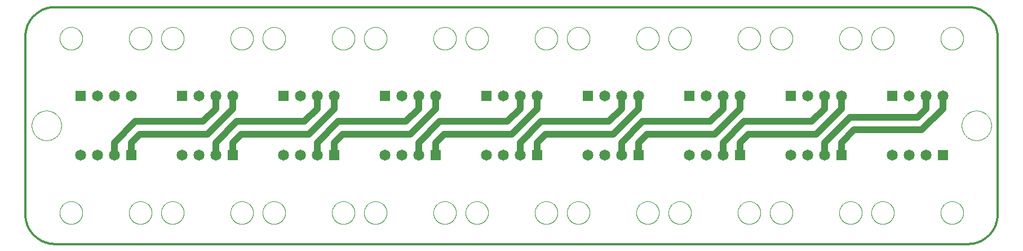
<source format=gtl>
G75*
%MOIN*%
%OFA0B0*%
%FSLAX25Y25*%
%IPPOS*%
%LPD*%
%AMOC8*
5,1,8,0,0,1.08239X$1,22.5*
%
%ADD10C,0.01200*%
%ADD11C,0.00000*%
%ADD12R,0.06496X0.06496*%
%ADD13C,0.06496*%
%ADD14C,0.04000*%
D10*
X0019100Y0001600D02*
X0559100Y0001600D01*
X0559523Y0001605D01*
X0559945Y0001620D01*
X0560368Y0001646D01*
X0560789Y0001682D01*
X0561209Y0001728D01*
X0561629Y0001784D01*
X0562046Y0001850D01*
X0562462Y0001926D01*
X0562876Y0002012D01*
X0563288Y0002109D01*
X0563697Y0002215D01*
X0564104Y0002331D01*
X0564508Y0002457D01*
X0564908Y0002592D01*
X0565306Y0002737D01*
X0565699Y0002892D01*
X0566089Y0003056D01*
X0566475Y0003230D01*
X0566856Y0003413D01*
X0567233Y0003605D01*
X0567605Y0003806D01*
X0567972Y0004016D01*
X0568334Y0004234D01*
X0568690Y0004462D01*
X0569041Y0004698D01*
X0569386Y0004942D01*
X0569725Y0005195D01*
X0570058Y0005456D01*
X0570385Y0005724D01*
X0570705Y0006001D01*
X0571018Y0006285D01*
X0571324Y0006577D01*
X0571623Y0006876D01*
X0571915Y0007182D01*
X0572199Y0007495D01*
X0572476Y0007815D01*
X0572744Y0008142D01*
X0573005Y0008475D01*
X0573258Y0008814D01*
X0573502Y0009159D01*
X0573738Y0009510D01*
X0573966Y0009866D01*
X0574184Y0010228D01*
X0574394Y0010595D01*
X0574595Y0010967D01*
X0574787Y0011344D01*
X0574970Y0011725D01*
X0575144Y0012111D01*
X0575308Y0012501D01*
X0575463Y0012894D01*
X0575608Y0013292D01*
X0575743Y0013692D01*
X0575869Y0014096D01*
X0575985Y0014503D01*
X0576091Y0014912D01*
X0576188Y0015324D01*
X0576274Y0015738D01*
X0576350Y0016154D01*
X0576416Y0016571D01*
X0576472Y0016991D01*
X0576518Y0017411D01*
X0576554Y0017832D01*
X0576580Y0018255D01*
X0576595Y0018677D01*
X0576600Y0019100D01*
X0576600Y0124100D01*
X0576595Y0124523D01*
X0576580Y0124945D01*
X0576554Y0125368D01*
X0576518Y0125789D01*
X0576472Y0126209D01*
X0576416Y0126629D01*
X0576350Y0127046D01*
X0576274Y0127462D01*
X0576188Y0127876D01*
X0576091Y0128288D01*
X0575985Y0128697D01*
X0575869Y0129104D01*
X0575743Y0129508D01*
X0575608Y0129908D01*
X0575463Y0130306D01*
X0575308Y0130699D01*
X0575144Y0131089D01*
X0574970Y0131475D01*
X0574787Y0131856D01*
X0574595Y0132233D01*
X0574394Y0132605D01*
X0574184Y0132972D01*
X0573966Y0133334D01*
X0573738Y0133690D01*
X0573502Y0134041D01*
X0573258Y0134386D01*
X0573005Y0134725D01*
X0572744Y0135058D01*
X0572476Y0135385D01*
X0572199Y0135705D01*
X0571915Y0136018D01*
X0571623Y0136324D01*
X0571324Y0136623D01*
X0571018Y0136915D01*
X0570705Y0137199D01*
X0570385Y0137476D01*
X0570058Y0137744D01*
X0569725Y0138005D01*
X0569386Y0138258D01*
X0569041Y0138502D01*
X0568690Y0138738D01*
X0568334Y0138966D01*
X0567972Y0139184D01*
X0567605Y0139394D01*
X0567233Y0139595D01*
X0566856Y0139787D01*
X0566475Y0139970D01*
X0566089Y0140144D01*
X0565699Y0140308D01*
X0565306Y0140463D01*
X0564908Y0140608D01*
X0564508Y0140743D01*
X0564104Y0140869D01*
X0563697Y0140985D01*
X0563288Y0141091D01*
X0562876Y0141188D01*
X0562462Y0141274D01*
X0562046Y0141350D01*
X0561629Y0141416D01*
X0561209Y0141472D01*
X0560789Y0141518D01*
X0560368Y0141554D01*
X0559945Y0141580D01*
X0559523Y0141595D01*
X0559100Y0141600D01*
X0019100Y0141600D01*
X0018677Y0141595D01*
X0018255Y0141580D01*
X0017832Y0141554D01*
X0017411Y0141518D01*
X0016991Y0141472D01*
X0016571Y0141416D01*
X0016154Y0141350D01*
X0015738Y0141274D01*
X0015324Y0141188D01*
X0014912Y0141091D01*
X0014503Y0140985D01*
X0014096Y0140869D01*
X0013692Y0140743D01*
X0013292Y0140608D01*
X0012894Y0140463D01*
X0012501Y0140308D01*
X0012111Y0140144D01*
X0011725Y0139970D01*
X0011344Y0139787D01*
X0010967Y0139595D01*
X0010595Y0139394D01*
X0010228Y0139184D01*
X0009866Y0138966D01*
X0009510Y0138738D01*
X0009159Y0138502D01*
X0008814Y0138258D01*
X0008475Y0138005D01*
X0008142Y0137744D01*
X0007815Y0137476D01*
X0007495Y0137199D01*
X0007182Y0136915D01*
X0006876Y0136623D01*
X0006577Y0136324D01*
X0006285Y0136018D01*
X0006001Y0135705D01*
X0005724Y0135385D01*
X0005456Y0135058D01*
X0005195Y0134725D01*
X0004942Y0134386D01*
X0004698Y0134041D01*
X0004462Y0133690D01*
X0004234Y0133334D01*
X0004016Y0132972D01*
X0003806Y0132605D01*
X0003605Y0132233D01*
X0003413Y0131856D01*
X0003230Y0131475D01*
X0003056Y0131089D01*
X0002892Y0130699D01*
X0002737Y0130306D01*
X0002592Y0129908D01*
X0002457Y0129508D01*
X0002331Y0129104D01*
X0002215Y0128697D01*
X0002109Y0128288D01*
X0002012Y0127876D01*
X0001926Y0127462D01*
X0001850Y0127046D01*
X0001784Y0126629D01*
X0001728Y0126209D01*
X0001682Y0125789D01*
X0001646Y0125368D01*
X0001620Y0124945D01*
X0001605Y0124523D01*
X0001600Y0124100D01*
X0001600Y0019100D01*
X0001605Y0018677D01*
X0001620Y0018255D01*
X0001646Y0017832D01*
X0001682Y0017411D01*
X0001728Y0016991D01*
X0001784Y0016571D01*
X0001850Y0016154D01*
X0001926Y0015738D01*
X0002012Y0015324D01*
X0002109Y0014912D01*
X0002215Y0014503D01*
X0002331Y0014096D01*
X0002457Y0013692D01*
X0002592Y0013292D01*
X0002737Y0012894D01*
X0002892Y0012501D01*
X0003056Y0012111D01*
X0003230Y0011725D01*
X0003413Y0011344D01*
X0003605Y0010967D01*
X0003806Y0010595D01*
X0004016Y0010228D01*
X0004234Y0009866D01*
X0004462Y0009510D01*
X0004698Y0009159D01*
X0004942Y0008814D01*
X0005195Y0008475D01*
X0005456Y0008142D01*
X0005724Y0007815D01*
X0006001Y0007495D01*
X0006285Y0007182D01*
X0006577Y0006876D01*
X0006876Y0006577D01*
X0007182Y0006285D01*
X0007495Y0006001D01*
X0007815Y0005724D01*
X0008142Y0005456D01*
X0008475Y0005195D01*
X0008814Y0004942D01*
X0009159Y0004698D01*
X0009510Y0004462D01*
X0009866Y0004234D01*
X0010228Y0004016D01*
X0010595Y0003806D01*
X0010967Y0003605D01*
X0011344Y0003413D01*
X0011725Y0003230D01*
X0012111Y0003056D01*
X0012501Y0002892D01*
X0012894Y0002737D01*
X0013292Y0002592D01*
X0013692Y0002457D01*
X0014096Y0002331D01*
X0014503Y0002215D01*
X0014912Y0002109D01*
X0015324Y0002012D01*
X0015738Y0001926D01*
X0016154Y0001850D01*
X0016571Y0001784D01*
X0016991Y0001728D01*
X0017411Y0001682D01*
X0017832Y0001646D01*
X0018255Y0001620D01*
X0018677Y0001605D01*
X0019100Y0001600D01*
D11*
X0021900Y0020100D02*
X0021902Y0020264D01*
X0021908Y0020429D01*
X0021918Y0020593D01*
X0021932Y0020757D01*
X0021950Y0020920D01*
X0021973Y0021083D01*
X0021999Y0021245D01*
X0022029Y0021407D01*
X0022063Y0021568D01*
X0022101Y0021728D01*
X0022143Y0021887D01*
X0022188Y0022045D01*
X0022238Y0022202D01*
X0022292Y0022357D01*
X0022349Y0022511D01*
X0022410Y0022664D01*
X0022475Y0022815D01*
X0022543Y0022965D01*
X0022615Y0023112D01*
X0022691Y0023258D01*
X0022770Y0023402D01*
X0022853Y0023544D01*
X0022939Y0023684D01*
X0023029Y0023822D01*
X0023122Y0023958D01*
X0023219Y0024091D01*
X0023318Y0024222D01*
X0023421Y0024350D01*
X0023527Y0024476D01*
X0023636Y0024599D01*
X0023748Y0024720D01*
X0023862Y0024838D01*
X0023980Y0024952D01*
X0024101Y0025064D01*
X0024224Y0025173D01*
X0024350Y0025279D01*
X0024478Y0025382D01*
X0024609Y0025481D01*
X0024742Y0025578D01*
X0024878Y0025671D01*
X0025016Y0025761D01*
X0025156Y0025847D01*
X0025298Y0025930D01*
X0025442Y0026009D01*
X0025588Y0026085D01*
X0025735Y0026157D01*
X0025885Y0026225D01*
X0026036Y0026290D01*
X0026189Y0026351D01*
X0026343Y0026408D01*
X0026498Y0026462D01*
X0026655Y0026512D01*
X0026813Y0026557D01*
X0026972Y0026599D01*
X0027132Y0026637D01*
X0027293Y0026671D01*
X0027455Y0026701D01*
X0027617Y0026727D01*
X0027780Y0026750D01*
X0027943Y0026768D01*
X0028107Y0026782D01*
X0028271Y0026792D01*
X0028436Y0026798D01*
X0028600Y0026800D01*
X0028764Y0026798D01*
X0028929Y0026792D01*
X0029093Y0026782D01*
X0029257Y0026768D01*
X0029420Y0026750D01*
X0029583Y0026727D01*
X0029745Y0026701D01*
X0029907Y0026671D01*
X0030068Y0026637D01*
X0030228Y0026599D01*
X0030387Y0026557D01*
X0030545Y0026512D01*
X0030702Y0026462D01*
X0030857Y0026408D01*
X0031011Y0026351D01*
X0031164Y0026290D01*
X0031315Y0026225D01*
X0031465Y0026157D01*
X0031612Y0026085D01*
X0031758Y0026009D01*
X0031902Y0025930D01*
X0032044Y0025847D01*
X0032184Y0025761D01*
X0032322Y0025671D01*
X0032458Y0025578D01*
X0032591Y0025481D01*
X0032722Y0025382D01*
X0032850Y0025279D01*
X0032976Y0025173D01*
X0033099Y0025064D01*
X0033220Y0024952D01*
X0033338Y0024838D01*
X0033452Y0024720D01*
X0033564Y0024599D01*
X0033673Y0024476D01*
X0033779Y0024350D01*
X0033882Y0024222D01*
X0033981Y0024091D01*
X0034078Y0023958D01*
X0034171Y0023822D01*
X0034261Y0023684D01*
X0034347Y0023544D01*
X0034430Y0023402D01*
X0034509Y0023258D01*
X0034585Y0023112D01*
X0034657Y0022965D01*
X0034725Y0022815D01*
X0034790Y0022664D01*
X0034851Y0022511D01*
X0034908Y0022357D01*
X0034962Y0022202D01*
X0035012Y0022045D01*
X0035057Y0021887D01*
X0035099Y0021728D01*
X0035137Y0021568D01*
X0035171Y0021407D01*
X0035201Y0021245D01*
X0035227Y0021083D01*
X0035250Y0020920D01*
X0035268Y0020757D01*
X0035282Y0020593D01*
X0035292Y0020429D01*
X0035298Y0020264D01*
X0035300Y0020100D01*
X0035298Y0019936D01*
X0035292Y0019771D01*
X0035282Y0019607D01*
X0035268Y0019443D01*
X0035250Y0019280D01*
X0035227Y0019117D01*
X0035201Y0018955D01*
X0035171Y0018793D01*
X0035137Y0018632D01*
X0035099Y0018472D01*
X0035057Y0018313D01*
X0035012Y0018155D01*
X0034962Y0017998D01*
X0034908Y0017843D01*
X0034851Y0017689D01*
X0034790Y0017536D01*
X0034725Y0017385D01*
X0034657Y0017235D01*
X0034585Y0017088D01*
X0034509Y0016942D01*
X0034430Y0016798D01*
X0034347Y0016656D01*
X0034261Y0016516D01*
X0034171Y0016378D01*
X0034078Y0016242D01*
X0033981Y0016109D01*
X0033882Y0015978D01*
X0033779Y0015850D01*
X0033673Y0015724D01*
X0033564Y0015601D01*
X0033452Y0015480D01*
X0033338Y0015362D01*
X0033220Y0015248D01*
X0033099Y0015136D01*
X0032976Y0015027D01*
X0032850Y0014921D01*
X0032722Y0014818D01*
X0032591Y0014719D01*
X0032458Y0014622D01*
X0032322Y0014529D01*
X0032184Y0014439D01*
X0032044Y0014353D01*
X0031902Y0014270D01*
X0031758Y0014191D01*
X0031612Y0014115D01*
X0031465Y0014043D01*
X0031315Y0013975D01*
X0031164Y0013910D01*
X0031011Y0013849D01*
X0030857Y0013792D01*
X0030702Y0013738D01*
X0030545Y0013688D01*
X0030387Y0013643D01*
X0030228Y0013601D01*
X0030068Y0013563D01*
X0029907Y0013529D01*
X0029745Y0013499D01*
X0029583Y0013473D01*
X0029420Y0013450D01*
X0029257Y0013432D01*
X0029093Y0013418D01*
X0028929Y0013408D01*
X0028764Y0013402D01*
X0028600Y0013400D01*
X0028436Y0013402D01*
X0028271Y0013408D01*
X0028107Y0013418D01*
X0027943Y0013432D01*
X0027780Y0013450D01*
X0027617Y0013473D01*
X0027455Y0013499D01*
X0027293Y0013529D01*
X0027132Y0013563D01*
X0026972Y0013601D01*
X0026813Y0013643D01*
X0026655Y0013688D01*
X0026498Y0013738D01*
X0026343Y0013792D01*
X0026189Y0013849D01*
X0026036Y0013910D01*
X0025885Y0013975D01*
X0025735Y0014043D01*
X0025588Y0014115D01*
X0025442Y0014191D01*
X0025298Y0014270D01*
X0025156Y0014353D01*
X0025016Y0014439D01*
X0024878Y0014529D01*
X0024742Y0014622D01*
X0024609Y0014719D01*
X0024478Y0014818D01*
X0024350Y0014921D01*
X0024224Y0015027D01*
X0024101Y0015136D01*
X0023980Y0015248D01*
X0023862Y0015362D01*
X0023748Y0015480D01*
X0023636Y0015601D01*
X0023527Y0015724D01*
X0023421Y0015850D01*
X0023318Y0015978D01*
X0023219Y0016109D01*
X0023122Y0016242D01*
X0023029Y0016378D01*
X0022939Y0016516D01*
X0022853Y0016656D01*
X0022770Y0016798D01*
X0022691Y0016942D01*
X0022615Y0017088D01*
X0022543Y0017235D01*
X0022475Y0017385D01*
X0022410Y0017536D01*
X0022349Y0017689D01*
X0022292Y0017843D01*
X0022238Y0017998D01*
X0022188Y0018155D01*
X0022143Y0018313D01*
X0022101Y0018472D01*
X0022063Y0018632D01*
X0022029Y0018793D01*
X0021999Y0018955D01*
X0021973Y0019117D01*
X0021950Y0019280D01*
X0021932Y0019443D01*
X0021918Y0019607D01*
X0021908Y0019771D01*
X0021902Y0019936D01*
X0021900Y0020100D01*
X0062900Y0020100D02*
X0062902Y0020264D01*
X0062908Y0020429D01*
X0062918Y0020593D01*
X0062932Y0020757D01*
X0062950Y0020920D01*
X0062973Y0021083D01*
X0062999Y0021245D01*
X0063029Y0021407D01*
X0063063Y0021568D01*
X0063101Y0021728D01*
X0063143Y0021887D01*
X0063188Y0022045D01*
X0063238Y0022202D01*
X0063292Y0022357D01*
X0063349Y0022511D01*
X0063410Y0022664D01*
X0063475Y0022815D01*
X0063543Y0022965D01*
X0063615Y0023112D01*
X0063691Y0023258D01*
X0063770Y0023402D01*
X0063853Y0023544D01*
X0063939Y0023684D01*
X0064029Y0023822D01*
X0064122Y0023958D01*
X0064219Y0024091D01*
X0064318Y0024222D01*
X0064421Y0024350D01*
X0064527Y0024476D01*
X0064636Y0024599D01*
X0064748Y0024720D01*
X0064862Y0024838D01*
X0064980Y0024952D01*
X0065101Y0025064D01*
X0065224Y0025173D01*
X0065350Y0025279D01*
X0065478Y0025382D01*
X0065609Y0025481D01*
X0065742Y0025578D01*
X0065878Y0025671D01*
X0066016Y0025761D01*
X0066156Y0025847D01*
X0066298Y0025930D01*
X0066442Y0026009D01*
X0066588Y0026085D01*
X0066735Y0026157D01*
X0066885Y0026225D01*
X0067036Y0026290D01*
X0067189Y0026351D01*
X0067343Y0026408D01*
X0067498Y0026462D01*
X0067655Y0026512D01*
X0067813Y0026557D01*
X0067972Y0026599D01*
X0068132Y0026637D01*
X0068293Y0026671D01*
X0068455Y0026701D01*
X0068617Y0026727D01*
X0068780Y0026750D01*
X0068943Y0026768D01*
X0069107Y0026782D01*
X0069271Y0026792D01*
X0069436Y0026798D01*
X0069600Y0026800D01*
X0069764Y0026798D01*
X0069929Y0026792D01*
X0070093Y0026782D01*
X0070257Y0026768D01*
X0070420Y0026750D01*
X0070583Y0026727D01*
X0070745Y0026701D01*
X0070907Y0026671D01*
X0071068Y0026637D01*
X0071228Y0026599D01*
X0071387Y0026557D01*
X0071545Y0026512D01*
X0071702Y0026462D01*
X0071857Y0026408D01*
X0072011Y0026351D01*
X0072164Y0026290D01*
X0072315Y0026225D01*
X0072465Y0026157D01*
X0072612Y0026085D01*
X0072758Y0026009D01*
X0072902Y0025930D01*
X0073044Y0025847D01*
X0073184Y0025761D01*
X0073322Y0025671D01*
X0073458Y0025578D01*
X0073591Y0025481D01*
X0073722Y0025382D01*
X0073850Y0025279D01*
X0073976Y0025173D01*
X0074099Y0025064D01*
X0074220Y0024952D01*
X0074338Y0024838D01*
X0074452Y0024720D01*
X0074564Y0024599D01*
X0074673Y0024476D01*
X0074779Y0024350D01*
X0074882Y0024222D01*
X0074981Y0024091D01*
X0075078Y0023958D01*
X0075171Y0023822D01*
X0075261Y0023684D01*
X0075347Y0023544D01*
X0075430Y0023402D01*
X0075509Y0023258D01*
X0075585Y0023112D01*
X0075657Y0022965D01*
X0075725Y0022815D01*
X0075790Y0022664D01*
X0075851Y0022511D01*
X0075908Y0022357D01*
X0075962Y0022202D01*
X0076012Y0022045D01*
X0076057Y0021887D01*
X0076099Y0021728D01*
X0076137Y0021568D01*
X0076171Y0021407D01*
X0076201Y0021245D01*
X0076227Y0021083D01*
X0076250Y0020920D01*
X0076268Y0020757D01*
X0076282Y0020593D01*
X0076292Y0020429D01*
X0076298Y0020264D01*
X0076300Y0020100D01*
X0076298Y0019936D01*
X0076292Y0019771D01*
X0076282Y0019607D01*
X0076268Y0019443D01*
X0076250Y0019280D01*
X0076227Y0019117D01*
X0076201Y0018955D01*
X0076171Y0018793D01*
X0076137Y0018632D01*
X0076099Y0018472D01*
X0076057Y0018313D01*
X0076012Y0018155D01*
X0075962Y0017998D01*
X0075908Y0017843D01*
X0075851Y0017689D01*
X0075790Y0017536D01*
X0075725Y0017385D01*
X0075657Y0017235D01*
X0075585Y0017088D01*
X0075509Y0016942D01*
X0075430Y0016798D01*
X0075347Y0016656D01*
X0075261Y0016516D01*
X0075171Y0016378D01*
X0075078Y0016242D01*
X0074981Y0016109D01*
X0074882Y0015978D01*
X0074779Y0015850D01*
X0074673Y0015724D01*
X0074564Y0015601D01*
X0074452Y0015480D01*
X0074338Y0015362D01*
X0074220Y0015248D01*
X0074099Y0015136D01*
X0073976Y0015027D01*
X0073850Y0014921D01*
X0073722Y0014818D01*
X0073591Y0014719D01*
X0073458Y0014622D01*
X0073322Y0014529D01*
X0073184Y0014439D01*
X0073044Y0014353D01*
X0072902Y0014270D01*
X0072758Y0014191D01*
X0072612Y0014115D01*
X0072465Y0014043D01*
X0072315Y0013975D01*
X0072164Y0013910D01*
X0072011Y0013849D01*
X0071857Y0013792D01*
X0071702Y0013738D01*
X0071545Y0013688D01*
X0071387Y0013643D01*
X0071228Y0013601D01*
X0071068Y0013563D01*
X0070907Y0013529D01*
X0070745Y0013499D01*
X0070583Y0013473D01*
X0070420Y0013450D01*
X0070257Y0013432D01*
X0070093Y0013418D01*
X0069929Y0013408D01*
X0069764Y0013402D01*
X0069600Y0013400D01*
X0069436Y0013402D01*
X0069271Y0013408D01*
X0069107Y0013418D01*
X0068943Y0013432D01*
X0068780Y0013450D01*
X0068617Y0013473D01*
X0068455Y0013499D01*
X0068293Y0013529D01*
X0068132Y0013563D01*
X0067972Y0013601D01*
X0067813Y0013643D01*
X0067655Y0013688D01*
X0067498Y0013738D01*
X0067343Y0013792D01*
X0067189Y0013849D01*
X0067036Y0013910D01*
X0066885Y0013975D01*
X0066735Y0014043D01*
X0066588Y0014115D01*
X0066442Y0014191D01*
X0066298Y0014270D01*
X0066156Y0014353D01*
X0066016Y0014439D01*
X0065878Y0014529D01*
X0065742Y0014622D01*
X0065609Y0014719D01*
X0065478Y0014818D01*
X0065350Y0014921D01*
X0065224Y0015027D01*
X0065101Y0015136D01*
X0064980Y0015248D01*
X0064862Y0015362D01*
X0064748Y0015480D01*
X0064636Y0015601D01*
X0064527Y0015724D01*
X0064421Y0015850D01*
X0064318Y0015978D01*
X0064219Y0016109D01*
X0064122Y0016242D01*
X0064029Y0016378D01*
X0063939Y0016516D01*
X0063853Y0016656D01*
X0063770Y0016798D01*
X0063691Y0016942D01*
X0063615Y0017088D01*
X0063543Y0017235D01*
X0063475Y0017385D01*
X0063410Y0017536D01*
X0063349Y0017689D01*
X0063292Y0017843D01*
X0063238Y0017998D01*
X0063188Y0018155D01*
X0063143Y0018313D01*
X0063101Y0018472D01*
X0063063Y0018632D01*
X0063029Y0018793D01*
X0062999Y0018955D01*
X0062973Y0019117D01*
X0062950Y0019280D01*
X0062932Y0019443D01*
X0062918Y0019607D01*
X0062908Y0019771D01*
X0062902Y0019936D01*
X0062900Y0020100D01*
X0081900Y0020100D02*
X0081902Y0020264D01*
X0081908Y0020429D01*
X0081918Y0020593D01*
X0081932Y0020757D01*
X0081950Y0020920D01*
X0081973Y0021083D01*
X0081999Y0021245D01*
X0082029Y0021407D01*
X0082063Y0021568D01*
X0082101Y0021728D01*
X0082143Y0021887D01*
X0082188Y0022045D01*
X0082238Y0022202D01*
X0082292Y0022357D01*
X0082349Y0022511D01*
X0082410Y0022664D01*
X0082475Y0022815D01*
X0082543Y0022965D01*
X0082615Y0023112D01*
X0082691Y0023258D01*
X0082770Y0023402D01*
X0082853Y0023544D01*
X0082939Y0023684D01*
X0083029Y0023822D01*
X0083122Y0023958D01*
X0083219Y0024091D01*
X0083318Y0024222D01*
X0083421Y0024350D01*
X0083527Y0024476D01*
X0083636Y0024599D01*
X0083748Y0024720D01*
X0083862Y0024838D01*
X0083980Y0024952D01*
X0084101Y0025064D01*
X0084224Y0025173D01*
X0084350Y0025279D01*
X0084478Y0025382D01*
X0084609Y0025481D01*
X0084742Y0025578D01*
X0084878Y0025671D01*
X0085016Y0025761D01*
X0085156Y0025847D01*
X0085298Y0025930D01*
X0085442Y0026009D01*
X0085588Y0026085D01*
X0085735Y0026157D01*
X0085885Y0026225D01*
X0086036Y0026290D01*
X0086189Y0026351D01*
X0086343Y0026408D01*
X0086498Y0026462D01*
X0086655Y0026512D01*
X0086813Y0026557D01*
X0086972Y0026599D01*
X0087132Y0026637D01*
X0087293Y0026671D01*
X0087455Y0026701D01*
X0087617Y0026727D01*
X0087780Y0026750D01*
X0087943Y0026768D01*
X0088107Y0026782D01*
X0088271Y0026792D01*
X0088436Y0026798D01*
X0088600Y0026800D01*
X0088764Y0026798D01*
X0088929Y0026792D01*
X0089093Y0026782D01*
X0089257Y0026768D01*
X0089420Y0026750D01*
X0089583Y0026727D01*
X0089745Y0026701D01*
X0089907Y0026671D01*
X0090068Y0026637D01*
X0090228Y0026599D01*
X0090387Y0026557D01*
X0090545Y0026512D01*
X0090702Y0026462D01*
X0090857Y0026408D01*
X0091011Y0026351D01*
X0091164Y0026290D01*
X0091315Y0026225D01*
X0091465Y0026157D01*
X0091612Y0026085D01*
X0091758Y0026009D01*
X0091902Y0025930D01*
X0092044Y0025847D01*
X0092184Y0025761D01*
X0092322Y0025671D01*
X0092458Y0025578D01*
X0092591Y0025481D01*
X0092722Y0025382D01*
X0092850Y0025279D01*
X0092976Y0025173D01*
X0093099Y0025064D01*
X0093220Y0024952D01*
X0093338Y0024838D01*
X0093452Y0024720D01*
X0093564Y0024599D01*
X0093673Y0024476D01*
X0093779Y0024350D01*
X0093882Y0024222D01*
X0093981Y0024091D01*
X0094078Y0023958D01*
X0094171Y0023822D01*
X0094261Y0023684D01*
X0094347Y0023544D01*
X0094430Y0023402D01*
X0094509Y0023258D01*
X0094585Y0023112D01*
X0094657Y0022965D01*
X0094725Y0022815D01*
X0094790Y0022664D01*
X0094851Y0022511D01*
X0094908Y0022357D01*
X0094962Y0022202D01*
X0095012Y0022045D01*
X0095057Y0021887D01*
X0095099Y0021728D01*
X0095137Y0021568D01*
X0095171Y0021407D01*
X0095201Y0021245D01*
X0095227Y0021083D01*
X0095250Y0020920D01*
X0095268Y0020757D01*
X0095282Y0020593D01*
X0095292Y0020429D01*
X0095298Y0020264D01*
X0095300Y0020100D01*
X0095298Y0019936D01*
X0095292Y0019771D01*
X0095282Y0019607D01*
X0095268Y0019443D01*
X0095250Y0019280D01*
X0095227Y0019117D01*
X0095201Y0018955D01*
X0095171Y0018793D01*
X0095137Y0018632D01*
X0095099Y0018472D01*
X0095057Y0018313D01*
X0095012Y0018155D01*
X0094962Y0017998D01*
X0094908Y0017843D01*
X0094851Y0017689D01*
X0094790Y0017536D01*
X0094725Y0017385D01*
X0094657Y0017235D01*
X0094585Y0017088D01*
X0094509Y0016942D01*
X0094430Y0016798D01*
X0094347Y0016656D01*
X0094261Y0016516D01*
X0094171Y0016378D01*
X0094078Y0016242D01*
X0093981Y0016109D01*
X0093882Y0015978D01*
X0093779Y0015850D01*
X0093673Y0015724D01*
X0093564Y0015601D01*
X0093452Y0015480D01*
X0093338Y0015362D01*
X0093220Y0015248D01*
X0093099Y0015136D01*
X0092976Y0015027D01*
X0092850Y0014921D01*
X0092722Y0014818D01*
X0092591Y0014719D01*
X0092458Y0014622D01*
X0092322Y0014529D01*
X0092184Y0014439D01*
X0092044Y0014353D01*
X0091902Y0014270D01*
X0091758Y0014191D01*
X0091612Y0014115D01*
X0091465Y0014043D01*
X0091315Y0013975D01*
X0091164Y0013910D01*
X0091011Y0013849D01*
X0090857Y0013792D01*
X0090702Y0013738D01*
X0090545Y0013688D01*
X0090387Y0013643D01*
X0090228Y0013601D01*
X0090068Y0013563D01*
X0089907Y0013529D01*
X0089745Y0013499D01*
X0089583Y0013473D01*
X0089420Y0013450D01*
X0089257Y0013432D01*
X0089093Y0013418D01*
X0088929Y0013408D01*
X0088764Y0013402D01*
X0088600Y0013400D01*
X0088436Y0013402D01*
X0088271Y0013408D01*
X0088107Y0013418D01*
X0087943Y0013432D01*
X0087780Y0013450D01*
X0087617Y0013473D01*
X0087455Y0013499D01*
X0087293Y0013529D01*
X0087132Y0013563D01*
X0086972Y0013601D01*
X0086813Y0013643D01*
X0086655Y0013688D01*
X0086498Y0013738D01*
X0086343Y0013792D01*
X0086189Y0013849D01*
X0086036Y0013910D01*
X0085885Y0013975D01*
X0085735Y0014043D01*
X0085588Y0014115D01*
X0085442Y0014191D01*
X0085298Y0014270D01*
X0085156Y0014353D01*
X0085016Y0014439D01*
X0084878Y0014529D01*
X0084742Y0014622D01*
X0084609Y0014719D01*
X0084478Y0014818D01*
X0084350Y0014921D01*
X0084224Y0015027D01*
X0084101Y0015136D01*
X0083980Y0015248D01*
X0083862Y0015362D01*
X0083748Y0015480D01*
X0083636Y0015601D01*
X0083527Y0015724D01*
X0083421Y0015850D01*
X0083318Y0015978D01*
X0083219Y0016109D01*
X0083122Y0016242D01*
X0083029Y0016378D01*
X0082939Y0016516D01*
X0082853Y0016656D01*
X0082770Y0016798D01*
X0082691Y0016942D01*
X0082615Y0017088D01*
X0082543Y0017235D01*
X0082475Y0017385D01*
X0082410Y0017536D01*
X0082349Y0017689D01*
X0082292Y0017843D01*
X0082238Y0017998D01*
X0082188Y0018155D01*
X0082143Y0018313D01*
X0082101Y0018472D01*
X0082063Y0018632D01*
X0082029Y0018793D01*
X0081999Y0018955D01*
X0081973Y0019117D01*
X0081950Y0019280D01*
X0081932Y0019443D01*
X0081918Y0019607D01*
X0081908Y0019771D01*
X0081902Y0019936D01*
X0081900Y0020100D01*
X0122900Y0020100D02*
X0122902Y0020264D01*
X0122908Y0020429D01*
X0122918Y0020593D01*
X0122932Y0020757D01*
X0122950Y0020920D01*
X0122973Y0021083D01*
X0122999Y0021245D01*
X0123029Y0021407D01*
X0123063Y0021568D01*
X0123101Y0021728D01*
X0123143Y0021887D01*
X0123188Y0022045D01*
X0123238Y0022202D01*
X0123292Y0022357D01*
X0123349Y0022511D01*
X0123410Y0022664D01*
X0123475Y0022815D01*
X0123543Y0022965D01*
X0123615Y0023112D01*
X0123691Y0023258D01*
X0123770Y0023402D01*
X0123853Y0023544D01*
X0123939Y0023684D01*
X0124029Y0023822D01*
X0124122Y0023958D01*
X0124219Y0024091D01*
X0124318Y0024222D01*
X0124421Y0024350D01*
X0124527Y0024476D01*
X0124636Y0024599D01*
X0124748Y0024720D01*
X0124862Y0024838D01*
X0124980Y0024952D01*
X0125101Y0025064D01*
X0125224Y0025173D01*
X0125350Y0025279D01*
X0125478Y0025382D01*
X0125609Y0025481D01*
X0125742Y0025578D01*
X0125878Y0025671D01*
X0126016Y0025761D01*
X0126156Y0025847D01*
X0126298Y0025930D01*
X0126442Y0026009D01*
X0126588Y0026085D01*
X0126735Y0026157D01*
X0126885Y0026225D01*
X0127036Y0026290D01*
X0127189Y0026351D01*
X0127343Y0026408D01*
X0127498Y0026462D01*
X0127655Y0026512D01*
X0127813Y0026557D01*
X0127972Y0026599D01*
X0128132Y0026637D01*
X0128293Y0026671D01*
X0128455Y0026701D01*
X0128617Y0026727D01*
X0128780Y0026750D01*
X0128943Y0026768D01*
X0129107Y0026782D01*
X0129271Y0026792D01*
X0129436Y0026798D01*
X0129600Y0026800D01*
X0129764Y0026798D01*
X0129929Y0026792D01*
X0130093Y0026782D01*
X0130257Y0026768D01*
X0130420Y0026750D01*
X0130583Y0026727D01*
X0130745Y0026701D01*
X0130907Y0026671D01*
X0131068Y0026637D01*
X0131228Y0026599D01*
X0131387Y0026557D01*
X0131545Y0026512D01*
X0131702Y0026462D01*
X0131857Y0026408D01*
X0132011Y0026351D01*
X0132164Y0026290D01*
X0132315Y0026225D01*
X0132465Y0026157D01*
X0132612Y0026085D01*
X0132758Y0026009D01*
X0132902Y0025930D01*
X0133044Y0025847D01*
X0133184Y0025761D01*
X0133322Y0025671D01*
X0133458Y0025578D01*
X0133591Y0025481D01*
X0133722Y0025382D01*
X0133850Y0025279D01*
X0133976Y0025173D01*
X0134099Y0025064D01*
X0134220Y0024952D01*
X0134338Y0024838D01*
X0134452Y0024720D01*
X0134564Y0024599D01*
X0134673Y0024476D01*
X0134779Y0024350D01*
X0134882Y0024222D01*
X0134981Y0024091D01*
X0135078Y0023958D01*
X0135171Y0023822D01*
X0135261Y0023684D01*
X0135347Y0023544D01*
X0135430Y0023402D01*
X0135509Y0023258D01*
X0135585Y0023112D01*
X0135657Y0022965D01*
X0135725Y0022815D01*
X0135790Y0022664D01*
X0135851Y0022511D01*
X0135908Y0022357D01*
X0135962Y0022202D01*
X0136012Y0022045D01*
X0136057Y0021887D01*
X0136099Y0021728D01*
X0136137Y0021568D01*
X0136171Y0021407D01*
X0136201Y0021245D01*
X0136227Y0021083D01*
X0136250Y0020920D01*
X0136268Y0020757D01*
X0136282Y0020593D01*
X0136292Y0020429D01*
X0136298Y0020264D01*
X0136300Y0020100D01*
X0136298Y0019936D01*
X0136292Y0019771D01*
X0136282Y0019607D01*
X0136268Y0019443D01*
X0136250Y0019280D01*
X0136227Y0019117D01*
X0136201Y0018955D01*
X0136171Y0018793D01*
X0136137Y0018632D01*
X0136099Y0018472D01*
X0136057Y0018313D01*
X0136012Y0018155D01*
X0135962Y0017998D01*
X0135908Y0017843D01*
X0135851Y0017689D01*
X0135790Y0017536D01*
X0135725Y0017385D01*
X0135657Y0017235D01*
X0135585Y0017088D01*
X0135509Y0016942D01*
X0135430Y0016798D01*
X0135347Y0016656D01*
X0135261Y0016516D01*
X0135171Y0016378D01*
X0135078Y0016242D01*
X0134981Y0016109D01*
X0134882Y0015978D01*
X0134779Y0015850D01*
X0134673Y0015724D01*
X0134564Y0015601D01*
X0134452Y0015480D01*
X0134338Y0015362D01*
X0134220Y0015248D01*
X0134099Y0015136D01*
X0133976Y0015027D01*
X0133850Y0014921D01*
X0133722Y0014818D01*
X0133591Y0014719D01*
X0133458Y0014622D01*
X0133322Y0014529D01*
X0133184Y0014439D01*
X0133044Y0014353D01*
X0132902Y0014270D01*
X0132758Y0014191D01*
X0132612Y0014115D01*
X0132465Y0014043D01*
X0132315Y0013975D01*
X0132164Y0013910D01*
X0132011Y0013849D01*
X0131857Y0013792D01*
X0131702Y0013738D01*
X0131545Y0013688D01*
X0131387Y0013643D01*
X0131228Y0013601D01*
X0131068Y0013563D01*
X0130907Y0013529D01*
X0130745Y0013499D01*
X0130583Y0013473D01*
X0130420Y0013450D01*
X0130257Y0013432D01*
X0130093Y0013418D01*
X0129929Y0013408D01*
X0129764Y0013402D01*
X0129600Y0013400D01*
X0129436Y0013402D01*
X0129271Y0013408D01*
X0129107Y0013418D01*
X0128943Y0013432D01*
X0128780Y0013450D01*
X0128617Y0013473D01*
X0128455Y0013499D01*
X0128293Y0013529D01*
X0128132Y0013563D01*
X0127972Y0013601D01*
X0127813Y0013643D01*
X0127655Y0013688D01*
X0127498Y0013738D01*
X0127343Y0013792D01*
X0127189Y0013849D01*
X0127036Y0013910D01*
X0126885Y0013975D01*
X0126735Y0014043D01*
X0126588Y0014115D01*
X0126442Y0014191D01*
X0126298Y0014270D01*
X0126156Y0014353D01*
X0126016Y0014439D01*
X0125878Y0014529D01*
X0125742Y0014622D01*
X0125609Y0014719D01*
X0125478Y0014818D01*
X0125350Y0014921D01*
X0125224Y0015027D01*
X0125101Y0015136D01*
X0124980Y0015248D01*
X0124862Y0015362D01*
X0124748Y0015480D01*
X0124636Y0015601D01*
X0124527Y0015724D01*
X0124421Y0015850D01*
X0124318Y0015978D01*
X0124219Y0016109D01*
X0124122Y0016242D01*
X0124029Y0016378D01*
X0123939Y0016516D01*
X0123853Y0016656D01*
X0123770Y0016798D01*
X0123691Y0016942D01*
X0123615Y0017088D01*
X0123543Y0017235D01*
X0123475Y0017385D01*
X0123410Y0017536D01*
X0123349Y0017689D01*
X0123292Y0017843D01*
X0123238Y0017998D01*
X0123188Y0018155D01*
X0123143Y0018313D01*
X0123101Y0018472D01*
X0123063Y0018632D01*
X0123029Y0018793D01*
X0122999Y0018955D01*
X0122973Y0019117D01*
X0122950Y0019280D01*
X0122932Y0019443D01*
X0122918Y0019607D01*
X0122908Y0019771D01*
X0122902Y0019936D01*
X0122900Y0020100D01*
X0141900Y0020100D02*
X0141902Y0020264D01*
X0141908Y0020429D01*
X0141918Y0020593D01*
X0141932Y0020757D01*
X0141950Y0020920D01*
X0141973Y0021083D01*
X0141999Y0021245D01*
X0142029Y0021407D01*
X0142063Y0021568D01*
X0142101Y0021728D01*
X0142143Y0021887D01*
X0142188Y0022045D01*
X0142238Y0022202D01*
X0142292Y0022357D01*
X0142349Y0022511D01*
X0142410Y0022664D01*
X0142475Y0022815D01*
X0142543Y0022965D01*
X0142615Y0023112D01*
X0142691Y0023258D01*
X0142770Y0023402D01*
X0142853Y0023544D01*
X0142939Y0023684D01*
X0143029Y0023822D01*
X0143122Y0023958D01*
X0143219Y0024091D01*
X0143318Y0024222D01*
X0143421Y0024350D01*
X0143527Y0024476D01*
X0143636Y0024599D01*
X0143748Y0024720D01*
X0143862Y0024838D01*
X0143980Y0024952D01*
X0144101Y0025064D01*
X0144224Y0025173D01*
X0144350Y0025279D01*
X0144478Y0025382D01*
X0144609Y0025481D01*
X0144742Y0025578D01*
X0144878Y0025671D01*
X0145016Y0025761D01*
X0145156Y0025847D01*
X0145298Y0025930D01*
X0145442Y0026009D01*
X0145588Y0026085D01*
X0145735Y0026157D01*
X0145885Y0026225D01*
X0146036Y0026290D01*
X0146189Y0026351D01*
X0146343Y0026408D01*
X0146498Y0026462D01*
X0146655Y0026512D01*
X0146813Y0026557D01*
X0146972Y0026599D01*
X0147132Y0026637D01*
X0147293Y0026671D01*
X0147455Y0026701D01*
X0147617Y0026727D01*
X0147780Y0026750D01*
X0147943Y0026768D01*
X0148107Y0026782D01*
X0148271Y0026792D01*
X0148436Y0026798D01*
X0148600Y0026800D01*
X0148764Y0026798D01*
X0148929Y0026792D01*
X0149093Y0026782D01*
X0149257Y0026768D01*
X0149420Y0026750D01*
X0149583Y0026727D01*
X0149745Y0026701D01*
X0149907Y0026671D01*
X0150068Y0026637D01*
X0150228Y0026599D01*
X0150387Y0026557D01*
X0150545Y0026512D01*
X0150702Y0026462D01*
X0150857Y0026408D01*
X0151011Y0026351D01*
X0151164Y0026290D01*
X0151315Y0026225D01*
X0151465Y0026157D01*
X0151612Y0026085D01*
X0151758Y0026009D01*
X0151902Y0025930D01*
X0152044Y0025847D01*
X0152184Y0025761D01*
X0152322Y0025671D01*
X0152458Y0025578D01*
X0152591Y0025481D01*
X0152722Y0025382D01*
X0152850Y0025279D01*
X0152976Y0025173D01*
X0153099Y0025064D01*
X0153220Y0024952D01*
X0153338Y0024838D01*
X0153452Y0024720D01*
X0153564Y0024599D01*
X0153673Y0024476D01*
X0153779Y0024350D01*
X0153882Y0024222D01*
X0153981Y0024091D01*
X0154078Y0023958D01*
X0154171Y0023822D01*
X0154261Y0023684D01*
X0154347Y0023544D01*
X0154430Y0023402D01*
X0154509Y0023258D01*
X0154585Y0023112D01*
X0154657Y0022965D01*
X0154725Y0022815D01*
X0154790Y0022664D01*
X0154851Y0022511D01*
X0154908Y0022357D01*
X0154962Y0022202D01*
X0155012Y0022045D01*
X0155057Y0021887D01*
X0155099Y0021728D01*
X0155137Y0021568D01*
X0155171Y0021407D01*
X0155201Y0021245D01*
X0155227Y0021083D01*
X0155250Y0020920D01*
X0155268Y0020757D01*
X0155282Y0020593D01*
X0155292Y0020429D01*
X0155298Y0020264D01*
X0155300Y0020100D01*
X0155298Y0019936D01*
X0155292Y0019771D01*
X0155282Y0019607D01*
X0155268Y0019443D01*
X0155250Y0019280D01*
X0155227Y0019117D01*
X0155201Y0018955D01*
X0155171Y0018793D01*
X0155137Y0018632D01*
X0155099Y0018472D01*
X0155057Y0018313D01*
X0155012Y0018155D01*
X0154962Y0017998D01*
X0154908Y0017843D01*
X0154851Y0017689D01*
X0154790Y0017536D01*
X0154725Y0017385D01*
X0154657Y0017235D01*
X0154585Y0017088D01*
X0154509Y0016942D01*
X0154430Y0016798D01*
X0154347Y0016656D01*
X0154261Y0016516D01*
X0154171Y0016378D01*
X0154078Y0016242D01*
X0153981Y0016109D01*
X0153882Y0015978D01*
X0153779Y0015850D01*
X0153673Y0015724D01*
X0153564Y0015601D01*
X0153452Y0015480D01*
X0153338Y0015362D01*
X0153220Y0015248D01*
X0153099Y0015136D01*
X0152976Y0015027D01*
X0152850Y0014921D01*
X0152722Y0014818D01*
X0152591Y0014719D01*
X0152458Y0014622D01*
X0152322Y0014529D01*
X0152184Y0014439D01*
X0152044Y0014353D01*
X0151902Y0014270D01*
X0151758Y0014191D01*
X0151612Y0014115D01*
X0151465Y0014043D01*
X0151315Y0013975D01*
X0151164Y0013910D01*
X0151011Y0013849D01*
X0150857Y0013792D01*
X0150702Y0013738D01*
X0150545Y0013688D01*
X0150387Y0013643D01*
X0150228Y0013601D01*
X0150068Y0013563D01*
X0149907Y0013529D01*
X0149745Y0013499D01*
X0149583Y0013473D01*
X0149420Y0013450D01*
X0149257Y0013432D01*
X0149093Y0013418D01*
X0148929Y0013408D01*
X0148764Y0013402D01*
X0148600Y0013400D01*
X0148436Y0013402D01*
X0148271Y0013408D01*
X0148107Y0013418D01*
X0147943Y0013432D01*
X0147780Y0013450D01*
X0147617Y0013473D01*
X0147455Y0013499D01*
X0147293Y0013529D01*
X0147132Y0013563D01*
X0146972Y0013601D01*
X0146813Y0013643D01*
X0146655Y0013688D01*
X0146498Y0013738D01*
X0146343Y0013792D01*
X0146189Y0013849D01*
X0146036Y0013910D01*
X0145885Y0013975D01*
X0145735Y0014043D01*
X0145588Y0014115D01*
X0145442Y0014191D01*
X0145298Y0014270D01*
X0145156Y0014353D01*
X0145016Y0014439D01*
X0144878Y0014529D01*
X0144742Y0014622D01*
X0144609Y0014719D01*
X0144478Y0014818D01*
X0144350Y0014921D01*
X0144224Y0015027D01*
X0144101Y0015136D01*
X0143980Y0015248D01*
X0143862Y0015362D01*
X0143748Y0015480D01*
X0143636Y0015601D01*
X0143527Y0015724D01*
X0143421Y0015850D01*
X0143318Y0015978D01*
X0143219Y0016109D01*
X0143122Y0016242D01*
X0143029Y0016378D01*
X0142939Y0016516D01*
X0142853Y0016656D01*
X0142770Y0016798D01*
X0142691Y0016942D01*
X0142615Y0017088D01*
X0142543Y0017235D01*
X0142475Y0017385D01*
X0142410Y0017536D01*
X0142349Y0017689D01*
X0142292Y0017843D01*
X0142238Y0017998D01*
X0142188Y0018155D01*
X0142143Y0018313D01*
X0142101Y0018472D01*
X0142063Y0018632D01*
X0142029Y0018793D01*
X0141999Y0018955D01*
X0141973Y0019117D01*
X0141950Y0019280D01*
X0141932Y0019443D01*
X0141918Y0019607D01*
X0141908Y0019771D01*
X0141902Y0019936D01*
X0141900Y0020100D01*
X0182900Y0020100D02*
X0182902Y0020264D01*
X0182908Y0020429D01*
X0182918Y0020593D01*
X0182932Y0020757D01*
X0182950Y0020920D01*
X0182973Y0021083D01*
X0182999Y0021245D01*
X0183029Y0021407D01*
X0183063Y0021568D01*
X0183101Y0021728D01*
X0183143Y0021887D01*
X0183188Y0022045D01*
X0183238Y0022202D01*
X0183292Y0022357D01*
X0183349Y0022511D01*
X0183410Y0022664D01*
X0183475Y0022815D01*
X0183543Y0022965D01*
X0183615Y0023112D01*
X0183691Y0023258D01*
X0183770Y0023402D01*
X0183853Y0023544D01*
X0183939Y0023684D01*
X0184029Y0023822D01*
X0184122Y0023958D01*
X0184219Y0024091D01*
X0184318Y0024222D01*
X0184421Y0024350D01*
X0184527Y0024476D01*
X0184636Y0024599D01*
X0184748Y0024720D01*
X0184862Y0024838D01*
X0184980Y0024952D01*
X0185101Y0025064D01*
X0185224Y0025173D01*
X0185350Y0025279D01*
X0185478Y0025382D01*
X0185609Y0025481D01*
X0185742Y0025578D01*
X0185878Y0025671D01*
X0186016Y0025761D01*
X0186156Y0025847D01*
X0186298Y0025930D01*
X0186442Y0026009D01*
X0186588Y0026085D01*
X0186735Y0026157D01*
X0186885Y0026225D01*
X0187036Y0026290D01*
X0187189Y0026351D01*
X0187343Y0026408D01*
X0187498Y0026462D01*
X0187655Y0026512D01*
X0187813Y0026557D01*
X0187972Y0026599D01*
X0188132Y0026637D01*
X0188293Y0026671D01*
X0188455Y0026701D01*
X0188617Y0026727D01*
X0188780Y0026750D01*
X0188943Y0026768D01*
X0189107Y0026782D01*
X0189271Y0026792D01*
X0189436Y0026798D01*
X0189600Y0026800D01*
X0189764Y0026798D01*
X0189929Y0026792D01*
X0190093Y0026782D01*
X0190257Y0026768D01*
X0190420Y0026750D01*
X0190583Y0026727D01*
X0190745Y0026701D01*
X0190907Y0026671D01*
X0191068Y0026637D01*
X0191228Y0026599D01*
X0191387Y0026557D01*
X0191545Y0026512D01*
X0191702Y0026462D01*
X0191857Y0026408D01*
X0192011Y0026351D01*
X0192164Y0026290D01*
X0192315Y0026225D01*
X0192465Y0026157D01*
X0192612Y0026085D01*
X0192758Y0026009D01*
X0192902Y0025930D01*
X0193044Y0025847D01*
X0193184Y0025761D01*
X0193322Y0025671D01*
X0193458Y0025578D01*
X0193591Y0025481D01*
X0193722Y0025382D01*
X0193850Y0025279D01*
X0193976Y0025173D01*
X0194099Y0025064D01*
X0194220Y0024952D01*
X0194338Y0024838D01*
X0194452Y0024720D01*
X0194564Y0024599D01*
X0194673Y0024476D01*
X0194779Y0024350D01*
X0194882Y0024222D01*
X0194981Y0024091D01*
X0195078Y0023958D01*
X0195171Y0023822D01*
X0195261Y0023684D01*
X0195347Y0023544D01*
X0195430Y0023402D01*
X0195509Y0023258D01*
X0195585Y0023112D01*
X0195657Y0022965D01*
X0195725Y0022815D01*
X0195790Y0022664D01*
X0195851Y0022511D01*
X0195908Y0022357D01*
X0195962Y0022202D01*
X0196012Y0022045D01*
X0196057Y0021887D01*
X0196099Y0021728D01*
X0196137Y0021568D01*
X0196171Y0021407D01*
X0196201Y0021245D01*
X0196227Y0021083D01*
X0196250Y0020920D01*
X0196268Y0020757D01*
X0196282Y0020593D01*
X0196292Y0020429D01*
X0196298Y0020264D01*
X0196300Y0020100D01*
X0196298Y0019936D01*
X0196292Y0019771D01*
X0196282Y0019607D01*
X0196268Y0019443D01*
X0196250Y0019280D01*
X0196227Y0019117D01*
X0196201Y0018955D01*
X0196171Y0018793D01*
X0196137Y0018632D01*
X0196099Y0018472D01*
X0196057Y0018313D01*
X0196012Y0018155D01*
X0195962Y0017998D01*
X0195908Y0017843D01*
X0195851Y0017689D01*
X0195790Y0017536D01*
X0195725Y0017385D01*
X0195657Y0017235D01*
X0195585Y0017088D01*
X0195509Y0016942D01*
X0195430Y0016798D01*
X0195347Y0016656D01*
X0195261Y0016516D01*
X0195171Y0016378D01*
X0195078Y0016242D01*
X0194981Y0016109D01*
X0194882Y0015978D01*
X0194779Y0015850D01*
X0194673Y0015724D01*
X0194564Y0015601D01*
X0194452Y0015480D01*
X0194338Y0015362D01*
X0194220Y0015248D01*
X0194099Y0015136D01*
X0193976Y0015027D01*
X0193850Y0014921D01*
X0193722Y0014818D01*
X0193591Y0014719D01*
X0193458Y0014622D01*
X0193322Y0014529D01*
X0193184Y0014439D01*
X0193044Y0014353D01*
X0192902Y0014270D01*
X0192758Y0014191D01*
X0192612Y0014115D01*
X0192465Y0014043D01*
X0192315Y0013975D01*
X0192164Y0013910D01*
X0192011Y0013849D01*
X0191857Y0013792D01*
X0191702Y0013738D01*
X0191545Y0013688D01*
X0191387Y0013643D01*
X0191228Y0013601D01*
X0191068Y0013563D01*
X0190907Y0013529D01*
X0190745Y0013499D01*
X0190583Y0013473D01*
X0190420Y0013450D01*
X0190257Y0013432D01*
X0190093Y0013418D01*
X0189929Y0013408D01*
X0189764Y0013402D01*
X0189600Y0013400D01*
X0189436Y0013402D01*
X0189271Y0013408D01*
X0189107Y0013418D01*
X0188943Y0013432D01*
X0188780Y0013450D01*
X0188617Y0013473D01*
X0188455Y0013499D01*
X0188293Y0013529D01*
X0188132Y0013563D01*
X0187972Y0013601D01*
X0187813Y0013643D01*
X0187655Y0013688D01*
X0187498Y0013738D01*
X0187343Y0013792D01*
X0187189Y0013849D01*
X0187036Y0013910D01*
X0186885Y0013975D01*
X0186735Y0014043D01*
X0186588Y0014115D01*
X0186442Y0014191D01*
X0186298Y0014270D01*
X0186156Y0014353D01*
X0186016Y0014439D01*
X0185878Y0014529D01*
X0185742Y0014622D01*
X0185609Y0014719D01*
X0185478Y0014818D01*
X0185350Y0014921D01*
X0185224Y0015027D01*
X0185101Y0015136D01*
X0184980Y0015248D01*
X0184862Y0015362D01*
X0184748Y0015480D01*
X0184636Y0015601D01*
X0184527Y0015724D01*
X0184421Y0015850D01*
X0184318Y0015978D01*
X0184219Y0016109D01*
X0184122Y0016242D01*
X0184029Y0016378D01*
X0183939Y0016516D01*
X0183853Y0016656D01*
X0183770Y0016798D01*
X0183691Y0016942D01*
X0183615Y0017088D01*
X0183543Y0017235D01*
X0183475Y0017385D01*
X0183410Y0017536D01*
X0183349Y0017689D01*
X0183292Y0017843D01*
X0183238Y0017998D01*
X0183188Y0018155D01*
X0183143Y0018313D01*
X0183101Y0018472D01*
X0183063Y0018632D01*
X0183029Y0018793D01*
X0182999Y0018955D01*
X0182973Y0019117D01*
X0182950Y0019280D01*
X0182932Y0019443D01*
X0182918Y0019607D01*
X0182908Y0019771D01*
X0182902Y0019936D01*
X0182900Y0020100D01*
X0201900Y0020100D02*
X0201902Y0020264D01*
X0201908Y0020429D01*
X0201918Y0020593D01*
X0201932Y0020757D01*
X0201950Y0020920D01*
X0201973Y0021083D01*
X0201999Y0021245D01*
X0202029Y0021407D01*
X0202063Y0021568D01*
X0202101Y0021728D01*
X0202143Y0021887D01*
X0202188Y0022045D01*
X0202238Y0022202D01*
X0202292Y0022357D01*
X0202349Y0022511D01*
X0202410Y0022664D01*
X0202475Y0022815D01*
X0202543Y0022965D01*
X0202615Y0023112D01*
X0202691Y0023258D01*
X0202770Y0023402D01*
X0202853Y0023544D01*
X0202939Y0023684D01*
X0203029Y0023822D01*
X0203122Y0023958D01*
X0203219Y0024091D01*
X0203318Y0024222D01*
X0203421Y0024350D01*
X0203527Y0024476D01*
X0203636Y0024599D01*
X0203748Y0024720D01*
X0203862Y0024838D01*
X0203980Y0024952D01*
X0204101Y0025064D01*
X0204224Y0025173D01*
X0204350Y0025279D01*
X0204478Y0025382D01*
X0204609Y0025481D01*
X0204742Y0025578D01*
X0204878Y0025671D01*
X0205016Y0025761D01*
X0205156Y0025847D01*
X0205298Y0025930D01*
X0205442Y0026009D01*
X0205588Y0026085D01*
X0205735Y0026157D01*
X0205885Y0026225D01*
X0206036Y0026290D01*
X0206189Y0026351D01*
X0206343Y0026408D01*
X0206498Y0026462D01*
X0206655Y0026512D01*
X0206813Y0026557D01*
X0206972Y0026599D01*
X0207132Y0026637D01*
X0207293Y0026671D01*
X0207455Y0026701D01*
X0207617Y0026727D01*
X0207780Y0026750D01*
X0207943Y0026768D01*
X0208107Y0026782D01*
X0208271Y0026792D01*
X0208436Y0026798D01*
X0208600Y0026800D01*
X0208764Y0026798D01*
X0208929Y0026792D01*
X0209093Y0026782D01*
X0209257Y0026768D01*
X0209420Y0026750D01*
X0209583Y0026727D01*
X0209745Y0026701D01*
X0209907Y0026671D01*
X0210068Y0026637D01*
X0210228Y0026599D01*
X0210387Y0026557D01*
X0210545Y0026512D01*
X0210702Y0026462D01*
X0210857Y0026408D01*
X0211011Y0026351D01*
X0211164Y0026290D01*
X0211315Y0026225D01*
X0211465Y0026157D01*
X0211612Y0026085D01*
X0211758Y0026009D01*
X0211902Y0025930D01*
X0212044Y0025847D01*
X0212184Y0025761D01*
X0212322Y0025671D01*
X0212458Y0025578D01*
X0212591Y0025481D01*
X0212722Y0025382D01*
X0212850Y0025279D01*
X0212976Y0025173D01*
X0213099Y0025064D01*
X0213220Y0024952D01*
X0213338Y0024838D01*
X0213452Y0024720D01*
X0213564Y0024599D01*
X0213673Y0024476D01*
X0213779Y0024350D01*
X0213882Y0024222D01*
X0213981Y0024091D01*
X0214078Y0023958D01*
X0214171Y0023822D01*
X0214261Y0023684D01*
X0214347Y0023544D01*
X0214430Y0023402D01*
X0214509Y0023258D01*
X0214585Y0023112D01*
X0214657Y0022965D01*
X0214725Y0022815D01*
X0214790Y0022664D01*
X0214851Y0022511D01*
X0214908Y0022357D01*
X0214962Y0022202D01*
X0215012Y0022045D01*
X0215057Y0021887D01*
X0215099Y0021728D01*
X0215137Y0021568D01*
X0215171Y0021407D01*
X0215201Y0021245D01*
X0215227Y0021083D01*
X0215250Y0020920D01*
X0215268Y0020757D01*
X0215282Y0020593D01*
X0215292Y0020429D01*
X0215298Y0020264D01*
X0215300Y0020100D01*
X0215298Y0019936D01*
X0215292Y0019771D01*
X0215282Y0019607D01*
X0215268Y0019443D01*
X0215250Y0019280D01*
X0215227Y0019117D01*
X0215201Y0018955D01*
X0215171Y0018793D01*
X0215137Y0018632D01*
X0215099Y0018472D01*
X0215057Y0018313D01*
X0215012Y0018155D01*
X0214962Y0017998D01*
X0214908Y0017843D01*
X0214851Y0017689D01*
X0214790Y0017536D01*
X0214725Y0017385D01*
X0214657Y0017235D01*
X0214585Y0017088D01*
X0214509Y0016942D01*
X0214430Y0016798D01*
X0214347Y0016656D01*
X0214261Y0016516D01*
X0214171Y0016378D01*
X0214078Y0016242D01*
X0213981Y0016109D01*
X0213882Y0015978D01*
X0213779Y0015850D01*
X0213673Y0015724D01*
X0213564Y0015601D01*
X0213452Y0015480D01*
X0213338Y0015362D01*
X0213220Y0015248D01*
X0213099Y0015136D01*
X0212976Y0015027D01*
X0212850Y0014921D01*
X0212722Y0014818D01*
X0212591Y0014719D01*
X0212458Y0014622D01*
X0212322Y0014529D01*
X0212184Y0014439D01*
X0212044Y0014353D01*
X0211902Y0014270D01*
X0211758Y0014191D01*
X0211612Y0014115D01*
X0211465Y0014043D01*
X0211315Y0013975D01*
X0211164Y0013910D01*
X0211011Y0013849D01*
X0210857Y0013792D01*
X0210702Y0013738D01*
X0210545Y0013688D01*
X0210387Y0013643D01*
X0210228Y0013601D01*
X0210068Y0013563D01*
X0209907Y0013529D01*
X0209745Y0013499D01*
X0209583Y0013473D01*
X0209420Y0013450D01*
X0209257Y0013432D01*
X0209093Y0013418D01*
X0208929Y0013408D01*
X0208764Y0013402D01*
X0208600Y0013400D01*
X0208436Y0013402D01*
X0208271Y0013408D01*
X0208107Y0013418D01*
X0207943Y0013432D01*
X0207780Y0013450D01*
X0207617Y0013473D01*
X0207455Y0013499D01*
X0207293Y0013529D01*
X0207132Y0013563D01*
X0206972Y0013601D01*
X0206813Y0013643D01*
X0206655Y0013688D01*
X0206498Y0013738D01*
X0206343Y0013792D01*
X0206189Y0013849D01*
X0206036Y0013910D01*
X0205885Y0013975D01*
X0205735Y0014043D01*
X0205588Y0014115D01*
X0205442Y0014191D01*
X0205298Y0014270D01*
X0205156Y0014353D01*
X0205016Y0014439D01*
X0204878Y0014529D01*
X0204742Y0014622D01*
X0204609Y0014719D01*
X0204478Y0014818D01*
X0204350Y0014921D01*
X0204224Y0015027D01*
X0204101Y0015136D01*
X0203980Y0015248D01*
X0203862Y0015362D01*
X0203748Y0015480D01*
X0203636Y0015601D01*
X0203527Y0015724D01*
X0203421Y0015850D01*
X0203318Y0015978D01*
X0203219Y0016109D01*
X0203122Y0016242D01*
X0203029Y0016378D01*
X0202939Y0016516D01*
X0202853Y0016656D01*
X0202770Y0016798D01*
X0202691Y0016942D01*
X0202615Y0017088D01*
X0202543Y0017235D01*
X0202475Y0017385D01*
X0202410Y0017536D01*
X0202349Y0017689D01*
X0202292Y0017843D01*
X0202238Y0017998D01*
X0202188Y0018155D01*
X0202143Y0018313D01*
X0202101Y0018472D01*
X0202063Y0018632D01*
X0202029Y0018793D01*
X0201999Y0018955D01*
X0201973Y0019117D01*
X0201950Y0019280D01*
X0201932Y0019443D01*
X0201918Y0019607D01*
X0201908Y0019771D01*
X0201902Y0019936D01*
X0201900Y0020100D01*
X0242900Y0020100D02*
X0242902Y0020264D01*
X0242908Y0020429D01*
X0242918Y0020593D01*
X0242932Y0020757D01*
X0242950Y0020920D01*
X0242973Y0021083D01*
X0242999Y0021245D01*
X0243029Y0021407D01*
X0243063Y0021568D01*
X0243101Y0021728D01*
X0243143Y0021887D01*
X0243188Y0022045D01*
X0243238Y0022202D01*
X0243292Y0022357D01*
X0243349Y0022511D01*
X0243410Y0022664D01*
X0243475Y0022815D01*
X0243543Y0022965D01*
X0243615Y0023112D01*
X0243691Y0023258D01*
X0243770Y0023402D01*
X0243853Y0023544D01*
X0243939Y0023684D01*
X0244029Y0023822D01*
X0244122Y0023958D01*
X0244219Y0024091D01*
X0244318Y0024222D01*
X0244421Y0024350D01*
X0244527Y0024476D01*
X0244636Y0024599D01*
X0244748Y0024720D01*
X0244862Y0024838D01*
X0244980Y0024952D01*
X0245101Y0025064D01*
X0245224Y0025173D01*
X0245350Y0025279D01*
X0245478Y0025382D01*
X0245609Y0025481D01*
X0245742Y0025578D01*
X0245878Y0025671D01*
X0246016Y0025761D01*
X0246156Y0025847D01*
X0246298Y0025930D01*
X0246442Y0026009D01*
X0246588Y0026085D01*
X0246735Y0026157D01*
X0246885Y0026225D01*
X0247036Y0026290D01*
X0247189Y0026351D01*
X0247343Y0026408D01*
X0247498Y0026462D01*
X0247655Y0026512D01*
X0247813Y0026557D01*
X0247972Y0026599D01*
X0248132Y0026637D01*
X0248293Y0026671D01*
X0248455Y0026701D01*
X0248617Y0026727D01*
X0248780Y0026750D01*
X0248943Y0026768D01*
X0249107Y0026782D01*
X0249271Y0026792D01*
X0249436Y0026798D01*
X0249600Y0026800D01*
X0249764Y0026798D01*
X0249929Y0026792D01*
X0250093Y0026782D01*
X0250257Y0026768D01*
X0250420Y0026750D01*
X0250583Y0026727D01*
X0250745Y0026701D01*
X0250907Y0026671D01*
X0251068Y0026637D01*
X0251228Y0026599D01*
X0251387Y0026557D01*
X0251545Y0026512D01*
X0251702Y0026462D01*
X0251857Y0026408D01*
X0252011Y0026351D01*
X0252164Y0026290D01*
X0252315Y0026225D01*
X0252465Y0026157D01*
X0252612Y0026085D01*
X0252758Y0026009D01*
X0252902Y0025930D01*
X0253044Y0025847D01*
X0253184Y0025761D01*
X0253322Y0025671D01*
X0253458Y0025578D01*
X0253591Y0025481D01*
X0253722Y0025382D01*
X0253850Y0025279D01*
X0253976Y0025173D01*
X0254099Y0025064D01*
X0254220Y0024952D01*
X0254338Y0024838D01*
X0254452Y0024720D01*
X0254564Y0024599D01*
X0254673Y0024476D01*
X0254779Y0024350D01*
X0254882Y0024222D01*
X0254981Y0024091D01*
X0255078Y0023958D01*
X0255171Y0023822D01*
X0255261Y0023684D01*
X0255347Y0023544D01*
X0255430Y0023402D01*
X0255509Y0023258D01*
X0255585Y0023112D01*
X0255657Y0022965D01*
X0255725Y0022815D01*
X0255790Y0022664D01*
X0255851Y0022511D01*
X0255908Y0022357D01*
X0255962Y0022202D01*
X0256012Y0022045D01*
X0256057Y0021887D01*
X0256099Y0021728D01*
X0256137Y0021568D01*
X0256171Y0021407D01*
X0256201Y0021245D01*
X0256227Y0021083D01*
X0256250Y0020920D01*
X0256268Y0020757D01*
X0256282Y0020593D01*
X0256292Y0020429D01*
X0256298Y0020264D01*
X0256300Y0020100D01*
X0256298Y0019936D01*
X0256292Y0019771D01*
X0256282Y0019607D01*
X0256268Y0019443D01*
X0256250Y0019280D01*
X0256227Y0019117D01*
X0256201Y0018955D01*
X0256171Y0018793D01*
X0256137Y0018632D01*
X0256099Y0018472D01*
X0256057Y0018313D01*
X0256012Y0018155D01*
X0255962Y0017998D01*
X0255908Y0017843D01*
X0255851Y0017689D01*
X0255790Y0017536D01*
X0255725Y0017385D01*
X0255657Y0017235D01*
X0255585Y0017088D01*
X0255509Y0016942D01*
X0255430Y0016798D01*
X0255347Y0016656D01*
X0255261Y0016516D01*
X0255171Y0016378D01*
X0255078Y0016242D01*
X0254981Y0016109D01*
X0254882Y0015978D01*
X0254779Y0015850D01*
X0254673Y0015724D01*
X0254564Y0015601D01*
X0254452Y0015480D01*
X0254338Y0015362D01*
X0254220Y0015248D01*
X0254099Y0015136D01*
X0253976Y0015027D01*
X0253850Y0014921D01*
X0253722Y0014818D01*
X0253591Y0014719D01*
X0253458Y0014622D01*
X0253322Y0014529D01*
X0253184Y0014439D01*
X0253044Y0014353D01*
X0252902Y0014270D01*
X0252758Y0014191D01*
X0252612Y0014115D01*
X0252465Y0014043D01*
X0252315Y0013975D01*
X0252164Y0013910D01*
X0252011Y0013849D01*
X0251857Y0013792D01*
X0251702Y0013738D01*
X0251545Y0013688D01*
X0251387Y0013643D01*
X0251228Y0013601D01*
X0251068Y0013563D01*
X0250907Y0013529D01*
X0250745Y0013499D01*
X0250583Y0013473D01*
X0250420Y0013450D01*
X0250257Y0013432D01*
X0250093Y0013418D01*
X0249929Y0013408D01*
X0249764Y0013402D01*
X0249600Y0013400D01*
X0249436Y0013402D01*
X0249271Y0013408D01*
X0249107Y0013418D01*
X0248943Y0013432D01*
X0248780Y0013450D01*
X0248617Y0013473D01*
X0248455Y0013499D01*
X0248293Y0013529D01*
X0248132Y0013563D01*
X0247972Y0013601D01*
X0247813Y0013643D01*
X0247655Y0013688D01*
X0247498Y0013738D01*
X0247343Y0013792D01*
X0247189Y0013849D01*
X0247036Y0013910D01*
X0246885Y0013975D01*
X0246735Y0014043D01*
X0246588Y0014115D01*
X0246442Y0014191D01*
X0246298Y0014270D01*
X0246156Y0014353D01*
X0246016Y0014439D01*
X0245878Y0014529D01*
X0245742Y0014622D01*
X0245609Y0014719D01*
X0245478Y0014818D01*
X0245350Y0014921D01*
X0245224Y0015027D01*
X0245101Y0015136D01*
X0244980Y0015248D01*
X0244862Y0015362D01*
X0244748Y0015480D01*
X0244636Y0015601D01*
X0244527Y0015724D01*
X0244421Y0015850D01*
X0244318Y0015978D01*
X0244219Y0016109D01*
X0244122Y0016242D01*
X0244029Y0016378D01*
X0243939Y0016516D01*
X0243853Y0016656D01*
X0243770Y0016798D01*
X0243691Y0016942D01*
X0243615Y0017088D01*
X0243543Y0017235D01*
X0243475Y0017385D01*
X0243410Y0017536D01*
X0243349Y0017689D01*
X0243292Y0017843D01*
X0243238Y0017998D01*
X0243188Y0018155D01*
X0243143Y0018313D01*
X0243101Y0018472D01*
X0243063Y0018632D01*
X0243029Y0018793D01*
X0242999Y0018955D01*
X0242973Y0019117D01*
X0242950Y0019280D01*
X0242932Y0019443D01*
X0242918Y0019607D01*
X0242908Y0019771D01*
X0242902Y0019936D01*
X0242900Y0020100D01*
X0261900Y0020100D02*
X0261902Y0020264D01*
X0261908Y0020429D01*
X0261918Y0020593D01*
X0261932Y0020757D01*
X0261950Y0020920D01*
X0261973Y0021083D01*
X0261999Y0021245D01*
X0262029Y0021407D01*
X0262063Y0021568D01*
X0262101Y0021728D01*
X0262143Y0021887D01*
X0262188Y0022045D01*
X0262238Y0022202D01*
X0262292Y0022357D01*
X0262349Y0022511D01*
X0262410Y0022664D01*
X0262475Y0022815D01*
X0262543Y0022965D01*
X0262615Y0023112D01*
X0262691Y0023258D01*
X0262770Y0023402D01*
X0262853Y0023544D01*
X0262939Y0023684D01*
X0263029Y0023822D01*
X0263122Y0023958D01*
X0263219Y0024091D01*
X0263318Y0024222D01*
X0263421Y0024350D01*
X0263527Y0024476D01*
X0263636Y0024599D01*
X0263748Y0024720D01*
X0263862Y0024838D01*
X0263980Y0024952D01*
X0264101Y0025064D01*
X0264224Y0025173D01*
X0264350Y0025279D01*
X0264478Y0025382D01*
X0264609Y0025481D01*
X0264742Y0025578D01*
X0264878Y0025671D01*
X0265016Y0025761D01*
X0265156Y0025847D01*
X0265298Y0025930D01*
X0265442Y0026009D01*
X0265588Y0026085D01*
X0265735Y0026157D01*
X0265885Y0026225D01*
X0266036Y0026290D01*
X0266189Y0026351D01*
X0266343Y0026408D01*
X0266498Y0026462D01*
X0266655Y0026512D01*
X0266813Y0026557D01*
X0266972Y0026599D01*
X0267132Y0026637D01*
X0267293Y0026671D01*
X0267455Y0026701D01*
X0267617Y0026727D01*
X0267780Y0026750D01*
X0267943Y0026768D01*
X0268107Y0026782D01*
X0268271Y0026792D01*
X0268436Y0026798D01*
X0268600Y0026800D01*
X0268764Y0026798D01*
X0268929Y0026792D01*
X0269093Y0026782D01*
X0269257Y0026768D01*
X0269420Y0026750D01*
X0269583Y0026727D01*
X0269745Y0026701D01*
X0269907Y0026671D01*
X0270068Y0026637D01*
X0270228Y0026599D01*
X0270387Y0026557D01*
X0270545Y0026512D01*
X0270702Y0026462D01*
X0270857Y0026408D01*
X0271011Y0026351D01*
X0271164Y0026290D01*
X0271315Y0026225D01*
X0271465Y0026157D01*
X0271612Y0026085D01*
X0271758Y0026009D01*
X0271902Y0025930D01*
X0272044Y0025847D01*
X0272184Y0025761D01*
X0272322Y0025671D01*
X0272458Y0025578D01*
X0272591Y0025481D01*
X0272722Y0025382D01*
X0272850Y0025279D01*
X0272976Y0025173D01*
X0273099Y0025064D01*
X0273220Y0024952D01*
X0273338Y0024838D01*
X0273452Y0024720D01*
X0273564Y0024599D01*
X0273673Y0024476D01*
X0273779Y0024350D01*
X0273882Y0024222D01*
X0273981Y0024091D01*
X0274078Y0023958D01*
X0274171Y0023822D01*
X0274261Y0023684D01*
X0274347Y0023544D01*
X0274430Y0023402D01*
X0274509Y0023258D01*
X0274585Y0023112D01*
X0274657Y0022965D01*
X0274725Y0022815D01*
X0274790Y0022664D01*
X0274851Y0022511D01*
X0274908Y0022357D01*
X0274962Y0022202D01*
X0275012Y0022045D01*
X0275057Y0021887D01*
X0275099Y0021728D01*
X0275137Y0021568D01*
X0275171Y0021407D01*
X0275201Y0021245D01*
X0275227Y0021083D01*
X0275250Y0020920D01*
X0275268Y0020757D01*
X0275282Y0020593D01*
X0275292Y0020429D01*
X0275298Y0020264D01*
X0275300Y0020100D01*
X0275298Y0019936D01*
X0275292Y0019771D01*
X0275282Y0019607D01*
X0275268Y0019443D01*
X0275250Y0019280D01*
X0275227Y0019117D01*
X0275201Y0018955D01*
X0275171Y0018793D01*
X0275137Y0018632D01*
X0275099Y0018472D01*
X0275057Y0018313D01*
X0275012Y0018155D01*
X0274962Y0017998D01*
X0274908Y0017843D01*
X0274851Y0017689D01*
X0274790Y0017536D01*
X0274725Y0017385D01*
X0274657Y0017235D01*
X0274585Y0017088D01*
X0274509Y0016942D01*
X0274430Y0016798D01*
X0274347Y0016656D01*
X0274261Y0016516D01*
X0274171Y0016378D01*
X0274078Y0016242D01*
X0273981Y0016109D01*
X0273882Y0015978D01*
X0273779Y0015850D01*
X0273673Y0015724D01*
X0273564Y0015601D01*
X0273452Y0015480D01*
X0273338Y0015362D01*
X0273220Y0015248D01*
X0273099Y0015136D01*
X0272976Y0015027D01*
X0272850Y0014921D01*
X0272722Y0014818D01*
X0272591Y0014719D01*
X0272458Y0014622D01*
X0272322Y0014529D01*
X0272184Y0014439D01*
X0272044Y0014353D01*
X0271902Y0014270D01*
X0271758Y0014191D01*
X0271612Y0014115D01*
X0271465Y0014043D01*
X0271315Y0013975D01*
X0271164Y0013910D01*
X0271011Y0013849D01*
X0270857Y0013792D01*
X0270702Y0013738D01*
X0270545Y0013688D01*
X0270387Y0013643D01*
X0270228Y0013601D01*
X0270068Y0013563D01*
X0269907Y0013529D01*
X0269745Y0013499D01*
X0269583Y0013473D01*
X0269420Y0013450D01*
X0269257Y0013432D01*
X0269093Y0013418D01*
X0268929Y0013408D01*
X0268764Y0013402D01*
X0268600Y0013400D01*
X0268436Y0013402D01*
X0268271Y0013408D01*
X0268107Y0013418D01*
X0267943Y0013432D01*
X0267780Y0013450D01*
X0267617Y0013473D01*
X0267455Y0013499D01*
X0267293Y0013529D01*
X0267132Y0013563D01*
X0266972Y0013601D01*
X0266813Y0013643D01*
X0266655Y0013688D01*
X0266498Y0013738D01*
X0266343Y0013792D01*
X0266189Y0013849D01*
X0266036Y0013910D01*
X0265885Y0013975D01*
X0265735Y0014043D01*
X0265588Y0014115D01*
X0265442Y0014191D01*
X0265298Y0014270D01*
X0265156Y0014353D01*
X0265016Y0014439D01*
X0264878Y0014529D01*
X0264742Y0014622D01*
X0264609Y0014719D01*
X0264478Y0014818D01*
X0264350Y0014921D01*
X0264224Y0015027D01*
X0264101Y0015136D01*
X0263980Y0015248D01*
X0263862Y0015362D01*
X0263748Y0015480D01*
X0263636Y0015601D01*
X0263527Y0015724D01*
X0263421Y0015850D01*
X0263318Y0015978D01*
X0263219Y0016109D01*
X0263122Y0016242D01*
X0263029Y0016378D01*
X0262939Y0016516D01*
X0262853Y0016656D01*
X0262770Y0016798D01*
X0262691Y0016942D01*
X0262615Y0017088D01*
X0262543Y0017235D01*
X0262475Y0017385D01*
X0262410Y0017536D01*
X0262349Y0017689D01*
X0262292Y0017843D01*
X0262238Y0017998D01*
X0262188Y0018155D01*
X0262143Y0018313D01*
X0262101Y0018472D01*
X0262063Y0018632D01*
X0262029Y0018793D01*
X0261999Y0018955D01*
X0261973Y0019117D01*
X0261950Y0019280D01*
X0261932Y0019443D01*
X0261918Y0019607D01*
X0261908Y0019771D01*
X0261902Y0019936D01*
X0261900Y0020100D01*
X0302900Y0020100D02*
X0302902Y0020264D01*
X0302908Y0020429D01*
X0302918Y0020593D01*
X0302932Y0020757D01*
X0302950Y0020920D01*
X0302973Y0021083D01*
X0302999Y0021245D01*
X0303029Y0021407D01*
X0303063Y0021568D01*
X0303101Y0021728D01*
X0303143Y0021887D01*
X0303188Y0022045D01*
X0303238Y0022202D01*
X0303292Y0022357D01*
X0303349Y0022511D01*
X0303410Y0022664D01*
X0303475Y0022815D01*
X0303543Y0022965D01*
X0303615Y0023112D01*
X0303691Y0023258D01*
X0303770Y0023402D01*
X0303853Y0023544D01*
X0303939Y0023684D01*
X0304029Y0023822D01*
X0304122Y0023958D01*
X0304219Y0024091D01*
X0304318Y0024222D01*
X0304421Y0024350D01*
X0304527Y0024476D01*
X0304636Y0024599D01*
X0304748Y0024720D01*
X0304862Y0024838D01*
X0304980Y0024952D01*
X0305101Y0025064D01*
X0305224Y0025173D01*
X0305350Y0025279D01*
X0305478Y0025382D01*
X0305609Y0025481D01*
X0305742Y0025578D01*
X0305878Y0025671D01*
X0306016Y0025761D01*
X0306156Y0025847D01*
X0306298Y0025930D01*
X0306442Y0026009D01*
X0306588Y0026085D01*
X0306735Y0026157D01*
X0306885Y0026225D01*
X0307036Y0026290D01*
X0307189Y0026351D01*
X0307343Y0026408D01*
X0307498Y0026462D01*
X0307655Y0026512D01*
X0307813Y0026557D01*
X0307972Y0026599D01*
X0308132Y0026637D01*
X0308293Y0026671D01*
X0308455Y0026701D01*
X0308617Y0026727D01*
X0308780Y0026750D01*
X0308943Y0026768D01*
X0309107Y0026782D01*
X0309271Y0026792D01*
X0309436Y0026798D01*
X0309600Y0026800D01*
X0309764Y0026798D01*
X0309929Y0026792D01*
X0310093Y0026782D01*
X0310257Y0026768D01*
X0310420Y0026750D01*
X0310583Y0026727D01*
X0310745Y0026701D01*
X0310907Y0026671D01*
X0311068Y0026637D01*
X0311228Y0026599D01*
X0311387Y0026557D01*
X0311545Y0026512D01*
X0311702Y0026462D01*
X0311857Y0026408D01*
X0312011Y0026351D01*
X0312164Y0026290D01*
X0312315Y0026225D01*
X0312465Y0026157D01*
X0312612Y0026085D01*
X0312758Y0026009D01*
X0312902Y0025930D01*
X0313044Y0025847D01*
X0313184Y0025761D01*
X0313322Y0025671D01*
X0313458Y0025578D01*
X0313591Y0025481D01*
X0313722Y0025382D01*
X0313850Y0025279D01*
X0313976Y0025173D01*
X0314099Y0025064D01*
X0314220Y0024952D01*
X0314338Y0024838D01*
X0314452Y0024720D01*
X0314564Y0024599D01*
X0314673Y0024476D01*
X0314779Y0024350D01*
X0314882Y0024222D01*
X0314981Y0024091D01*
X0315078Y0023958D01*
X0315171Y0023822D01*
X0315261Y0023684D01*
X0315347Y0023544D01*
X0315430Y0023402D01*
X0315509Y0023258D01*
X0315585Y0023112D01*
X0315657Y0022965D01*
X0315725Y0022815D01*
X0315790Y0022664D01*
X0315851Y0022511D01*
X0315908Y0022357D01*
X0315962Y0022202D01*
X0316012Y0022045D01*
X0316057Y0021887D01*
X0316099Y0021728D01*
X0316137Y0021568D01*
X0316171Y0021407D01*
X0316201Y0021245D01*
X0316227Y0021083D01*
X0316250Y0020920D01*
X0316268Y0020757D01*
X0316282Y0020593D01*
X0316292Y0020429D01*
X0316298Y0020264D01*
X0316300Y0020100D01*
X0316298Y0019936D01*
X0316292Y0019771D01*
X0316282Y0019607D01*
X0316268Y0019443D01*
X0316250Y0019280D01*
X0316227Y0019117D01*
X0316201Y0018955D01*
X0316171Y0018793D01*
X0316137Y0018632D01*
X0316099Y0018472D01*
X0316057Y0018313D01*
X0316012Y0018155D01*
X0315962Y0017998D01*
X0315908Y0017843D01*
X0315851Y0017689D01*
X0315790Y0017536D01*
X0315725Y0017385D01*
X0315657Y0017235D01*
X0315585Y0017088D01*
X0315509Y0016942D01*
X0315430Y0016798D01*
X0315347Y0016656D01*
X0315261Y0016516D01*
X0315171Y0016378D01*
X0315078Y0016242D01*
X0314981Y0016109D01*
X0314882Y0015978D01*
X0314779Y0015850D01*
X0314673Y0015724D01*
X0314564Y0015601D01*
X0314452Y0015480D01*
X0314338Y0015362D01*
X0314220Y0015248D01*
X0314099Y0015136D01*
X0313976Y0015027D01*
X0313850Y0014921D01*
X0313722Y0014818D01*
X0313591Y0014719D01*
X0313458Y0014622D01*
X0313322Y0014529D01*
X0313184Y0014439D01*
X0313044Y0014353D01*
X0312902Y0014270D01*
X0312758Y0014191D01*
X0312612Y0014115D01*
X0312465Y0014043D01*
X0312315Y0013975D01*
X0312164Y0013910D01*
X0312011Y0013849D01*
X0311857Y0013792D01*
X0311702Y0013738D01*
X0311545Y0013688D01*
X0311387Y0013643D01*
X0311228Y0013601D01*
X0311068Y0013563D01*
X0310907Y0013529D01*
X0310745Y0013499D01*
X0310583Y0013473D01*
X0310420Y0013450D01*
X0310257Y0013432D01*
X0310093Y0013418D01*
X0309929Y0013408D01*
X0309764Y0013402D01*
X0309600Y0013400D01*
X0309436Y0013402D01*
X0309271Y0013408D01*
X0309107Y0013418D01*
X0308943Y0013432D01*
X0308780Y0013450D01*
X0308617Y0013473D01*
X0308455Y0013499D01*
X0308293Y0013529D01*
X0308132Y0013563D01*
X0307972Y0013601D01*
X0307813Y0013643D01*
X0307655Y0013688D01*
X0307498Y0013738D01*
X0307343Y0013792D01*
X0307189Y0013849D01*
X0307036Y0013910D01*
X0306885Y0013975D01*
X0306735Y0014043D01*
X0306588Y0014115D01*
X0306442Y0014191D01*
X0306298Y0014270D01*
X0306156Y0014353D01*
X0306016Y0014439D01*
X0305878Y0014529D01*
X0305742Y0014622D01*
X0305609Y0014719D01*
X0305478Y0014818D01*
X0305350Y0014921D01*
X0305224Y0015027D01*
X0305101Y0015136D01*
X0304980Y0015248D01*
X0304862Y0015362D01*
X0304748Y0015480D01*
X0304636Y0015601D01*
X0304527Y0015724D01*
X0304421Y0015850D01*
X0304318Y0015978D01*
X0304219Y0016109D01*
X0304122Y0016242D01*
X0304029Y0016378D01*
X0303939Y0016516D01*
X0303853Y0016656D01*
X0303770Y0016798D01*
X0303691Y0016942D01*
X0303615Y0017088D01*
X0303543Y0017235D01*
X0303475Y0017385D01*
X0303410Y0017536D01*
X0303349Y0017689D01*
X0303292Y0017843D01*
X0303238Y0017998D01*
X0303188Y0018155D01*
X0303143Y0018313D01*
X0303101Y0018472D01*
X0303063Y0018632D01*
X0303029Y0018793D01*
X0302999Y0018955D01*
X0302973Y0019117D01*
X0302950Y0019280D01*
X0302932Y0019443D01*
X0302918Y0019607D01*
X0302908Y0019771D01*
X0302902Y0019936D01*
X0302900Y0020100D01*
X0321900Y0020100D02*
X0321902Y0020264D01*
X0321908Y0020429D01*
X0321918Y0020593D01*
X0321932Y0020757D01*
X0321950Y0020920D01*
X0321973Y0021083D01*
X0321999Y0021245D01*
X0322029Y0021407D01*
X0322063Y0021568D01*
X0322101Y0021728D01*
X0322143Y0021887D01*
X0322188Y0022045D01*
X0322238Y0022202D01*
X0322292Y0022357D01*
X0322349Y0022511D01*
X0322410Y0022664D01*
X0322475Y0022815D01*
X0322543Y0022965D01*
X0322615Y0023112D01*
X0322691Y0023258D01*
X0322770Y0023402D01*
X0322853Y0023544D01*
X0322939Y0023684D01*
X0323029Y0023822D01*
X0323122Y0023958D01*
X0323219Y0024091D01*
X0323318Y0024222D01*
X0323421Y0024350D01*
X0323527Y0024476D01*
X0323636Y0024599D01*
X0323748Y0024720D01*
X0323862Y0024838D01*
X0323980Y0024952D01*
X0324101Y0025064D01*
X0324224Y0025173D01*
X0324350Y0025279D01*
X0324478Y0025382D01*
X0324609Y0025481D01*
X0324742Y0025578D01*
X0324878Y0025671D01*
X0325016Y0025761D01*
X0325156Y0025847D01*
X0325298Y0025930D01*
X0325442Y0026009D01*
X0325588Y0026085D01*
X0325735Y0026157D01*
X0325885Y0026225D01*
X0326036Y0026290D01*
X0326189Y0026351D01*
X0326343Y0026408D01*
X0326498Y0026462D01*
X0326655Y0026512D01*
X0326813Y0026557D01*
X0326972Y0026599D01*
X0327132Y0026637D01*
X0327293Y0026671D01*
X0327455Y0026701D01*
X0327617Y0026727D01*
X0327780Y0026750D01*
X0327943Y0026768D01*
X0328107Y0026782D01*
X0328271Y0026792D01*
X0328436Y0026798D01*
X0328600Y0026800D01*
X0328764Y0026798D01*
X0328929Y0026792D01*
X0329093Y0026782D01*
X0329257Y0026768D01*
X0329420Y0026750D01*
X0329583Y0026727D01*
X0329745Y0026701D01*
X0329907Y0026671D01*
X0330068Y0026637D01*
X0330228Y0026599D01*
X0330387Y0026557D01*
X0330545Y0026512D01*
X0330702Y0026462D01*
X0330857Y0026408D01*
X0331011Y0026351D01*
X0331164Y0026290D01*
X0331315Y0026225D01*
X0331465Y0026157D01*
X0331612Y0026085D01*
X0331758Y0026009D01*
X0331902Y0025930D01*
X0332044Y0025847D01*
X0332184Y0025761D01*
X0332322Y0025671D01*
X0332458Y0025578D01*
X0332591Y0025481D01*
X0332722Y0025382D01*
X0332850Y0025279D01*
X0332976Y0025173D01*
X0333099Y0025064D01*
X0333220Y0024952D01*
X0333338Y0024838D01*
X0333452Y0024720D01*
X0333564Y0024599D01*
X0333673Y0024476D01*
X0333779Y0024350D01*
X0333882Y0024222D01*
X0333981Y0024091D01*
X0334078Y0023958D01*
X0334171Y0023822D01*
X0334261Y0023684D01*
X0334347Y0023544D01*
X0334430Y0023402D01*
X0334509Y0023258D01*
X0334585Y0023112D01*
X0334657Y0022965D01*
X0334725Y0022815D01*
X0334790Y0022664D01*
X0334851Y0022511D01*
X0334908Y0022357D01*
X0334962Y0022202D01*
X0335012Y0022045D01*
X0335057Y0021887D01*
X0335099Y0021728D01*
X0335137Y0021568D01*
X0335171Y0021407D01*
X0335201Y0021245D01*
X0335227Y0021083D01*
X0335250Y0020920D01*
X0335268Y0020757D01*
X0335282Y0020593D01*
X0335292Y0020429D01*
X0335298Y0020264D01*
X0335300Y0020100D01*
X0335298Y0019936D01*
X0335292Y0019771D01*
X0335282Y0019607D01*
X0335268Y0019443D01*
X0335250Y0019280D01*
X0335227Y0019117D01*
X0335201Y0018955D01*
X0335171Y0018793D01*
X0335137Y0018632D01*
X0335099Y0018472D01*
X0335057Y0018313D01*
X0335012Y0018155D01*
X0334962Y0017998D01*
X0334908Y0017843D01*
X0334851Y0017689D01*
X0334790Y0017536D01*
X0334725Y0017385D01*
X0334657Y0017235D01*
X0334585Y0017088D01*
X0334509Y0016942D01*
X0334430Y0016798D01*
X0334347Y0016656D01*
X0334261Y0016516D01*
X0334171Y0016378D01*
X0334078Y0016242D01*
X0333981Y0016109D01*
X0333882Y0015978D01*
X0333779Y0015850D01*
X0333673Y0015724D01*
X0333564Y0015601D01*
X0333452Y0015480D01*
X0333338Y0015362D01*
X0333220Y0015248D01*
X0333099Y0015136D01*
X0332976Y0015027D01*
X0332850Y0014921D01*
X0332722Y0014818D01*
X0332591Y0014719D01*
X0332458Y0014622D01*
X0332322Y0014529D01*
X0332184Y0014439D01*
X0332044Y0014353D01*
X0331902Y0014270D01*
X0331758Y0014191D01*
X0331612Y0014115D01*
X0331465Y0014043D01*
X0331315Y0013975D01*
X0331164Y0013910D01*
X0331011Y0013849D01*
X0330857Y0013792D01*
X0330702Y0013738D01*
X0330545Y0013688D01*
X0330387Y0013643D01*
X0330228Y0013601D01*
X0330068Y0013563D01*
X0329907Y0013529D01*
X0329745Y0013499D01*
X0329583Y0013473D01*
X0329420Y0013450D01*
X0329257Y0013432D01*
X0329093Y0013418D01*
X0328929Y0013408D01*
X0328764Y0013402D01*
X0328600Y0013400D01*
X0328436Y0013402D01*
X0328271Y0013408D01*
X0328107Y0013418D01*
X0327943Y0013432D01*
X0327780Y0013450D01*
X0327617Y0013473D01*
X0327455Y0013499D01*
X0327293Y0013529D01*
X0327132Y0013563D01*
X0326972Y0013601D01*
X0326813Y0013643D01*
X0326655Y0013688D01*
X0326498Y0013738D01*
X0326343Y0013792D01*
X0326189Y0013849D01*
X0326036Y0013910D01*
X0325885Y0013975D01*
X0325735Y0014043D01*
X0325588Y0014115D01*
X0325442Y0014191D01*
X0325298Y0014270D01*
X0325156Y0014353D01*
X0325016Y0014439D01*
X0324878Y0014529D01*
X0324742Y0014622D01*
X0324609Y0014719D01*
X0324478Y0014818D01*
X0324350Y0014921D01*
X0324224Y0015027D01*
X0324101Y0015136D01*
X0323980Y0015248D01*
X0323862Y0015362D01*
X0323748Y0015480D01*
X0323636Y0015601D01*
X0323527Y0015724D01*
X0323421Y0015850D01*
X0323318Y0015978D01*
X0323219Y0016109D01*
X0323122Y0016242D01*
X0323029Y0016378D01*
X0322939Y0016516D01*
X0322853Y0016656D01*
X0322770Y0016798D01*
X0322691Y0016942D01*
X0322615Y0017088D01*
X0322543Y0017235D01*
X0322475Y0017385D01*
X0322410Y0017536D01*
X0322349Y0017689D01*
X0322292Y0017843D01*
X0322238Y0017998D01*
X0322188Y0018155D01*
X0322143Y0018313D01*
X0322101Y0018472D01*
X0322063Y0018632D01*
X0322029Y0018793D01*
X0321999Y0018955D01*
X0321973Y0019117D01*
X0321950Y0019280D01*
X0321932Y0019443D01*
X0321918Y0019607D01*
X0321908Y0019771D01*
X0321902Y0019936D01*
X0321900Y0020100D01*
X0362900Y0020100D02*
X0362902Y0020264D01*
X0362908Y0020429D01*
X0362918Y0020593D01*
X0362932Y0020757D01*
X0362950Y0020920D01*
X0362973Y0021083D01*
X0362999Y0021245D01*
X0363029Y0021407D01*
X0363063Y0021568D01*
X0363101Y0021728D01*
X0363143Y0021887D01*
X0363188Y0022045D01*
X0363238Y0022202D01*
X0363292Y0022357D01*
X0363349Y0022511D01*
X0363410Y0022664D01*
X0363475Y0022815D01*
X0363543Y0022965D01*
X0363615Y0023112D01*
X0363691Y0023258D01*
X0363770Y0023402D01*
X0363853Y0023544D01*
X0363939Y0023684D01*
X0364029Y0023822D01*
X0364122Y0023958D01*
X0364219Y0024091D01*
X0364318Y0024222D01*
X0364421Y0024350D01*
X0364527Y0024476D01*
X0364636Y0024599D01*
X0364748Y0024720D01*
X0364862Y0024838D01*
X0364980Y0024952D01*
X0365101Y0025064D01*
X0365224Y0025173D01*
X0365350Y0025279D01*
X0365478Y0025382D01*
X0365609Y0025481D01*
X0365742Y0025578D01*
X0365878Y0025671D01*
X0366016Y0025761D01*
X0366156Y0025847D01*
X0366298Y0025930D01*
X0366442Y0026009D01*
X0366588Y0026085D01*
X0366735Y0026157D01*
X0366885Y0026225D01*
X0367036Y0026290D01*
X0367189Y0026351D01*
X0367343Y0026408D01*
X0367498Y0026462D01*
X0367655Y0026512D01*
X0367813Y0026557D01*
X0367972Y0026599D01*
X0368132Y0026637D01*
X0368293Y0026671D01*
X0368455Y0026701D01*
X0368617Y0026727D01*
X0368780Y0026750D01*
X0368943Y0026768D01*
X0369107Y0026782D01*
X0369271Y0026792D01*
X0369436Y0026798D01*
X0369600Y0026800D01*
X0369764Y0026798D01*
X0369929Y0026792D01*
X0370093Y0026782D01*
X0370257Y0026768D01*
X0370420Y0026750D01*
X0370583Y0026727D01*
X0370745Y0026701D01*
X0370907Y0026671D01*
X0371068Y0026637D01*
X0371228Y0026599D01*
X0371387Y0026557D01*
X0371545Y0026512D01*
X0371702Y0026462D01*
X0371857Y0026408D01*
X0372011Y0026351D01*
X0372164Y0026290D01*
X0372315Y0026225D01*
X0372465Y0026157D01*
X0372612Y0026085D01*
X0372758Y0026009D01*
X0372902Y0025930D01*
X0373044Y0025847D01*
X0373184Y0025761D01*
X0373322Y0025671D01*
X0373458Y0025578D01*
X0373591Y0025481D01*
X0373722Y0025382D01*
X0373850Y0025279D01*
X0373976Y0025173D01*
X0374099Y0025064D01*
X0374220Y0024952D01*
X0374338Y0024838D01*
X0374452Y0024720D01*
X0374564Y0024599D01*
X0374673Y0024476D01*
X0374779Y0024350D01*
X0374882Y0024222D01*
X0374981Y0024091D01*
X0375078Y0023958D01*
X0375171Y0023822D01*
X0375261Y0023684D01*
X0375347Y0023544D01*
X0375430Y0023402D01*
X0375509Y0023258D01*
X0375585Y0023112D01*
X0375657Y0022965D01*
X0375725Y0022815D01*
X0375790Y0022664D01*
X0375851Y0022511D01*
X0375908Y0022357D01*
X0375962Y0022202D01*
X0376012Y0022045D01*
X0376057Y0021887D01*
X0376099Y0021728D01*
X0376137Y0021568D01*
X0376171Y0021407D01*
X0376201Y0021245D01*
X0376227Y0021083D01*
X0376250Y0020920D01*
X0376268Y0020757D01*
X0376282Y0020593D01*
X0376292Y0020429D01*
X0376298Y0020264D01*
X0376300Y0020100D01*
X0376298Y0019936D01*
X0376292Y0019771D01*
X0376282Y0019607D01*
X0376268Y0019443D01*
X0376250Y0019280D01*
X0376227Y0019117D01*
X0376201Y0018955D01*
X0376171Y0018793D01*
X0376137Y0018632D01*
X0376099Y0018472D01*
X0376057Y0018313D01*
X0376012Y0018155D01*
X0375962Y0017998D01*
X0375908Y0017843D01*
X0375851Y0017689D01*
X0375790Y0017536D01*
X0375725Y0017385D01*
X0375657Y0017235D01*
X0375585Y0017088D01*
X0375509Y0016942D01*
X0375430Y0016798D01*
X0375347Y0016656D01*
X0375261Y0016516D01*
X0375171Y0016378D01*
X0375078Y0016242D01*
X0374981Y0016109D01*
X0374882Y0015978D01*
X0374779Y0015850D01*
X0374673Y0015724D01*
X0374564Y0015601D01*
X0374452Y0015480D01*
X0374338Y0015362D01*
X0374220Y0015248D01*
X0374099Y0015136D01*
X0373976Y0015027D01*
X0373850Y0014921D01*
X0373722Y0014818D01*
X0373591Y0014719D01*
X0373458Y0014622D01*
X0373322Y0014529D01*
X0373184Y0014439D01*
X0373044Y0014353D01*
X0372902Y0014270D01*
X0372758Y0014191D01*
X0372612Y0014115D01*
X0372465Y0014043D01*
X0372315Y0013975D01*
X0372164Y0013910D01*
X0372011Y0013849D01*
X0371857Y0013792D01*
X0371702Y0013738D01*
X0371545Y0013688D01*
X0371387Y0013643D01*
X0371228Y0013601D01*
X0371068Y0013563D01*
X0370907Y0013529D01*
X0370745Y0013499D01*
X0370583Y0013473D01*
X0370420Y0013450D01*
X0370257Y0013432D01*
X0370093Y0013418D01*
X0369929Y0013408D01*
X0369764Y0013402D01*
X0369600Y0013400D01*
X0369436Y0013402D01*
X0369271Y0013408D01*
X0369107Y0013418D01*
X0368943Y0013432D01*
X0368780Y0013450D01*
X0368617Y0013473D01*
X0368455Y0013499D01*
X0368293Y0013529D01*
X0368132Y0013563D01*
X0367972Y0013601D01*
X0367813Y0013643D01*
X0367655Y0013688D01*
X0367498Y0013738D01*
X0367343Y0013792D01*
X0367189Y0013849D01*
X0367036Y0013910D01*
X0366885Y0013975D01*
X0366735Y0014043D01*
X0366588Y0014115D01*
X0366442Y0014191D01*
X0366298Y0014270D01*
X0366156Y0014353D01*
X0366016Y0014439D01*
X0365878Y0014529D01*
X0365742Y0014622D01*
X0365609Y0014719D01*
X0365478Y0014818D01*
X0365350Y0014921D01*
X0365224Y0015027D01*
X0365101Y0015136D01*
X0364980Y0015248D01*
X0364862Y0015362D01*
X0364748Y0015480D01*
X0364636Y0015601D01*
X0364527Y0015724D01*
X0364421Y0015850D01*
X0364318Y0015978D01*
X0364219Y0016109D01*
X0364122Y0016242D01*
X0364029Y0016378D01*
X0363939Y0016516D01*
X0363853Y0016656D01*
X0363770Y0016798D01*
X0363691Y0016942D01*
X0363615Y0017088D01*
X0363543Y0017235D01*
X0363475Y0017385D01*
X0363410Y0017536D01*
X0363349Y0017689D01*
X0363292Y0017843D01*
X0363238Y0017998D01*
X0363188Y0018155D01*
X0363143Y0018313D01*
X0363101Y0018472D01*
X0363063Y0018632D01*
X0363029Y0018793D01*
X0362999Y0018955D01*
X0362973Y0019117D01*
X0362950Y0019280D01*
X0362932Y0019443D01*
X0362918Y0019607D01*
X0362908Y0019771D01*
X0362902Y0019936D01*
X0362900Y0020100D01*
X0381900Y0020100D02*
X0381902Y0020264D01*
X0381908Y0020429D01*
X0381918Y0020593D01*
X0381932Y0020757D01*
X0381950Y0020920D01*
X0381973Y0021083D01*
X0381999Y0021245D01*
X0382029Y0021407D01*
X0382063Y0021568D01*
X0382101Y0021728D01*
X0382143Y0021887D01*
X0382188Y0022045D01*
X0382238Y0022202D01*
X0382292Y0022357D01*
X0382349Y0022511D01*
X0382410Y0022664D01*
X0382475Y0022815D01*
X0382543Y0022965D01*
X0382615Y0023112D01*
X0382691Y0023258D01*
X0382770Y0023402D01*
X0382853Y0023544D01*
X0382939Y0023684D01*
X0383029Y0023822D01*
X0383122Y0023958D01*
X0383219Y0024091D01*
X0383318Y0024222D01*
X0383421Y0024350D01*
X0383527Y0024476D01*
X0383636Y0024599D01*
X0383748Y0024720D01*
X0383862Y0024838D01*
X0383980Y0024952D01*
X0384101Y0025064D01*
X0384224Y0025173D01*
X0384350Y0025279D01*
X0384478Y0025382D01*
X0384609Y0025481D01*
X0384742Y0025578D01*
X0384878Y0025671D01*
X0385016Y0025761D01*
X0385156Y0025847D01*
X0385298Y0025930D01*
X0385442Y0026009D01*
X0385588Y0026085D01*
X0385735Y0026157D01*
X0385885Y0026225D01*
X0386036Y0026290D01*
X0386189Y0026351D01*
X0386343Y0026408D01*
X0386498Y0026462D01*
X0386655Y0026512D01*
X0386813Y0026557D01*
X0386972Y0026599D01*
X0387132Y0026637D01*
X0387293Y0026671D01*
X0387455Y0026701D01*
X0387617Y0026727D01*
X0387780Y0026750D01*
X0387943Y0026768D01*
X0388107Y0026782D01*
X0388271Y0026792D01*
X0388436Y0026798D01*
X0388600Y0026800D01*
X0388764Y0026798D01*
X0388929Y0026792D01*
X0389093Y0026782D01*
X0389257Y0026768D01*
X0389420Y0026750D01*
X0389583Y0026727D01*
X0389745Y0026701D01*
X0389907Y0026671D01*
X0390068Y0026637D01*
X0390228Y0026599D01*
X0390387Y0026557D01*
X0390545Y0026512D01*
X0390702Y0026462D01*
X0390857Y0026408D01*
X0391011Y0026351D01*
X0391164Y0026290D01*
X0391315Y0026225D01*
X0391465Y0026157D01*
X0391612Y0026085D01*
X0391758Y0026009D01*
X0391902Y0025930D01*
X0392044Y0025847D01*
X0392184Y0025761D01*
X0392322Y0025671D01*
X0392458Y0025578D01*
X0392591Y0025481D01*
X0392722Y0025382D01*
X0392850Y0025279D01*
X0392976Y0025173D01*
X0393099Y0025064D01*
X0393220Y0024952D01*
X0393338Y0024838D01*
X0393452Y0024720D01*
X0393564Y0024599D01*
X0393673Y0024476D01*
X0393779Y0024350D01*
X0393882Y0024222D01*
X0393981Y0024091D01*
X0394078Y0023958D01*
X0394171Y0023822D01*
X0394261Y0023684D01*
X0394347Y0023544D01*
X0394430Y0023402D01*
X0394509Y0023258D01*
X0394585Y0023112D01*
X0394657Y0022965D01*
X0394725Y0022815D01*
X0394790Y0022664D01*
X0394851Y0022511D01*
X0394908Y0022357D01*
X0394962Y0022202D01*
X0395012Y0022045D01*
X0395057Y0021887D01*
X0395099Y0021728D01*
X0395137Y0021568D01*
X0395171Y0021407D01*
X0395201Y0021245D01*
X0395227Y0021083D01*
X0395250Y0020920D01*
X0395268Y0020757D01*
X0395282Y0020593D01*
X0395292Y0020429D01*
X0395298Y0020264D01*
X0395300Y0020100D01*
X0395298Y0019936D01*
X0395292Y0019771D01*
X0395282Y0019607D01*
X0395268Y0019443D01*
X0395250Y0019280D01*
X0395227Y0019117D01*
X0395201Y0018955D01*
X0395171Y0018793D01*
X0395137Y0018632D01*
X0395099Y0018472D01*
X0395057Y0018313D01*
X0395012Y0018155D01*
X0394962Y0017998D01*
X0394908Y0017843D01*
X0394851Y0017689D01*
X0394790Y0017536D01*
X0394725Y0017385D01*
X0394657Y0017235D01*
X0394585Y0017088D01*
X0394509Y0016942D01*
X0394430Y0016798D01*
X0394347Y0016656D01*
X0394261Y0016516D01*
X0394171Y0016378D01*
X0394078Y0016242D01*
X0393981Y0016109D01*
X0393882Y0015978D01*
X0393779Y0015850D01*
X0393673Y0015724D01*
X0393564Y0015601D01*
X0393452Y0015480D01*
X0393338Y0015362D01*
X0393220Y0015248D01*
X0393099Y0015136D01*
X0392976Y0015027D01*
X0392850Y0014921D01*
X0392722Y0014818D01*
X0392591Y0014719D01*
X0392458Y0014622D01*
X0392322Y0014529D01*
X0392184Y0014439D01*
X0392044Y0014353D01*
X0391902Y0014270D01*
X0391758Y0014191D01*
X0391612Y0014115D01*
X0391465Y0014043D01*
X0391315Y0013975D01*
X0391164Y0013910D01*
X0391011Y0013849D01*
X0390857Y0013792D01*
X0390702Y0013738D01*
X0390545Y0013688D01*
X0390387Y0013643D01*
X0390228Y0013601D01*
X0390068Y0013563D01*
X0389907Y0013529D01*
X0389745Y0013499D01*
X0389583Y0013473D01*
X0389420Y0013450D01*
X0389257Y0013432D01*
X0389093Y0013418D01*
X0388929Y0013408D01*
X0388764Y0013402D01*
X0388600Y0013400D01*
X0388436Y0013402D01*
X0388271Y0013408D01*
X0388107Y0013418D01*
X0387943Y0013432D01*
X0387780Y0013450D01*
X0387617Y0013473D01*
X0387455Y0013499D01*
X0387293Y0013529D01*
X0387132Y0013563D01*
X0386972Y0013601D01*
X0386813Y0013643D01*
X0386655Y0013688D01*
X0386498Y0013738D01*
X0386343Y0013792D01*
X0386189Y0013849D01*
X0386036Y0013910D01*
X0385885Y0013975D01*
X0385735Y0014043D01*
X0385588Y0014115D01*
X0385442Y0014191D01*
X0385298Y0014270D01*
X0385156Y0014353D01*
X0385016Y0014439D01*
X0384878Y0014529D01*
X0384742Y0014622D01*
X0384609Y0014719D01*
X0384478Y0014818D01*
X0384350Y0014921D01*
X0384224Y0015027D01*
X0384101Y0015136D01*
X0383980Y0015248D01*
X0383862Y0015362D01*
X0383748Y0015480D01*
X0383636Y0015601D01*
X0383527Y0015724D01*
X0383421Y0015850D01*
X0383318Y0015978D01*
X0383219Y0016109D01*
X0383122Y0016242D01*
X0383029Y0016378D01*
X0382939Y0016516D01*
X0382853Y0016656D01*
X0382770Y0016798D01*
X0382691Y0016942D01*
X0382615Y0017088D01*
X0382543Y0017235D01*
X0382475Y0017385D01*
X0382410Y0017536D01*
X0382349Y0017689D01*
X0382292Y0017843D01*
X0382238Y0017998D01*
X0382188Y0018155D01*
X0382143Y0018313D01*
X0382101Y0018472D01*
X0382063Y0018632D01*
X0382029Y0018793D01*
X0381999Y0018955D01*
X0381973Y0019117D01*
X0381950Y0019280D01*
X0381932Y0019443D01*
X0381918Y0019607D01*
X0381908Y0019771D01*
X0381902Y0019936D01*
X0381900Y0020100D01*
X0422900Y0020100D02*
X0422902Y0020264D01*
X0422908Y0020429D01*
X0422918Y0020593D01*
X0422932Y0020757D01*
X0422950Y0020920D01*
X0422973Y0021083D01*
X0422999Y0021245D01*
X0423029Y0021407D01*
X0423063Y0021568D01*
X0423101Y0021728D01*
X0423143Y0021887D01*
X0423188Y0022045D01*
X0423238Y0022202D01*
X0423292Y0022357D01*
X0423349Y0022511D01*
X0423410Y0022664D01*
X0423475Y0022815D01*
X0423543Y0022965D01*
X0423615Y0023112D01*
X0423691Y0023258D01*
X0423770Y0023402D01*
X0423853Y0023544D01*
X0423939Y0023684D01*
X0424029Y0023822D01*
X0424122Y0023958D01*
X0424219Y0024091D01*
X0424318Y0024222D01*
X0424421Y0024350D01*
X0424527Y0024476D01*
X0424636Y0024599D01*
X0424748Y0024720D01*
X0424862Y0024838D01*
X0424980Y0024952D01*
X0425101Y0025064D01*
X0425224Y0025173D01*
X0425350Y0025279D01*
X0425478Y0025382D01*
X0425609Y0025481D01*
X0425742Y0025578D01*
X0425878Y0025671D01*
X0426016Y0025761D01*
X0426156Y0025847D01*
X0426298Y0025930D01*
X0426442Y0026009D01*
X0426588Y0026085D01*
X0426735Y0026157D01*
X0426885Y0026225D01*
X0427036Y0026290D01*
X0427189Y0026351D01*
X0427343Y0026408D01*
X0427498Y0026462D01*
X0427655Y0026512D01*
X0427813Y0026557D01*
X0427972Y0026599D01*
X0428132Y0026637D01*
X0428293Y0026671D01*
X0428455Y0026701D01*
X0428617Y0026727D01*
X0428780Y0026750D01*
X0428943Y0026768D01*
X0429107Y0026782D01*
X0429271Y0026792D01*
X0429436Y0026798D01*
X0429600Y0026800D01*
X0429764Y0026798D01*
X0429929Y0026792D01*
X0430093Y0026782D01*
X0430257Y0026768D01*
X0430420Y0026750D01*
X0430583Y0026727D01*
X0430745Y0026701D01*
X0430907Y0026671D01*
X0431068Y0026637D01*
X0431228Y0026599D01*
X0431387Y0026557D01*
X0431545Y0026512D01*
X0431702Y0026462D01*
X0431857Y0026408D01*
X0432011Y0026351D01*
X0432164Y0026290D01*
X0432315Y0026225D01*
X0432465Y0026157D01*
X0432612Y0026085D01*
X0432758Y0026009D01*
X0432902Y0025930D01*
X0433044Y0025847D01*
X0433184Y0025761D01*
X0433322Y0025671D01*
X0433458Y0025578D01*
X0433591Y0025481D01*
X0433722Y0025382D01*
X0433850Y0025279D01*
X0433976Y0025173D01*
X0434099Y0025064D01*
X0434220Y0024952D01*
X0434338Y0024838D01*
X0434452Y0024720D01*
X0434564Y0024599D01*
X0434673Y0024476D01*
X0434779Y0024350D01*
X0434882Y0024222D01*
X0434981Y0024091D01*
X0435078Y0023958D01*
X0435171Y0023822D01*
X0435261Y0023684D01*
X0435347Y0023544D01*
X0435430Y0023402D01*
X0435509Y0023258D01*
X0435585Y0023112D01*
X0435657Y0022965D01*
X0435725Y0022815D01*
X0435790Y0022664D01*
X0435851Y0022511D01*
X0435908Y0022357D01*
X0435962Y0022202D01*
X0436012Y0022045D01*
X0436057Y0021887D01*
X0436099Y0021728D01*
X0436137Y0021568D01*
X0436171Y0021407D01*
X0436201Y0021245D01*
X0436227Y0021083D01*
X0436250Y0020920D01*
X0436268Y0020757D01*
X0436282Y0020593D01*
X0436292Y0020429D01*
X0436298Y0020264D01*
X0436300Y0020100D01*
X0436298Y0019936D01*
X0436292Y0019771D01*
X0436282Y0019607D01*
X0436268Y0019443D01*
X0436250Y0019280D01*
X0436227Y0019117D01*
X0436201Y0018955D01*
X0436171Y0018793D01*
X0436137Y0018632D01*
X0436099Y0018472D01*
X0436057Y0018313D01*
X0436012Y0018155D01*
X0435962Y0017998D01*
X0435908Y0017843D01*
X0435851Y0017689D01*
X0435790Y0017536D01*
X0435725Y0017385D01*
X0435657Y0017235D01*
X0435585Y0017088D01*
X0435509Y0016942D01*
X0435430Y0016798D01*
X0435347Y0016656D01*
X0435261Y0016516D01*
X0435171Y0016378D01*
X0435078Y0016242D01*
X0434981Y0016109D01*
X0434882Y0015978D01*
X0434779Y0015850D01*
X0434673Y0015724D01*
X0434564Y0015601D01*
X0434452Y0015480D01*
X0434338Y0015362D01*
X0434220Y0015248D01*
X0434099Y0015136D01*
X0433976Y0015027D01*
X0433850Y0014921D01*
X0433722Y0014818D01*
X0433591Y0014719D01*
X0433458Y0014622D01*
X0433322Y0014529D01*
X0433184Y0014439D01*
X0433044Y0014353D01*
X0432902Y0014270D01*
X0432758Y0014191D01*
X0432612Y0014115D01*
X0432465Y0014043D01*
X0432315Y0013975D01*
X0432164Y0013910D01*
X0432011Y0013849D01*
X0431857Y0013792D01*
X0431702Y0013738D01*
X0431545Y0013688D01*
X0431387Y0013643D01*
X0431228Y0013601D01*
X0431068Y0013563D01*
X0430907Y0013529D01*
X0430745Y0013499D01*
X0430583Y0013473D01*
X0430420Y0013450D01*
X0430257Y0013432D01*
X0430093Y0013418D01*
X0429929Y0013408D01*
X0429764Y0013402D01*
X0429600Y0013400D01*
X0429436Y0013402D01*
X0429271Y0013408D01*
X0429107Y0013418D01*
X0428943Y0013432D01*
X0428780Y0013450D01*
X0428617Y0013473D01*
X0428455Y0013499D01*
X0428293Y0013529D01*
X0428132Y0013563D01*
X0427972Y0013601D01*
X0427813Y0013643D01*
X0427655Y0013688D01*
X0427498Y0013738D01*
X0427343Y0013792D01*
X0427189Y0013849D01*
X0427036Y0013910D01*
X0426885Y0013975D01*
X0426735Y0014043D01*
X0426588Y0014115D01*
X0426442Y0014191D01*
X0426298Y0014270D01*
X0426156Y0014353D01*
X0426016Y0014439D01*
X0425878Y0014529D01*
X0425742Y0014622D01*
X0425609Y0014719D01*
X0425478Y0014818D01*
X0425350Y0014921D01*
X0425224Y0015027D01*
X0425101Y0015136D01*
X0424980Y0015248D01*
X0424862Y0015362D01*
X0424748Y0015480D01*
X0424636Y0015601D01*
X0424527Y0015724D01*
X0424421Y0015850D01*
X0424318Y0015978D01*
X0424219Y0016109D01*
X0424122Y0016242D01*
X0424029Y0016378D01*
X0423939Y0016516D01*
X0423853Y0016656D01*
X0423770Y0016798D01*
X0423691Y0016942D01*
X0423615Y0017088D01*
X0423543Y0017235D01*
X0423475Y0017385D01*
X0423410Y0017536D01*
X0423349Y0017689D01*
X0423292Y0017843D01*
X0423238Y0017998D01*
X0423188Y0018155D01*
X0423143Y0018313D01*
X0423101Y0018472D01*
X0423063Y0018632D01*
X0423029Y0018793D01*
X0422999Y0018955D01*
X0422973Y0019117D01*
X0422950Y0019280D01*
X0422932Y0019443D01*
X0422918Y0019607D01*
X0422908Y0019771D01*
X0422902Y0019936D01*
X0422900Y0020100D01*
X0441900Y0020100D02*
X0441902Y0020264D01*
X0441908Y0020429D01*
X0441918Y0020593D01*
X0441932Y0020757D01*
X0441950Y0020920D01*
X0441973Y0021083D01*
X0441999Y0021245D01*
X0442029Y0021407D01*
X0442063Y0021568D01*
X0442101Y0021728D01*
X0442143Y0021887D01*
X0442188Y0022045D01*
X0442238Y0022202D01*
X0442292Y0022357D01*
X0442349Y0022511D01*
X0442410Y0022664D01*
X0442475Y0022815D01*
X0442543Y0022965D01*
X0442615Y0023112D01*
X0442691Y0023258D01*
X0442770Y0023402D01*
X0442853Y0023544D01*
X0442939Y0023684D01*
X0443029Y0023822D01*
X0443122Y0023958D01*
X0443219Y0024091D01*
X0443318Y0024222D01*
X0443421Y0024350D01*
X0443527Y0024476D01*
X0443636Y0024599D01*
X0443748Y0024720D01*
X0443862Y0024838D01*
X0443980Y0024952D01*
X0444101Y0025064D01*
X0444224Y0025173D01*
X0444350Y0025279D01*
X0444478Y0025382D01*
X0444609Y0025481D01*
X0444742Y0025578D01*
X0444878Y0025671D01*
X0445016Y0025761D01*
X0445156Y0025847D01*
X0445298Y0025930D01*
X0445442Y0026009D01*
X0445588Y0026085D01*
X0445735Y0026157D01*
X0445885Y0026225D01*
X0446036Y0026290D01*
X0446189Y0026351D01*
X0446343Y0026408D01*
X0446498Y0026462D01*
X0446655Y0026512D01*
X0446813Y0026557D01*
X0446972Y0026599D01*
X0447132Y0026637D01*
X0447293Y0026671D01*
X0447455Y0026701D01*
X0447617Y0026727D01*
X0447780Y0026750D01*
X0447943Y0026768D01*
X0448107Y0026782D01*
X0448271Y0026792D01*
X0448436Y0026798D01*
X0448600Y0026800D01*
X0448764Y0026798D01*
X0448929Y0026792D01*
X0449093Y0026782D01*
X0449257Y0026768D01*
X0449420Y0026750D01*
X0449583Y0026727D01*
X0449745Y0026701D01*
X0449907Y0026671D01*
X0450068Y0026637D01*
X0450228Y0026599D01*
X0450387Y0026557D01*
X0450545Y0026512D01*
X0450702Y0026462D01*
X0450857Y0026408D01*
X0451011Y0026351D01*
X0451164Y0026290D01*
X0451315Y0026225D01*
X0451465Y0026157D01*
X0451612Y0026085D01*
X0451758Y0026009D01*
X0451902Y0025930D01*
X0452044Y0025847D01*
X0452184Y0025761D01*
X0452322Y0025671D01*
X0452458Y0025578D01*
X0452591Y0025481D01*
X0452722Y0025382D01*
X0452850Y0025279D01*
X0452976Y0025173D01*
X0453099Y0025064D01*
X0453220Y0024952D01*
X0453338Y0024838D01*
X0453452Y0024720D01*
X0453564Y0024599D01*
X0453673Y0024476D01*
X0453779Y0024350D01*
X0453882Y0024222D01*
X0453981Y0024091D01*
X0454078Y0023958D01*
X0454171Y0023822D01*
X0454261Y0023684D01*
X0454347Y0023544D01*
X0454430Y0023402D01*
X0454509Y0023258D01*
X0454585Y0023112D01*
X0454657Y0022965D01*
X0454725Y0022815D01*
X0454790Y0022664D01*
X0454851Y0022511D01*
X0454908Y0022357D01*
X0454962Y0022202D01*
X0455012Y0022045D01*
X0455057Y0021887D01*
X0455099Y0021728D01*
X0455137Y0021568D01*
X0455171Y0021407D01*
X0455201Y0021245D01*
X0455227Y0021083D01*
X0455250Y0020920D01*
X0455268Y0020757D01*
X0455282Y0020593D01*
X0455292Y0020429D01*
X0455298Y0020264D01*
X0455300Y0020100D01*
X0455298Y0019936D01*
X0455292Y0019771D01*
X0455282Y0019607D01*
X0455268Y0019443D01*
X0455250Y0019280D01*
X0455227Y0019117D01*
X0455201Y0018955D01*
X0455171Y0018793D01*
X0455137Y0018632D01*
X0455099Y0018472D01*
X0455057Y0018313D01*
X0455012Y0018155D01*
X0454962Y0017998D01*
X0454908Y0017843D01*
X0454851Y0017689D01*
X0454790Y0017536D01*
X0454725Y0017385D01*
X0454657Y0017235D01*
X0454585Y0017088D01*
X0454509Y0016942D01*
X0454430Y0016798D01*
X0454347Y0016656D01*
X0454261Y0016516D01*
X0454171Y0016378D01*
X0454078Y0016242D01*
X0453981Y0016109D01*
X0453882Y0015978D01*
X0453779Y0015850D01*
X0453673Y0015724D01*
X0453564Y0015601D01*
X0453452Y0015480D01*
X0453338Y0015362D01*
X0453220Y0015248D01*
X0453099Y0015136D01*
X0452976Y0015027D01*
X0452850Y0014921D01*
X0452722Y0014818D01*
X0452591Y0014719D01*
X0452458Y0014622D01*
X0452322Y0014529D01*
X0452184Y0014439D01*
X0452044Y0014353D01*
X0451902Y0014270D01*
X0451758Y0014191D01*
X0451612Y0014115D01*
X0451465Y0014043D01*
X0451315Y0013975D01*
X0451164Y0013910D01*
X0451011Y0013849D01*
X0450857Y0013792D01*
X0450702Y0013738D01*
X0450545Y0013688D01*
X0450387Y0013643D01*
X0450228Y0013601D01*
X0450068Y0013563D01*
X0449907Y0013529D01*
X0449745Y0013499D01*
X0449583Y0013473D01*
X0449420Y0013450D01*
X0449257Y0013432D01*
X0449093Y0013418D01*
X0448929Y0013408D01*
X0448764Y0013402D01*
X0448600Y0013400D01*
X0448436Y0013402D01*
X0448271Y0013408D01*
X0448107Y0013418D01*
X0447943Y0013432D01*
X0447780Y0013450D01*
X0447617Y0013473D01*
X0447455Y0013499D01*
X0447293Y0013529D01*
X0447132Y0013563D01*
X0446972Y0013601D01*
X0446813Y0013643D01*
X0446655Y0013688D01*
X0446498Y0013738D01*
X0446343Y0013792D01*
X0446189Y0013849D01*
X0446036Y0013910D01*
X0445885Y0013975D01*
X0445735Y0014043D01*
X0445588Y0014115D01*
X0445442Y0014191D01*
X0445298Y0014270D01*
X0445156Y0014353D01*
X0445016Y0014439D01*
X0444878Y0014529D01*
X0444742Y0014622D01*
X0444609Y0014719D01*
X0444478Y0014818D01*
X0444350Y0014921D01*
X0444224Y0015027D01*
X0444101Y0015136D01*
X0443980Y0015248D01*
X0443862Y0015362D01*
X0443748Y0015480D01*
X0443636Y0015601D01*
X0443527Y0015724D01*
X0443421Y0015850D01*
X0443318Y0015978D01*
X0443219Y0016109D01*
X0443122Y0016242D01*
X0443029Y0016378D01*
X0442939Y0016516D01*
X0442853Y0016656D01*
X0442770Y0016798D01*
X0442691Y0016942D01*
X0442615Y0017088D01*
X0442543Y0017235D01*
X0442475Y0017385D01*
X0442410Y0017536D01*
X0442349Y0017689D01*
X0442292Y0017843D01*
X0442238Y0017998D01*
X0442188Y0018155D01*
X0442143Y0018313D01*
X0442101Y0018472D01*
X0442063Y0018632D01*
X0442029Y0018793D01*
X0441999Y0018955D01*
X0441973Y0019117D01*
X0441950Y0019280D01*
X0441932Y0019443D01*
X0441918Y0019607D01*
X0441908Y0019771D01*
X0441902Y0019936D01*
X0441900Y0020100D01*
X0482900Y0020100D02*
X0482902Y0020264D01*
X0482908Y0020429D01*
X0482918Y0020593D01*
X0482932Y0020757D01*
X0482950Y0020920D01*
X0482973Y0021083D01*
X0482999Y0021245D01*
X0483029Y0021407D01*
X0483063Y0021568D01*
X0483101Y0021728D01*
X0483143Y0021887D01*
X0483188Y0022045D01*
X0483238Y0022202D01*
X0483292Y0022357D01*
X0483349Y0022511D01*
X0483410Y0022664D01*
X0483475Y0022815D01*
X0483543Y0022965D01*
X0483615Y0023112D01*
X0483691Y0023258D01*
X0483770Y0023402D01*
X0483853Y0023544D01*
X0483939Y0023684D01*
X0484029Y0023822D01*
X0484122Y0023958D01*
X0484219Y0024091D01*
X0484318Y0024222D01*
X0484421Y0024350D01*
X0484527Y0024476D01*
X0484636Y0024599D01*
X0484748Y0024720D01*
X0484862Y0024838D01*
X0484980Y0024952D01*
X0485101Y0025064D01*
X0485224Y0025173D01*
X0485350Y0025279D01*
X0485478Y0025382D01*
X0485609Y0025481D01*
X0485742Y0025578D01*
X0485878Y0025671D01*
X0486016Y0025761D01*
X0486156Y0025847D01*
X0486298Y0025930D01*
X0486442Y0026009D01*
X0486588Y0026085D01*
X0486735Y0026157D01*
X0486885Y0026225D01*
X0487036Y0026290D01*
X0487189Y0026351D01*
X0487343Y0026408D01*
X0487498Y0026462D01*
X0487655Y0026512D01*
X0487813Y0026557D01*
X0487972Y0026599D01*
X0488132Y0026637D01*
X0488293Y0026671D01*
X0488455Y0026701D01*
X0488617Y0026727D01*
X0488780Y0026750D01*
X0488943Y0026768D01*
X0489107Y0026782D01*
X0489271Y0026792D01*
X0489436Y0026798D01*
X0489600Y0026800D01*
X0489764Y0026798D01*
X0489929Y0026792D01*
X0490093Y0026782D01*
X0490257Y0026768D01*
X0490420Y0026750D01*
X0490583Y0026727D01*
X0490745Y0026701D01*
X0490907Y0026671D01*
X0491068Y0026637D01*
X0491228Y0026599D01*
X0491387Y0026557D01*
X0491545Y0026512D01*
X0491702Y0026462D01*
X0491857Y0026408D01*
X0492011Y0026351D01*
X0492164Y0026290D01*
X0492315Y0026225D01*
X0492465Y0026157D01*
X0492612Y0026085D01*
X0492758Y0026009D01*
X0492902Y0025930D01*
X0493044Y0025847D01*
X0493184Y0025761D01*
X0493322Y0025671D01*
X0493458Y0025578D01*
X0493591Y0025481D01*
X0493722Y0025382D01*
X0493850Y0025279D01*
X0493976Y0025173D01*
X0494099Y0025064D01*
X0494220Y0024952D01*
X0494338Y0024838D01*
X0494452Y0024720D01*
X0494564Y0024599D01*
X0494673Y0024476D01*
X0494779Y0024350D01*
X0494882Y0024222D01*
X0494981Y0024091D01*
X0495078Y0023958D01*
X0495171Y0023822D01*
X0495261Y0023684D01*
X0495347Y0023544D01*
X0495430Y0023402D01*
X0495509Y0023258D01*
X0495585Y0023112D01*
X0495657Y0022965D01*
X0495725Y0022815D01*
X0495790Y0022664D01*
X0495851Y0022511D01*
X0495908Y0022357D01*
X0495962Y0022202D01*
X0496012Y0022045D01*
X0496057Y0021887D01*
X0496099Y0021728D01*
X0496137Y0021568D01*
X0496171Y0021407D01*
X0496201Y0021245D01*
X0496227Y0021083D01*
X0496250Y0020920D01*
X0496268Y0020757D01*
X0496282Y0020593D01*
X0496292Y0020429D01*
X0496298Y0020264D01*
X0496300Y0020100D01*
X0496298Y0019936D01*
X0496292Y0019771D01*
X0496282Y0019607D01*
X0496268Y0019443D01*
X0496250Y0019280D01*
X0496227Y0019117D01*
X0496201Y0018955D01*
X0496171Y0018793D01*
X0496137Y0018632D01*
X0496099Y0018472D01*
X0496057Y0018313D01*
X0496012Y0018155D01*
X0495962Y0017998D01*
X0495908Y0017843D01*
X0495851Y0017689D01*
X0495790Y0017536D01*
X0495725Y0017385D01*
X0495657Y0017235D01*
X0495585Y0017088D01*
X0495509Y0016942D01*
X0495430Y0016798D01*
X0495347Y0016656D01*
X0495261Y0016516D01*
X0495171Y0016378D01*
X0495078Y0016242D01*
X0494981Y0016109D01*
X0494882Y0015978D01*
X0494779Y0015850D01*
X0494673Y0015724D01*
X0494564Y0015601D01*
X0494452Y0015480D01*
X0494338Y0015362D01*
X0494220Y0015248D01*
X0494099Y0015136D01*
X0493976Y0015027D01*
X0493850Y0014921D01*
X0493722Y0014818D01*
X0493591Y0014719D01*
X0493458Y0014622D01*
X0493322Y0014529D01*
X0493184Y0014439D01*
X0493044Y0014353D01*
X0492902Y0014270D01*
X0492758Y0014191D01*
X0492612Y0014115D01*
X0492465Y0014043D01*
X0492315Y0013975D01*
X0492164Y0013910D01*
X0492011Y0013849D01*
X0491857Y0013792D01*
X0491702Y0013738D01*
X0491545Y0013688D01*
X0491387Y0013643D01*
X0491228Y0013601D01*
X0491068Y0013563D01*
X0490907Y0013529D01*
X0490745Y0013499D01*
X0490583Y0013473D01*
X0490420Y0013450D01*
X0490257Y0013432D01*
X0490093Y0013418D01*
X0489929Y0013408D01*
X0489764Y0013402D01*
X0489600Y0013400D01*
X0489436Y0013402D01*
X0489271Y0013408D01*
X0489107Y0013418D01*
X0488943Y0013432D01*
X0488780Y0013450D01*
X0488617Y0013473D01*
X0488455Y0013499D01*
X0488293Y0013529D01*
X0488132Y0013563D01*
X0487972Y0013601D01*
X0487813Y0013643D01*
X0487655Y0013688D01*
X0487498Y0013738D01*
X0487343Y0013792D01*
X0487189Y0013849D01*
X0487036Y0013910D01*
X0486885Y0013975D01*
X0486735Y0014043D01*
X0486588Y0014115D01*
X0486442Y0014191D01*
X0486298Y0014270D01*
X0486156Y0014353D01*
X0486016Y0014439D01*
X0485878Y0014529D01*
X0485742Y0014622D01*
X0485609Y0014719D01*
X0485478Y0014818D01*
X0485350Y0014921D01*
X0485224Y0015027D01*
X0485101Y0015136D01*
X0484980Y0015248D01*
X0484862Y0015362D01*
X0484748Y0015480D01*
X0484636Y0015601D01*
X0484527Y0015724D01*
X0484421Y0015850D01*
X0484318Y0015978D01*
X0484219Y0016109D01*
X0484122Y0016242D01*
X0484029Y0016378D01*
X0483939Y0016516D01*
X0483853Y0016656D01*
X0483770Y0016798D01*
X0483691Y0016942D01*
X0483615Y0017088D01*
X0483543Y0017235D01*
X0483475Y0017385D01*
X0483410Y0017536D01*
X0483349Y0017689D01*
X0483292Y0017843D01*
X0483238Y0017998D01*
X0483188Y0018155D01*
X0483143Y0018313D01*
X0483101Y0018472D01*
X0483063Y0018632D01*
X0483029Y0018793D01*
X0482999Y0018955D01*
X0482973Y0019117D01*
X0482950Y0019280D01*
X0482932Y0019443D01*
X0482918Y0019607D01*
X0482908Y0019771D01*
X0482902Y0019936D01*
X0482900Y0020100D01*
X0501900Y0020100D02*
X0501902Y0020264D01*
X0501908Y0020429D01*
X0501918Y0020593D01*
X0501932Y0020757D01*
X0501950Y0020920D01*
X0501973Y0021083D01*
X0501999Y0021245D01*
X0502029Y0021407D01*
X0502063Y0021568D01*
X0502101Y0021728D01*
X0502143Y0021887D01*
X0502188Y0022045D01*
X0502238Y0022202D01*
X0502292Y0022357D01*
X0502349Y0022511D01*
X0502410Y0022664D01*
X0502475Y0022815D01*
X0502543Y0022965D01*
X0502615Y0023112D01*
X0502691Y0023258D01*
X0502770Y0023402D01*
X0502853Y0023544D01*
X0502939Y0023684D01*
X0503029Y0023822D01*
X0503122Y0023958D01*
X0503219Y0024091D01*
X0503318Y0024222D01*
X0503421Y0024350D01*
X0503527Y0024476D01*
X0503636Y0024599D01*
X0503748Y0024720D01*
X0503862Y0024838D01*
X0503980Y0024952D01*
X0504101Y0025064D01*
X0504224Y0025173D01*
X0504350Y0025279D01*
X0504478Y0025382D01*
X0504609Y0025481D01*
X0504742Y0025578D01*
X0504878Y0025671D01*
X0505016Y0025761D01*
X0505156Y0025847D01*
X0505298Y0025930D01*
X0505442Y0026009D01*
X0505588Y0026085D01*
X0505735Y0026157D01*
X0505885Y0026225D01*
X0506036Y0026290D01*
X0506189Y0026351D01*
X0506343Y0026408D01*
X0506498Y0026462D01*
X0506655Y0026512D01*
X0506813Y0026557D01*
X0506972Y0026599D01*
X0507132Y0026637D01*
X0507293Y0026671D01*
X0507455Y0026701D01*
X0507617Y0026727D01*
X0507780Y0026750D01*
X0507943Y0026768D01*
X0508107Y0026782D01*
X0508271Y0026792D01*
X0508436Y0026798D01*
X0508600Y0026800D01*
X0508764Y0026798D01*
X0508929Y0026792D01*
X0509093Y0026782D01*
X0509257Y0026768D01*
X0509420Y0026750D01*
X0509583Y0026727D01*
X0509745Y0026701D01*
X0509907Y0026671D01*
X0510068Y0026637D01*
X0510228Y0026599D01*
X0510387Y0026557D01*
X0510545Y0026512D01*
X0510702Y0026462D01*
X0510857Y0026408D01*
X0511011Y0026351D01*
X0511164Y0026290D01*
X0511315Y0026225D01*
X0511465Y0026157D01*
X0511612Y0026085D01*
X0511758Y0026009D01*
X0511902Y0025930D01*
X0512044Y0025847D01*
X0512184Y0025761D01*
X0512322Y0025671D01*
X0512458Y0025578D01*
X0512591Y0025481D01*
X0512722Y0025382D01*
X0512850Y0025279D01*
X0512976Y0025173D01*
X0513099Y0025064D01*
X0513220Y0024952D01*
X0513338Y0024838D01*
X0513452Y0024720D01*
X0513564Y0024599D01*
X0513673Y0024476D01*
X0513779Y0024350D01*
X0513882Y0024222D01*
X0513981Y0024091D01*
X0514078Y0023958D01*
X0514171Y0023822D01*
X0514261Y0023684D01*
X0514347Y0023544D01*
X0514430Y0023402D01*
X0514509Y0023258D01*
X0514585Y0023112D01*
X0514657Y0022965D01*
X0514725Y0022815D01*
X0514790Y0022664D01*
X0514851Y0022511D01*
X0514908Y0022357D01*
X0514962Y0022202D01*
X0515012Y0022045D01*
X0515057Y0021887D01*
X0515099Y0021728D01*
X0515137Y0021568D01*
X0515171Y0021407D01*
X0515201Y0021245D01*
X0515227Y0021083D01*
X0515250Y0020920D01*
X0515268Y0020757D01*
X0515282Y0020593D01*
X0515292Y0020429D01*
X0515298Y0020264D01*
X0515300Y0020100D01*
X0515298Y0019936D01*
X0515292Y0019771D01*
X0515282Y0019607D01*
X0515268Y0019443D01*
X0515250Y0019280D01*
X0515227Y0019117D01*
X0515201Y0018955D01*
X0515171Y0018793D01*
X0515137Y0018632D01*
X0515099Y0018472D01*
X0515057Y0018313D01*
X0515012Y0018155D01*
X0514962Y0017998D01*
X0514908Y0017843D01*
X0514851Y0017689D01*
X0514790Y0017536D01*
X0514725Y0017385D01*
X0514657Y0017235D01*
X0514585Y0017088D01*
X0514509Y0016942D01*
X0514430Y0016798D01*
X0514347Y0016656D01*
X0514261Y0016516D01*
X0514171Y0016378D01*
X0514078Y0016242D01*
X0513981Y0016109D01*
X0513882Y0015978D01*
X0513779Y0015850D01*
X0513673Y0015724D01*
X0513564Y0015601D01*
X0513452Y0015480D01*
X0513338Y0015362D01*
X0513220Y0015248D01*
X0513099Y0015136D01*
X0512976Y0015027D01*
X0512850Y0014921D01*
X0512722Y0014818D01*
X0512591Y0014719D01*
X0512458Y0014622D01*
X0512322Y0014529D01*
X0512184Y0014439D01*
X0512044Y0014353D01*
X0511902Y0014270D01*
X0511758Y0014191D01*
X0511612Y0014115D01*
X0511465Y0014043D01*
X0511315Y0013975D01*
X0511164Y0013910D01*
X0511011Y0013849D01*
X0510857Y0013792D01*
X0510702Y0013738D01*
X0510545Y0013688D01*
X0510387Y0013643D01*
X0510228Y0013601D01*
X0510068Y0013563D01*
X0509907Y0013529D01*
X0509745Y0013499D01*
X0509583Y0013473D01*
X0509420Y0013450D01*
X0509257Y0013432D01*
X0509093Y0013418D01*
X0508929Y0013408D01*
X0508764Y0013402D01*
X0508600Y0013400D01*
X0508436Y0013402D01*
X0508271Y0013408D01*
X0508107Y0013418D01*
X0507943Y0013432D01*
X0507780Y0013450D01*
X0507617Y0013473D01*
X0507455Y0013499D01*
X0507293Y0013529D01*
X0507132Y0013563D01*
X0506972Y0013601D01*
X0506813Y0013643D01*
X0506655Y0013688D01*
X0506498Y0013738D01*
X0506343Y0013792D01*
X0506189Y0013849D01*
X0506036Y0013910D01*
X0505885Y0013975D01*
X0505735Y0014043D01*
X0505588Y0014115D01*
X0505442Y0014191D01*
X0505298Y0014270D01*
X0505156Y0014353D01*
X0505016Y0014439D01*
X0504878Y0014529D01*
X0504742Y0014622D01*
X0504609Y0014719D01*
X0504478Y0014818D01*
X0504350Y0014921D01*
X0504224Y0015027D01*
X0504101Y0015136D01*
X0503980Y0015248D01*
X0503862Y0015362D01*
X0503748Y0015480D01*
X0503636Y0015601D01*
X0503527Y0015724D01*
X0503421Y0015850D01*
X0503318Y0015978D01*
X0503219Y0016109D01*
X0503122Y0016242D01*
X0503029Y0016378D01*
X0502939Y0016516D01*
X0502853Y0016656D01*
X0502770Y0016798D01*
X0502691Y0016942D01*
X0502615Y0017088D01*
X0502543Y0017235D01*
X0502475Y0017385D01*
X0502410Y0017536D01*
X0502349Y0017689D01*
X0502292Y0017843D01*
X0502238Y0017998D01*
X0502188Y0018155D01*
X0502143Y0018313D01*
X0502101Y0018472D01*
X0502063Y0018632D01*
X0502029Y0018793D01*
X0501999Y0018955D01*
X0501973Y0019117D01*
X0501950Y0019280D01*
X0501932Y0019443D01*
X0501918Y0019607D01*
X0501908Y0019771D01*
X0501902Y0019936D01*
X0501900Y0020100D01*
X0542900Y0020100D02*
X0542902Y0020264D01*
X0542908Y0020429D01*
X0542918Y0020593D01*
X0542932Y0020757D01*
X0542950Y0020920D01*
X0542973Y0021083D01*
X0542999Y0021245D01*
X0543029Y0021407D01*
X0543063Y0021568D01*
X0543101Y0021728D01*
X0543143Y0021887D01*
X0543188Y0022045D01*
X0543238Y0022202D01*
X0543292Y0022357D01*
X0543349Y0022511D01*
X0543410Y0022664D01*
X0543475Y0022815D01*
X0543543Y0022965D01*
X0543615Y0023112D01*
X0543691Y0023258D01*
X0543770Y0023402D01*
X0543853Y0023544D01*
X0543939Y0023684D01*
X0544029Y0023822D01*
X0544122Y0023958D01*
X0544219Y0024091D01*
X0544318Y0024222D01*
X0544421Y0024350D01*
X0544527Y0024476D01*
X0544636Y0024599D01*
X0544748Y0024720D01*
X0544862Y0024838D01*
X0544980Y0024952D01*
X0545101Y0025064D01*
X0545224Y0025173D01*
X0545350Y0025279D01*
X0545478Y0025382D01*
X0545609Y0025481D01*
X0545742Y0025578D01*
X0545878Y0025671D01*
X0546016Y0025761D01*
X0546156Y0025847D01*
X0546298Y0025930D01*
X0546442Y0026009D01*
X0546588Y0026085D01*
X0546735Y0026157D01*
X0546885Y0026225D01*
X0547036Y0026290D01*
X0547189Y0026351D01*
X0547343Y0026408D01*
X0547498Y0026462D01*
X0547655Y0026512D01*
X0547813Y0026557D01*
X0547972Y0026599D01*
X0548132Y0026637D01*
X0548293Y0026671D01*
X0548455Y0026701D01*
X0548617Y0026727D01*
X0548780Y0026750D01*
X0548943Y0026768D01*
X0549107Y0026782D01*
X0549271Y0026792D01*
X0549436Y0026798D01*
X0549600Y0026800D01*
X0549764Y0026798D01*
X0549929Y0026792D01*
X0550093Y0026782D01*
X0550257Y0026768D01*
X0550420Y0026750D01*
X0550583Y0026727D01*
X0550745Y0026701D01*
X0550907Y0026671D01*
X0551068Y0026637D01*
X0551228Y0026599D01*
X0551387Y0026557D01*
X0551545Y0026512D01*
X0551702Y0026462D01*
X0551857Y0026408D01*
X0552011Y0026351D01*
X0552164Y0026290D01*
X0552315Y0026225D01*
X0552465Y0026157D01*
X0552612Y0026085D01*
X0552758Y0026009D01*
X0552902Y0025930D01*
X0553044Y0025847D01*
X0553184Y0025761D01*
X0553322Y0025671D01*
X0553458Y0025578D01*
X0553591Y0025481D01*
X0553722Y0025382D01*
X0553850Y0025279D01*
X0553976Y0025173D01*
X0554099Y0025064D01*
X0554220Y0024952D01*
X0554338Y0024838D01*
X0554452Y0024720D01*
X0554564Y0024599D01*
X0554673Y0024476D01*
X0554779Y0024350D01*
X0554882Y0024222D01*
X0554981Y0024091D01*
X0555078Y0023958D01*
X0555171Y0023822D01*
X0555261Y0023684D01*
X0555347Y0023544D01*
X0555430Y0023402D01*
X0555509Y0023258D01*
X0555585Y0023112D01*
X0555657Y0022965D01*
X0555725Y0022815D01*
X0555790Y0022664D01*
X0555851Y0022511D01*
X0555908Y0022357D01*
X0555962Y0022202D01*
X0556012Y0022045D01*
X0556057Y0021887D01*
X0556099Y0021728D01*
X0556137Y0021568D01*
X0556171Y0021407D01*
X0556201Y0021245D01*
X0556227Y0021083D01*
X0556250Y0020920D01*
X0556268Y0020757D01*
X0556282Y0020593D01*
X0556292Y0020429D01*
X0556298Y0020264D01*
X0556300Y0020100D01*
X0556298Y0019936D01*
X0556292Y0019771D01*
X0556282Y0019607D01*
X0556268Y0019443D01*
X0556250Y0019280D01*
X0556227Y0019117D01*
X0556201Y0018955D01*
X0556171Y0018793D01*
X0556137Y0018632D01*
X0556099Y0018472D01*
X0556057Y0018313D01*
X0556012Y0018155D01*
X0555962Y0017998D01*
X0555908Y0017843D01*
X0555851Y0017689D01*
X0555790Y0017536D01*
X0555725Y0017385D01*
X0555657Y0017235D01*
X0555585Y0017088D01*
X0555509Y0016942D01*
X0555430Y0016798D01*
X0555347Y0016656D01*
X0555261Y0016516D01*
X0555171Y0016378D01*
X0555078Y0016242D01*
X0554981Y0016109D01*
X0554882Y0015978D01*
X0554779Y0015850D01*
X0554673Y0015724D01*
X0554564Y0015601D01*
X0554452Y0015480D01*
X0554338Y0015362D01*
X0554220Y0015248D01*
X0554099Y0015136D01*
X0553976Y0015027D01*
X0553850Y0014921D01*
X0553722Y0014818D01*
X0553591Y0014719D01*
X0553458Y0014622D01*
X0553322Y0014529D01*
X0553184Y0014439D01*
X0553044Y0014353D01*
X0552902Y0014270D01*
X0552758Y0014191D01*
X0552612Y0014115D01*
X0552465Y0014043D01*
X0552315Y0013975D01*
X0552164Y0013910D01*
X0552011Y0013849D01*
X0551857Y0013792D01*
X0551702Y0013738D01*
X0551545Y0013688D01*
X0551387Y0013643D01*
X0551228Y0013601D01*
X0551068Y0013563D01*
X0550907Y0013529D01*
X0550745Y0013499D01*
X0550583Y0013473D01*
X0550420Y0013450D01*
X0550257Y0013432D01*
X0550093Y0013418D01*
X0549929Y0013408D01*
X0549764Y0013402D01*
X0549600Y0013400D01*
X0549436Y0013402D01*
X0549271Y0013408D01*
X0549107Y0013418D01*
X0548943Y0013432D01*
X0548780Y0013450D01*
X0548617Y0013473D01*
X0548455Y0013499D01*
X0548293Y0013529D01*
X0548132Y0013563D01*
X0547972Y0013601D01*
X0547813Y0013643D01*
X0547655Y0013688D01*
X0547498Y0013738D01*
X0547343Y0013792D01*
X0547189Y0013849D01*
X0547036Y0013910D01*
X0546885Y0013975D01*
X0546735Y0014043D01*
X0546588Y0014115D01*
X0546442Y0014191D01*
X0546298Y0014270D01*
X0546156Y0014353D01*
X0546016Y0014439D01*
X0545878Y0014529D01*
X0545742Y0014622D01*
X0545609Y0014719D01*
X0545478Y0014818D01*
X0545350Y0014921D01*
X0545224Y0015027D01*
X0545101Y0015136D01*
X0544980Y0015248D01*
X0544862Y0015362D01*
X0544748Y0015480D01*
X0544636Y0015601D01*
X0544527Y0015724D01*
X0544421Y0015850D01*
X0544318Y0015978D01*
X0544219Y0016109D01*
X0544122Y0016242D01*
X0544029Y0016378D01*
X0543939Y0016516D01*
X0543853Y0016656D01*
X0543770Y0016798D01*
X0543691Y0016942D01*
X0543615Y0017088D01*
X0543543Y0017235D01*
X0543475Y0017385D01*
X0543410Y0017536D01*
X0543349Y0017689D01*
X0543292Y0017843D01*
X0543238Y0017998D01*
X0543188Y0018155D01*
X0543143Y0018313D01*
X0543101Y0018472D01*
X0543063Y0018632D01*
X0543029Y0018793D01*
X0542999Y0018955D01*
X0542973Y0019117D01*
X0542950Y0019280D01*
X0542932Y0019443D01*
X0542918Y0019607D01*
X0542908Y0019771D01*
X0542902Y0019936D01*
X0542900Y0020100D01*
X0555350Y0071600D02*
X0555353Y0071815D01*
X0555361Y0072029D01*
X0555374Y0072244D01*
X0555392Y0072458D01*
X0555416Y0072671D01*
X0555445Y0072884D01*
X0555479Y0073096D01*
X0555518Y0073307D01*
X0555563Y0073517D01*
X0555612Y0073726D01*
X0555667Y0073934D01*
X0555727Y0074140D01*
X0555792Y0074345D01*
X0555861Y0074548D01*
X0555936Y0074749D01*
X0556016Y0074948D01*
X0556101Y0075146D01*
X0556190Y0075341D01*
X0556284Y0075534D01*
X0556383Y0075725D01*
X0556487Y0075913D01*
X0556595Y0076098D01*
X0556708Y0076281D01*
X0556825Y0076461D01*
X0556946Y0076638D01*
X0557072Y0076812D01*
X0557202Y0076983D01*
X0557336Y0077151D01*
X0557474Y0077315D01*
X0557617Y0077476D01*
X0557763Y0077633D01*
X0557913Y0077787D01*
X0558067Y0077937D01*
X0558224Y0078083D01*
X0558385Y0078226D01*
X0558549Y0078364D01*
X0558717Y0078498D01*
X0558888Y0078628D01*
X0559062Y0078754D01*
X0559239Y0078875D01*
X0559419Y0078992D01*
X0559602Y0079105D01*
X0559787Y0079213D01*
X0559975Y0079317D01*
X0560166Y0079416D01*
X0560359Y0079510D01*
X0560554Y0079599D01*
X0560752Y0079684D01*
X0560951Y0079764D01*
X0561152Y0079839D01*
X0561355Y0079908D01*
X0561560Y0079973D01*
X0561766Y0080033D01*
X0561974Y0080088D01*
X0562183Y0080137D01*
X0562393Y0080182D01*
X0562604Y0080221D01*
X0562816Y0080255D01*
X0563029Y0080284D01*
X0563242Y0080308D01*
X0563456Y0080326D01*
X0563671Y0080339D01*
X0563885Y0080347D01*
X0564100Y0080350D01*
X0564315Y0080347D01*
X0564529Y0080339D01*
X0564744Y0080326D01*
X0564958Y0080308D01*
X0565171Y0080284D01*
X0565384Y0080255D01*
X0565596Y0080221D01*
X0565807Y0080182D01*
X0566017Y0080137D01*
X0566226Y0080088D01*
X0566434Y0080033D01*
X0566640Y0079973D01*
X0566845Y0079908D01*
X0567048Y0079839D01*
X0567249Y0079764D01*
X0567448Y0079684D01*
X0567646Y0079599D01*
X0567841Y0079510D01*
X0568034Y0079416D01*
X0568225Y0079317D01*
X0568413Y0079213D01*
X0568598Y0079105D01*
X0568781Y0078992D01*
X0568961Y0078875D01*
X0569138Y0078754D01*
X0569312Y0078628D01*
X0569483Y0078498D01*
X0569651Y0078364D01*
X0569815Y0078226D01*
X0569976Y0078083D01*
X0570133Y0077937D01*
X0570287Y0077787D01*
X0570437Y0077633D01*
X0570583Y0077476D01*
X0570726Y0077315D01*
X0570864Y0077151D01*
X0570998Y0076983D01*
X0571128Y0076812D01*
X0571254Y0076638D01*
X0571375Y0076461D01*
X0571492Y0076281D01*
X0571605Y0076098D01*
X0571713Y0075913D01*
X0571817Y0075725D01*
X0571916Y0075534D01*
X0572010Y0075341D01*
X0572099Y0075146D01*
X0572184Y0074948D01*
X0572264Y0074749D01*
X0572339Y0074548D01*
X0572408Y0074345D01*
X0572473Y0074140D01*
X0572533Y0073934D01*
X0572588Y0073726D01*
X0572637Y0073517D01*
X0572682Y0073307D01*
X0572721Y0073096D01*
X0572755Y0072884D01*
X0572784Y0072671D01*
X0572808Y0072458D01*
X0572826Y0072244D01*
X0572839Y0072029D01*
X0572847Y0071815D01*
X0572850Y0071600D01*
X0572847Y0071385D01*
X0572839Y0071171D01*
X0572826Y0070956D01*
X0572808Y0070742D01*
X0572784Y0070529D01*
X0572755Y0070316D01*
X0572721Y0070104D01*
X0572682Y0069893D01*
X0572637Y0069683D01*
X0572588Y0069474D01*
X0572533Y0069266D01*
X0572473Y0069060D01*
X0572408Y0068855D01*
X0572339Y0068652D01*
X0572264Y0068451D01*
X0572184Y0068252D01*
X0572099Y0068054D01*
X0572010Y0067859D01*
X0571916Y0067666D01*
X0571817Y0067475D01*
X0571713Y0067287D01*
X0571605Y0067102D01*
X0571492Y0066919D01*
X0571375Y0066739D01*
X0571254Y0066562D01*
X0571128Y0066388D01*
X0570998Y0066217D01*
X0570864Y0066049D01*
X0570726Y0065885D01*
X0570583Y0065724D01*
X0570437Y0065567D01*
X0570287Y0065413D01*
X0570133Y0065263D01*
X0569976Y0065117D01*
X0569815Y0064974D01*
X0569651Y0064836D01*
X0569483Y0064702D01*
X0569312Y0064572D01*
X0569138Y0064446D01*
X0568961Y0064325D01*
X0568781Y0064208D01*
X0568598Y0064095D01*
X0568413Y0063987D01*
X0568225Y0063883D01*
X0568034Y0063784D01*
X0567841Y0063690D01*
X0567646Y0063601D01*
X0567448Y0063516D01*
X0567249Y0063436D01*
X0567048Y0063361D01*
X0566845Y0063292D01*
X0566640Y0063227D01*
X0566434Y0063167D01*
X0566226Y0063112D01*
X0566017Y0063063D01*
X0565807Y0063018D01*
X0565596Y0062979D01*
X0565384Y0062945D01*
X0565171Y0062916D01*
X0564958Y0062892D01*
X0564744Y0062874D01*
X0564529Y0062861D01*
X0564315Y0062853D01*
X0564100Y0062850D01*
X0563885Y0062853D01*
X0563671Y0062861D01*
X0563456Y0062874D01*
X0563242Y0062892D01*
X0563029Y0062916D01*
X0562816Y0062945D01*
X0562604Y0062979D01*
X0562393Y0063018D01*
X0562183Y0063063D01*
X0561974Y0063112D01*
X0561766Y0063167D01*
X0561560Y0063227D01*
X0561355Y0063292D01*
X0561152Y0063361D01*
X0560951Y0063436D01*
X0560752Y0063516D01*
X0560554Y0063601D01*
X0560359Y0063690D01*
X0560166Y0063784D01*
X0559975Y0063883D01*
X0559787Y0063987D01*
X0559602Y0064095D01*
X0559419Y0064208D01*
X0559239Y0064325D01*
X0559062Y0064446D01*
X0558888Y0064572D01*
X0558717Y0064702D01*
X0558549Y0064836D01*
X0558385Y0064974D01*
X0558224Y0065117D01*
X0558067Y0065263D01*
X0557913Y0065413D01*
X0557763Y0065567D01*
X0557617Y0065724D01*
X0557474Y0065885D01*
X0557336Y0066049D01*
X0557202Y0066217D01*
X0557072Y0066388D01*
X0556946Y0066562D01*
X0556825Y0066739D01*
X0556708Y0066919D01*
X0556595Y0067102D01*
X0556487Y0067287D01*
X0556383Y0067475D01*
X0556284Y0067666D01*
X0556190Y0067859D01*
X0556101Y0068054D01*
X0556016Y0068252D01*
X0555936Y0068451D01*
X0555861Y0068652D01*
X0555792Y0068855D01*
X0555727Y0069060D01*
X0555667Y0069266D01*
X0555612Y0069474D01*
X0555563Y0069683D01*
X0555518Y0069893D01*
X0555479Y0070104D01*
X0555445Y0070316D01*
X0555416Y0070529D01*
X0555392Y0070742D01*
X0555374Y0070956D01*
X0555361Y0071171D01*
X0555353Y0071385D01*
X0555350Y0071600D01*
X0542900Y0123100D02*
X0542902Y0123264D01*
X0542908Y0123429D01*
X0542918Y0123593D01*
X0542932Y0123757D01*
X0542950Y0123920D01*
X0542973Y0124083D01*
X0542999Y0124245D01*
X0543029Y0124407D01*
X0543063Y0124568D01*
X0543101Y0124728D01*
X0543143Y0124887D01*
X0543188Y0125045D01*
X0543238Y0125202D01*
X0543292Y0125357D01*
X0543349Y0125511D01*
X0543410Y0125664D01*
X0543475Y0125815D01*
X0543543Y0125965D01*
X0543615Y0126112D01*
X0543691Y0126258D01*
X0543770Y0126402D01*
X0543853Y0126544D01*
X0543939Y0126684D01*
X0544029Y0126822D01*
X0544122Y0126958D01*
X0544219Y0127091D01*
X0544318Y0127222D01*
X0544421Y0127350D01*
X0544527Y0127476D01*
X0544636Y0127599D01*
X0544748Y0127720D01*
X0544862Y0127838D01*
X0544980Y0127952D01*
X0545101Y0128064D01*
X0545224Y0128173D01*
X0545350Y0128279D01*
X0545478Y0128382D01*
X0545609Y0128481D01*
X0545742Y0128578D01*
X0545878Y0128671D01*
X0546016Y0128761D01*
X0546156Y0128847D01*
X0546298Y0128930D01*
X0546442Y0129009D01*
X0546588Y0129085D01*
X0546735Y0129157D01*
X0546885Y0129225D01*
X0547036Y0129290D01*
X0547189Y0129351D01*
X0547343Y0129408D01*
X0547498Y0129462D01*
X0547655Y0129512D01*
X0547813Y0129557D01*
X0547972Y0129599D01*
X0548132Y0129637D01*
X0548293Y0129671D01*
X0548455Y0129701D01*
X0548617Y0129727D01*
X0548780Y0129750D01*
X0548943Y0129768D01*
X0549107Y0129782D01*
X0549271Y0129792D01*
X0549436Y0129798D01*
X0549600Y0129800D01*
X0549764Y0129798D01*
X0549929Y0129792D01*
X0550093Y0129782D01*
X0550257Y0129768D01*
X0550420Y0129750D01*
X0550583Y0129727D01*
X0550745Y0129701D01*
X0550907Y0129671D01*
X0551068Y0129637D01*
X0551228Y0129599D01*
X0551387Y0129557D01*
X0551545Y0129512D01*
X0551702Y0129462D01*
X0551857Y0129408D01*
X0552011Y0129351D01*
X0552164Y0129290D01*
X0552315Y0129225D01*
X0552465Y0129157D01*
X0552612Y0129085D01*
X0552758Y0129009D01*
X0552902Y0128930D01*
X0553044Y0128847D01*
X0553184Y0128761D01*
X0553322Y0128671D01*
X0553458Y0128578D01*
X0553591Y0128481D01*
X0553722Y0128382D01*
X0553850Y0128279D01*
X0553976Y0128173D01*
X0554099Y0128064D01*
X0554220Y0127952D01*
X0554338Y0127838D01*
X0554452Y0127720D01*
X0554564Y0127599D01*
X0554673Y0127476D01*
X0554779Y0127350D01*
X0554882Y0127222D01*
X0554981Y0127091D01*
X0555078Y0126958D01*
X0555171Y0126822D01*
X0555261Y0126684D01*
X0555347Y0126544D01*
X0555430Y0126402D01*
X0555509Y0126258D01*
X0555585Y0126112D01*
X0555657Y0125965D01*
X0555725Y0125815D01*
X0555790Y0125664D01*
X0555851Y0125511D01*
X0555908Y0125357D01*
X0555962Y0125202D01*
X0556012Y0125045D01*
X0556057Y0124887D01*
X0556099Y0124728D01*
X0556137Y0124568D01*
X0556171Y0124407D01*
X0556201Y0124245D01*
X0556227Y0124083D01*
X0556250Y0123920D01*
X0556268Y0123757D01*
X0556282Y0123593D01*
X0556292Y0123429D01*
X0556298Y0123264D01*
X0556300Y0123100D01*
X0556298Y0122936D01*
X0556292Y0122771D01*
X0556282Y0122607D01*
X0556268Y0122443D01*
X0556250Y0122280D01*
X0556227Y0122117D01*
X0556201Y0121955D01*
X0556171Y0121793D01*
X0556137Y0121632D01*
X0556099Y0121472D01*
X0556057Y0121313D01*
X0556012Y0121155D01*
X0555962Y0120998D01*
X0555908Y0120843D01*
X0555851Y0120689D01*
X0555790Y0120536D01*
X0555725Y0120385D01*
X0555657Y0120235D01*
X0555585Y0120088D01*
X0555509Y0119942D01*
X0555430Y0119798D01*
X0555347Y0119656D01*
X0555261Y0119516D01*
X0555171Y0119378D01*
X0555078Y0119242D01*
X0554981Y0119109D01*
X0554882Y0118978D01*
X0554779Y0118850D01*
X0554673Y0118724D01*
X0554564Y0118601D01*
X0554452Y0118480D01*
X0554338Y0118362D01*
X0554220Y0118248D01*
X0554099Y0118136D01*
X0553976Y0118027D01*
X0553850Y0117921D01*
X0553722Y0117818D01*
X0553591Y0117719D01*
X0553458Y0117622D01*
X0553322Y0117529D01*
X0553184Y0117439D01*
X0553044Y0117353D01*
X0552902Y0117270D01*
X0552758Y0117191D01*
X0552612Y0117115D01*
X0552465Y0117043D01*
X0552315Y0116975D01*
X0552164Y0116910D01*
X0552011Y0116849D01*
X0551857Y0116792D01*
X0551702Y0116738D01*
X0551545Y0116688D01*
X0551387Y0116643D01*
X0551228Y0116601D01*
X0551068Y0116563D01*
X0550907Y0116529D01*
X0550745Y0116499D01*
X0550583Y0116473D01*
X0550420Y0116450D01*
X0550257Y0116432D01*
X0550093Y0116418D01*
X0549929Y0116408D01*
X0549764Y0116402D01*
X0549600Y0116400D01*
X0549436Y0116402D01*
X0549271Y0116408D01*
X0549107Y0116418D01*
X0548943Y0116432D01*
X0548780Y0116450D01*
X0548617Y0116473D01*
X0548455Y0116499D01*
X0548293Y0116529D01*
X0548132Y0116563D01*
X0547972Y0116601D01*
X0547813Y0116643D01*
X0547655Y0116688D01*
X0547498Y0116738D01*
X0547343Y0116792D01*
X0547189Y0116849D01*
X0547036Y0116910D01*
X0546885Y0116975D01*
X0546735Y0117043D01*
X0546588Y0117115D01*
X0546442Y0117191D01*
X0546298Y0117270D01*
X0546156Y0117353D01*
X0546016Y0117439D01*
X0545878Y0117529D01*
X0545742Y0117622D01*
X0545609Y0117719D01*
X0545478Y0117818D01*
X0545350Y0117921D01*
X0545224Y0118027D01*
X0545101Y0118136D01*
X0544980Y0118248D01*
X0544862Y0118362D01*
X0544748Y0118480D01*
X0544636Y0118601D01*
X0544527Y0118724D01*
X0544421Y0118850D01*
X0544318Y0118978D01*
X0544219Y0119109D01*
X0544122Y0119242D01*
X0544029Y0119378D01*
X0543939Y0119516D01*
X0543853Y0119656D01*
X0543770Y0119798D01*
X0543691Y0119942D01*
X0543615Y0120088D01*
X0543543Y0120235D01*
X0543475Y0120385D01*
X0543410Y0120536D01*
X0543349Y0120689D01*
X0543292Y0120843D01*
X0543238Y0120998D01*
X0543188Y0121155D01*
X0543143Y0121313D01*
X0543101Y0121472D01*
X0543063Y0121632D01*
X0543029Y0121793D01*
X0542999Y0121955D01*
X0542973Y0122117D01*
X0542950Y0122280D01*
X0542932Y0122443D01*
X0542918Y0122607D01*
X0542908Y0122771D01*
X0542902Y0122936D01*
X0542900Y0123100D01*
X0501900Y0123100D02*
X0501902Y0123264D01*
X0501908Y0123429D01*
X0501918Y0123593D01*
X0501932Y0123757D01*
X0501950Y0123920D01*
X0501973Y0124083D01*
X0501999Y0124245D01*
X0502029Y0124407D01*
X0502063Y0124568D01*
X0502101Y0124728D01*
X0502143Y0124887D01*
X0502188Y0125045D01*
X0502238Y0125202D01*
X0502292Y0125357D01*
X0502349Y0125511D01*
X0502410Y0125664D01*
X0502475Y0125815D01*
X0502543Y0125965D01*
X0502615Y0126112D01*
X0502691Y0126258D01*
X0502770Y0126402D01*
X0502853Y0126544D01*
X0502939Y0126684D01*
X0503029Y0126822D01*
X0503122Y0126958D01*
X0503219Y0127091D01*
X0503318Y0127222D01*
X0503421Y0127350D01*
X0503527Y0127476D01*
X0503636Y0127599D01*
X0503748Y0127720D01*
X0503862Y0127838D01*
X0503980Y0127952D01*
X0504101Y0128064D01*
X0504224Y0128173D01*
X0504350Y0128279D01*
X0504478Y0128382D01*
X0504609Y0128481D01*
X0504742Y0128578D01*
X0504878Y0128671D01*
X0505016Y0128761D01*
X0505156Y0128847D01*
X0505298Y0128930D01*
X0505442Y0129009D01*
X0505588Y0129085D01*
X0505735Y0129157D01*
X0505885Y0129225D01*
X0506036Y0129290D01*
X0506189Y0129351D01*
X0506343Y0129408D01*
X0506498Y0129462D01*
X0506655Y0129512D01*
X0506813Y0129557D01*
X0506972Y0129599D01*
X0507132Y0129637D01*
X0507293Y0129671D01*
X0507455Y0129701D01*
X0507617Y0129727D01*
X0507780Y0129750D01*
X0507943Y0129768D01*
X0508107Y0129782D01*
X0508271Y0129792D01*
X0508436Y0129798D01*
X0508600Y0129800D01*
X0508764Y0129798D01*
X0508929Y0129792D01*
X0509093Y0129782D01*
X0509257Y0129768D01*
X0509420Y0129750D01*
X0509583Y0129727D01*
X0509745Y0129701D01*
X0509907Y0129671D01*
X0510068Y0129637D01*
X0510228Y0129599D01*
X0510387Y0129557D01*
X0510545Y0129512D01*
X0510702Y0129462D01*
X0510857Y0129408D01*
X0511011Y0129351D01*
X0511164Y0129290D01*
X0511315Y0129225D01*
X0511465Y0129157D01*
X0511612Y0129085D01*
X0511758Y0129009D01*
X0511902Y0128930D01*
X0512044Y0128847D01*
X0512184Y0128761D01*
X0512322Y0128671D01*
X0512458Y0128578D01*
X0512591Y0128481D01*
X0512722Y0128382D01*
X0512850Y0128279D01*
X0512976Y0128173D01*
X0513099Y0128064D01*
X0513220Y0127952D01*
X0513338Y0127838D01*
X0513452Y0127720D01*
X0513564Y0127599D01*
X0513673Y0127476D01*
X0513779Y0127350D01*
X0513882Y0127222D01*
X0513981Y0127091D01*
X0514078Y0126958D01*
X0514171Y0126822D01*
X0514261Y0126684D01*
X0514347Y0126544D01*
X0514430Y0126402D01*
X0514509Y0126258D01*
X0514585Y0126112D01*
X0514657Y0125965D01*
X0514725Y0125815D01*
X0514790Y0125664D01*
X0514851Y0125511D01*
X0514908Y0125357D01*
X0514962Y0125202D01*
X0515012Y0125045D01*
X0515057Y0124887D01*
X0515099Y0124728D01*
X0515137Y0124568D01*
X0515171Y0124407D01*
X0515201Y0124245D01*
X0515227Y0124083D01*
X0515250Y0123920D01*
X0515268Y0123757D01*
X0515282Y0123593D01*
X0515292Y0123429D01*
X0515298Y0123264D01*
X0515300Y0123100D01*
X0515298Y0122936D01*
X0515292Y0122771D01*
X0515282Y0122607D01*
X0515268Y0122443D01*
X0515250Y0122280D01*
X0515227Y0122117D01*
X0515201Y0121955D01*
X0515171Y0121793D01*
X0515137Y0121632D01*
X0515099Y0121472D01*
X0515057Y0121313D01*
X0515012Y0121155D01*
X0514962Y0120998D01*
X0514908Y0120843D01*
X0514851Y0120689D01*
X0514790Y0120536D01*
X0514725Y0120385D01*
X0514657Y0120235D01*
X0514585Y0120088D01*
X0514509Y0119942D01*
X0514430Y0119798D01*
X0514347Y0119656D01*
X0514261Y0119516D01*
X0514171Y0119378D01*
X0514078Y0119242D01*
X0513981Y0119109D01*
X0513882Y0118978D01*
X0513779Y0118850D01*
X0513673Y0118724D01*
X0513564Y0118601D01*
X0513452Y0118480D01*
X0513338Y0118362D01*
X0513220Y0118248D01*
X0513099Y0118136D01*
X0512976Y0118027D01*
X0512850Y0117921D01*
X0512722Y0117818D01*
X0512591Y0117719D01*
X0512458Y0117622D01*
X0512322Y0117529D01*
X0512184Y0117439D01*
X0512044Y0117353D01*
X0511902Y0117270D01*
X0511758Y0117191D01*
X0511612Y0117115D01*
X0511465Y0117043D01*
X0511315Y0116975D01*
X0511164Y0116910D01*
X0511011Y0116849D01*
X0510857Y0116792D01*
X0510702Y0116738D01*
X0510545Y0116688D01*
X0510387Y0116643D01*
X0510228Y0116601D01*
X0510068Y0116563D01*
X0509907Y0116529D01*
X0509745Y0116499D01*
X0509583Y0116473D01*
X0509420Y0116450D01*
X0509257Y0116432D01*
X0509093Y0116418D01*
X0508929Y0116408D01*
X0508764Y0116402D01*
X0508600Y0116400D01*
X0508436Y0116402D01*
X0508271Y0116408D01*
X0508107Y0116418D01*
X0507943Y0116432D01*
X0507780Y0116450D01*
X0507617Y0116473D01*
X0507455Y0116499D01*
X0507293Y0116529D01*
X0507132Y0116563D01*
X0506972Y0116601D01*
X0506813Y0116643D01*
X0506655Y0116688D01*
X0506498Y0116738D01*
X0506343Y0116792D01*
X0506189Y0116849D01*
X0506036Y0116910D01*
X0505885Y0116975D01*
X0505735Y0117043D01*
X0505588Y0117115D01*
X0505442Y0117191D01*
X0505298Y0117270D01*
X0505156Y0117353D01*
X0505016Y0117439D01*
X0504878Y0117529D01*
X0504742Y0117622D01*
X0504609Y0117719D01*
X0504478Y0117818D01*
X0504350Y0117921D01*
X0504224Y0118027D01*
X0504101Y0118136D01*
X0503980Y0118248D01*
X0503862Y0118362D01*
X0503748Y0118480D01*
X0503636Y0118601D01*
X0503527Y0118724D01*
X0503421Y0118850D01*
X0503318Y0118978D01*
X0503219Y0119109D01*
X0503122Y0119242D01*
X0503029Y0119378D01*
X0502939Y0119516D01*
X0502853Y0119656D01*
X0502770Y0119798D01*
X0502691Y0119942D01*
X0502615Y0120088D01*
X0502543Y0120235D01*
X0502475Y0120385D01*
X0502410Y0120536D01*
X0502349Y0120689D01*
X0502292Y0120843D01*
X0502238Y0120998D01*
X0502188Y0121155D01*
X0502143Y0121313D01*
X0502101Y0121472D01*
X0502063Y0121632D01*
X0502029Y0121793D01*
X0501999Y0121955D01*
X0501973Y0122117D01*
X0501950Y0122280D01*
X0501932Y0122443D01*
X0501918Y0122607D01*
X0501908Y0122771D01*
X0501902Y0122936D01*
X0501900Y0123100D01*
X0482900Y0123100D02*
X0482902Y0123264D01*
X0482908Y0123429D01*
X0482918Y0123593D01*
X0482932Y0123757D01*
X0482950Y0123920D01*
X0482973Y0124083D01*
X0482999Y0124245D01*
X0483029Y0124407D01*
X0483063Y0124568D01*
X0483101Y0124728D01*
X0483143Y0124887D01*
X0483188Y0125045D01*
X0483238Y0125202D01*
X0483292Y0125357D01*
X0483349Y0125511D01*
X0483410Y0125664D01*
X0483475Y0125815D01*
X0483543Y0125965D01*
X0483615Y0126112D01*
X0483691Y0126258D01*
X0483770Y0126402D01*
X0483853Y0126544D01*
X0483939Y0126684D01*
X0484029Y0126822D01*
X0484122Y0126958D01*
X0484219Y0127091D01*
X0484318Y0127222D01*
X0484421Y0127350D01*
X0484527Y0127476D01*
X0484636Y0127599D01*
X0484748Y0127720D01*
X0484862Y0127838D01*
X0484980Y0127952D01*
X0485101Y0128064D01*
X0485224Y0128173D01*
X0485350Y0128279D01*
X0485478Y0128382D01*
X0485609Y0128481D01*
X0485742Y0128578D01*
X0485878Y0128671D01*
X0486016Y0128761D01*
X0486156Y0128847D01*
X0486298Y0128930D01*
X0486442Y0129009D01*
X0486588Y0129085D01*
X0486735Y0129157D01*
X0486885Y0129225D01*
X0487036Y0129290D01*
X0487189Y0129351D01*
X0487343Y0129408D01*
X0487498Y0129462D01*
X0487655Y0129512D01*
X0487813Y0129557D01*
X0487972Y0129599D01*
X0488132Y0129637D01*
X0488293Y0129671D01*
X0488455Y0129701D01*
X0488617Y0129727D01*
X0488780Y0129750D01*
X0488943Y0129768D01*
X0489107Y0129782D01*
X0489271Y0129792D01*
X0489436Y0129798D01*
X0489600Y0129800D01*
X0489764Y0129798D01*
X0489929Y0129792D01*
X0490093Y0129782D01*
X0490257Y0129768D01*
X0490420Y0129750D01*
X0490583Y0129727D01*
X0490745Y0129701D01*
X0490907Y0129671D01*
X0491068Y0129637D01*
X0491228Y0129599D01*
X0491387Y0129557D01*
X0491545Y0129512D01*
X0491702Y0129462D01*
X0491857Y0129408D01*
X0492011Y0129351D01*
X0492164Y0129290D01*
X0492315Y0129225D01*
X0492465Y0129157D01*
X0492612Y0129085D01*
X0492758Y0129009D01*
X0492902Y0128930D01*
X0493044Y0128847D01*
X0493184Y0128761D01*
X0493322Y0128671D01*
X0493458Y0128578D01*
X0493591Y0128481D01*
X0493722Y0128382D01*
X0493850Y0128279D01*
X0493976Y0128173D01*
X0494099Y0128064D01*
X0494220Y0127952D01*
X0494338Y0127838D01*
X0494452Y0127720D01*
X0494564Y0127599D01*
X0494673Y0127476D01*
X0494779Y0127350D01*
X0494882Y0127222D01*
X0494981Y0127091D01*
X0495078Y0126958D01*
X0495171Y0126822D01*
X0495261Y0126684D01*
X0495347Y0126544D01*
X0495430Y0126402D01*
X0495509Y0126258D01*
X0495585Y0126112D01*
X0495657Y0125965D01*
X0495725Y0125815D01*
X0495790Y0125664D01*
X0495851Y0125511D01*
X0495908Y0125357D01*
X0495962Y0125202D01*
X0496012Y0125045D01*
X0496057Y0124887D01*
X0496099Y0124728D01*
X0496137Y0124568D01*
X0496171Y0124407D01*
X0496201Y0124245D01*
X0496227Y0124083D01*
X0496250Y0123920D01*
X0496268Y0123757D01*
X0496282Y0123593D01*
X0496292Y0123429D01*
X0496298Y0123264D01*
X0496300Y0123100D01*
X0496298Y0122936D01*
X0496292Y0122771D01*
X0496282Y0122607D01*
X0496268Y0122443D01*
X0496250Y0122280D01*
X0496227Y0122117D01*
X0496201Y0121955D01*
X0496171Y0121793D01*
X0496137Y0121632D01*
X0496099Y0121472D01*
X0496057Y0121313D01*
X0496012Y0121155D01*
X0495962Y0120998D01*
X0495908Y0120843D01*
X0495851Y0120689D01*
X0495790Y0120536D01*
X0495725Y0120385D01*
X0495657Y0120235D01*
X0495585Y0120088D01*
X0495509Y0119942D01*
X0495430Y0119798D01*
X0495347Y0119656D01*
X0495261Y0119516D01*
X0495171Y0119378D01*
X0495078Y0119242D01*
X0494981Y0119109D01*
X0494882Y0118978D01*
X0494779Y0118850D01*
X0494673Y0118724D01*
X0494564Y0118601D01*
X0494452Y0118480D01*
X0494338Y0118362D01*
X0494220Y0118248D01*
X0494099Y0118136D01*
X0493976Y0118027D01*
X0493850Y0117921D01*
X0493722Y0117818D01*
X0493591Y0117719D01*
X0493458Y0117622D01*
X0493322Y0117529D01*
X0493184Y0117439D01*
X0493044Y0117353D01*
X0492902Y0117270D01*
X0492758Y0117191D01*
X0492612Y0117115D01*
X0492465Y0117043D01*
X0492315Y0116975D01*
X0492164Y0116910D01*
X0492011Y0116849D01*
X0491857Y0116792D01*
X0491702Y0116738D01*
X0491545Y0116688D01*
X0491387Y0116643D01*
X0491228Y0116601D01*
X0491068Y0116563D01*
X0490907Y0116529D01*
X0490745Y0116499D01*
X0490583Y0116473D01*
X0490420Y0116450D01*
X0490257Y0116432D01*
X0490093Y0116418D01*
X0489929Y0116408D01*
X0489764Y0116402D01*
X0489600Y0116400D01*
X0489436Y0116402D01*
X0489271Y0116408D01*
X0489107Y0116418D01*
X0488943Y0116432D01*
X0488780Y0116450D01*
X0488617Y0116473D01*
X0488455Y0116499D01*
X0488293Y0116529D01*
X0488132Y0116563D01*
X0487972Y0116601D01*
X0487813Y0116643D01*
X0487655Y0116688D01*
X0487498Y0116738D01*
X0487343Y0116792D01*
X0487189Y0116849D01*
X0487036Y0116910D01*
X0486885Y0116975D01*
X0486735Y0117043D01*
X0486588Y0117115D01*
X0486442Y0117191D01*
X0486298Y0117270D01*
X0486156Y0117353D01*
X0486016Y0117439D01*
X0485878Y0117529D01*
X0485742Y0117622D01*
X0485609Y0117719D01*
X0485478Y0117818D01*
X0485350Y0117921D01*
X0485224Y0118027D01*
X0485101Y0118136D01*
X0484980Y0118248D01*
X0484862Y0118362D01*
X0484748Y0118480D01*
X0484636Y0118601D01*
X0484527Y0118724D01*
X0484421Y0118850D01*
X0484318Y0118978D01*
X0484219Y0119109D01*
X0484122Y0119242D01*
X0484029Y0119378D01*
X0483939Y0119516D01*
X0483853Y0119656D01*
X0483770Y0119798D01*
X0483691Y0119942D01*
X0483615Y0120088D01*
X0483543Y0120235D01*
X0483475Y0120385D01*
X0483410Y0120536D01*
X0483349Y0120689D01*
X0483292Y0120843D01*
X0483238Y0120998D01*
X0483188Y0121155D01*
X0483143Y0121313D01*
X0483101Y0121472D01*
X0483063Y0121632D01*
X0483029Y0121793D01*
X0482999Y0121955D01*
X0482973Y0122117D01*
X0482950Y0122280D01*
X0482932Y0122443D01*
X0482918Y0122607D01*
X0482908Y0122771D01*
X0482902Y0122936D01*
X0482900Y0123100D01*
X0441900Y0123100D02*
X0441902Y0123264D01*
X0441908Y0123429D01*
X0441918Y0123593D01*
X0441932Y0123757D01*
X0441950Y0123920D01*
X0441973Y0124083D01*
X0441999Y0124245D01*
X0442029Y0124407D01*
X0442063Y0124568D01*
X0442101Y0124728D01*
X0442143Y0124887D01*
X0442188Y0125045D01*
X0442238Y0125202D01*
X0442292Y0125357D01*
X0442349Y0125511D01*
X0442410Y0125664D01*
X0442475Y0125815D01*
X0442543Y0125965D01*
X0442615Y0126112D01*
X0442691Y0126258D01*
X0442770Y0126402D01*
X0442853Y0126544D01*
X0442939Y0126684D01*
X0443029Y0126822D01*
X0443122Y0126958D01*
X0443219Y0127091D01*
X0443318Y0127222D01*
X0443421Y0127350D01*
X0443527Y0127476D01*
X0443636Y0127599D01*
X0443748Y0127720D01*
X0443862Y0127838D01*
X0443980Y0127952D01*
X0444101Y0128064D01*
X0444224Y0128173D01*
X0444350Y0128279D01*
X0444478Y0128382D01*
X0444609Y0128481D01*
X0444742Y0128578D01*
X0444878Y0128671D01*
X0445016Y0128761D01*
X0445156Y0128847D01*
X0445298Y0128930D01*
X0445442Y0129009D01*
X0445588Y0129085D01*
X0445735Y0129157D01*
X0445885Y0129225D01*
X0446036Y0129290D01*
X0446189Y0129351D01*
X0446343Y0129408D01*
X0446498Y0129462D01*
X0446655Y0129512D01*
X0446813Y0129557D01*
X0446972Y0129599D01*
X0447132Y0129637D01*
X0447293Y0129671D01*
X0447455Y0129701D01*
X0447617Y0129727D01*
X0447780Y0129750D01*
X0447943Y0129768D01*
X0448107Y0129782D01*
X0448271Y0129792D01*
X0448436Y0129798D01*
X0448600Y0129800D01*
X0448764Y0129798D01*
X0448929Y0129792D01*
X0449093Y0129782D01*
X0449257Y0129768D01*
X0449420Y0129750D01*
X0449583Y0129727D01*
X0449745Y0129701D01*
X0449907Y0129671D01*
X0450068Y0129637D01*
X0450228Y0129599D01*
X0450387Y0129557D01*
X0450545Y0129512D01*
X0450702Y0129462D01*
X0450857Y0129408D01*
X0451011Y0129351D01*
X0451164Y0129290D01*
X0451315Y0129225D01*
X0451465Y0129157D01*
X0451612Y0129085D01*
X0451758Y0129009D01*
X0451902Y0128930D01*
X0452044Y0128847D01*
X0452184Y0128761D01*
X0452322Y0128671D01*
X0452458Y0128578D01*
X0452591Y0128481D01*
X0452722Y0128382D01*
X0452850Y0128279D01*
X0452976Y0128173D01*
X0453099Y0128064D01*
X0453220Y0127952D01*
X0453338Y0127838D01*
X0453452Y0127720D01*
X0453564Y0127599D01*
X0453673Y0127476D01*
X0453779Y0127350D01*
X0453882Y0127222D01*
X0453981Y0127091D01*
X0454078Y0126958D01*
X0454171Y0126822D01*
X0454261Y0126684D01*
X0454347Y0126544D01*
X0454430Y0126402D01*
X0454509Y0126258D01*
X0454585Y0126112D01*
X0454657Y0125965D01*
X0454725Y0125815D01*
X0454790Y0125664D01*
X0454851Y0125511D01*
X0454908Y0125357D01*
X0454962Y0125202D01*
X0455012Y0125045D01*
X0455057Y0124887D01*
X0455099Y0124728D01*
X0455137Y0124568D01*
X0455171Y0124407D01*
X0455201Y0124245D01*
X0455227Y0124083D01*
X0455250Y0123920D01*
X0455268Y0123757D01*
X0455282Y0123593D01*
X0455292Y0123429D01*
X0455298Y0123264D01*
X0455300Y0123100D01*
X0455298Y0122936D01*
X0455292Y0122771D01*
X0455282Y0122607D01*
X0455268Y0122443D01*
X0455250Y0122280D01*
X0455227Y0122117D01*
X0455201Y0121955D01*
X0455171Y0121793D01*
X0455137Y0121632D01*
X0455099Y0121472D01*
X0455057Y0121313D01*
X0455012Y0121155D01*
X0454962Y0120998D01*
X0454908Y0120843D01*
X0454851Y0120689D01*
X0454790Y0120536D01*
X0454725Y0120385D01*
X0454657Y0120235D01*
X0454585Y0120088D01*
X0454509Y0119942D01*
X0454430Y0119798D01*
X0454347Y0119656D01*
X0454261Y0119516D01*
X0454171Y0119378D01*
X0454078Y0119242D01*
X0453981Y0119109D01*
X0453882Y0118978D01*
X0453779Y0118850D01*
X0453673Y0118724D01*
X0453564Y0118601D01*
X0453452Y0118480D01*
X0453338Y0118362D01*
X0453220Y0118248D01*
X0453099Y0118136D01*
X0452976Y0118027D01*
X0452850Y0117921D01*
X0452722Y0117818D01*
X0452591Y0117719D01*
X0452458Y0117622D01*
X0452322Y0117529D01*
X0452184Y0117439D01*
X0452044Y0117353D01*
X0451902Y0117270D01*
X0451758Y0117191D01*
X0451612Y0117115D01*
X0451465Y0117043D01*
X0451315Y0116975D01*
X0451164Y0116910D01*
X0451011Y0116849D01*
X0450857Y0116792D01*
X0450702Y0116738D01*
X0450545Y0116688D01*
X0450387Y0116643D01*
X0450228Y0116601D01*
X0450068Y0116563D01*
X0449907Y0116529D01*
X0449745Y0116499D01*
X0449583Y0116473D01*
X0449420Y0116450D01*
X0449257Y0116432D01*
X0449093Y0116418D01*
X0448929Y0116408D01*
X0448764Y0116402D01*
X0448600Y0116400D01*
X0448436Y0116402D01*
X0448271Y0116408D01*
X0448107Y0116418D01*
X0447943Y0116432D01*
X0447780Y0116450D01*
X0447617Y0116473D01*
X0447455Y0116499D01*
X0447293Y0116529D01*
X0447132Y0116563D01*
X0446972Y0116601D01*
X0446813Y0116643D01*
X0446655Y0116688D01*
X0446498Y0116738D01*
X0446343Y0116792D01*
X0446189Y0116849D01*
X0446036Y0116910D01*
X0445885Y0116975D01*
X0445735Y0117043D01*
X0445588Y0117115D01*
X0445442Y0117191D01*
X0445298Y0117270D01*
X0445156Y0117353D01*
X0445016Y0117439D01*
X0444878Y0117529D01*
X0444742Y0117622D01*
X0444609Y0117719D01*
X0444478Y0117818D01*
X0444350Y0117921D01*
X0444224Y0118027D01*
X0444101Y0118136D01*
X0443980Y0118248D01*
X0443862Y0118362D01*
X0443748Y0118480D01*
X0443636Y0118601D01*
X0443527Y0118724D01*
X0443421Y0118850D01*
X0443318Y0118978D01*
X0443219Y0119109D01*
X0443122Y0119242D01*
X0443029Y0119378D01*
X0442939Y0119516D01*
X0442853Y0119656D01*
X0442770Y0119798D01*
X0442691Y0119942D01*
X0442615Y0120088D01*
X0442543Y0120235D01*
X0442475Y0120385D01*
X0442410Y0120536D01*
X0442349Y0120689D01*
X0442292Y0120843D01*
X0442238Y0120998D01*
X0442188Y0121155D01*
X0442143Y0121313D01*
X0442101Y0121472D01*
X0442063Y0121632D01*
X0442029Y0121793D01*
X0441999Y0121955D01*
X0441973Y0122117D01*
X0441950Y0122280D01*
X0441932Y0122443D01*
X0441918Y0122607D01*
X0441908Y0122771D01*
X0441902Y0122936D01*
X0441900Y0123100D01*
X0422900Y0123100D02*
X0422902Y0123264D01*
X0422908Y0123429D01*
X0422918Y0123593D01*
X0422932Y0123757D01*
X0422950Y0123920D01*
X0422973Y0124083D01*
X0422999Y0124245D01*
X0423029Y0124407D01*
X0423063Y0124568D01*
X0423101Y0124728D01*
X0423143Y0124887D01*
X0423188Y0125045D01*
X0423238Y0125202D01*
X0423292Y0125357D01*
X0423349Y0125511D01*
X0423410Y0125664D01*
X0423475Y0125815D01*
X0423543Y0125965D01*
X0423615Y0126112D01*
X0423691Y0126258D01*
X0423770Y0126402D01*
X0423853Y0126544D01*
X0423939Y0126684D01*
X0424029Y0126822D01*
X0424122Y0126958D01*
X0424219Y0127091D01*
X0424318Y0127222D01*
X0424421Y0127350D01*
X0424527Y0127476D01*
X0424636Y0127599D01*
X0424748Y0127720D01*
X0424862Y0127838D01*
X0424980Y0127952D01*
X0425101Y0128064D01*
X0425224Y0128173D01*
X0425350Y0128279D01*
X0425478Y0128382D01*
X0425609Y0128481D01*
X0425742Y0128578D01*
X0425878Y0128671D01*
X0426016Y0128761D01*
X0426156Y0128847D01*
X0426298Y0128930D01*
X0426442Y0129009D01*
X0426588Y0129085D01*
X0426735Y0129157D01*
X0426885Y0129225D01*
X0427036Y0129290D01*
X0427189Y0129351D01*
X0427343Y0129408D01*
X0427498Y0129462D01*
X0427655Y0129512D01*
X0427813Y0129557D01*
X0427972Y0129599D01*
X0428132Y0129637D01*
X0428293Y0129671D01*
X0428455Y0129701D01*
X0428617Y0129727D01*
X0428780Y0129750D01*
X0428943Y0129768D01*
X0429107Y0129782D01*
X0429271Y0129792D01*
X0429436Y0129798D01*
X0429600Y0129800D01*
X0429764Y0129798D01*
X0429929Y0129792D01*
X0430093Y0129782D01*
X0430257Y0129768D01*
X0430420Y0129750D01*
X0430583Y0129727D01*
X0430745Y0129701D01*
X0430907Y0129671D01*
X0431068Y0129637D01*
X0431228Y0129599D01*
X0431387Y0129557D01*
X0431545Y0129512D01*
X0431702Y0129462D01*
X0431857Y0129408D01*
X0432011Y0129351D01*
X0432164Y0129290D01*
X0432315Y0129225D01*
X0432465Y0129157D01*
X0432612Y0129085D01*
X0432758Y0129009D01*
X0432902Y0128930D01*
X0433044Y0128847D01*
X0433184Y0128761D01*
X0433322Y0128671D01*
X0433458Y0128578D01*
X0433591Y0128481D01*
X0433722Y0128382D01*
X0433850Y0128279D01*
X0433976Y0128173D01*
X0434099Y0128064D01*
X0434220Y0127952D01*
X0434338Y0127838D01*
X0434452Y0127720D01*
X0434564Y0127599D01*
X0434673Y0127476D01*
X0434779Y0127350D01*
X0434882Y0127222D01*
X0434981Y0127091D01*
X0435078Y0126958D01*
X0435171Y0126822D01*
X0435261Y0126684D01*
X0435347Y0126544D01*
X0435430Y0126402D01*
X0435509Y0126258D01*
X0435585Y0126112D01*
X0435657Y0125965D01*
X0435725Y0125815D01*
X0435790Y0125664D01*
X0435851Y0125511D01*
X0435908Y0125357D01*
X0435962Y0125202D01*
X0436012Y0125045D01*
X0436057Y0124887D01*
X0436099Y0124728D01*
X0436137Y0124568D01*
X0436171Y0124407D01*
X0436201Y0124245D01*
X0436227Y0124083D01*
X0436250Y0123920D01*
X0436268Y0123757D01*
X0436282Y0123593D01*
X0436292Y0123429D01*
X0436298Y0123264D01*
X0436300Y0123100D01*
X0436298Y0122936D01*
X0436292Y0122771D01*
X0436282Y0122607D01*
X0436268Y0122443D01*
X0436250Y0122280D01*
X0436227Y0122117D01*
X0436201Y0121955D01*
X0436171Y0121793D01*
X0436137Y0121632D01*
X0436099Y0121472D01*
X0436057Y0121313D01*
X0436012Y0121155D01*
X0435962Y0120998D01*
X0435908Y0120843D01*
X0435851Y0120689D01*
X0435790Y0120536D01*
X0435725Y0120385D01*
X0435657Y0120235D01*
X0435585Y0120088D01*
X0435509Y0119942D01*
X0435430Y0119798D01*
X0435347Y0119656D01*
X0435261Y0119516D01*
X0435171Y0119378D01*
X0435078Y0119242D01*
X0434981Y0119109D01*
X0434882Y0118978D01*
X0434779Y0118850D01*
X0434673Y0118724D01*
X0434564Y0118601D01*
X0434452Y0118480D01*
X0434338Y0118362D01*
X0434220Y0118248D01*
X0434099Y0118136D01*
X0433976Y0118027D01*
X0433850Y0117921D01*
X0433722Y0117818D01*
X0433591Y0117719D01*
X0433458Y0117622D01*
X0433322Y0117529D01*
X0433184Y0117439D01*
X0433044Y0117353D01*
X0432902Y0117270D01*
X0432758Y0117191D01*
X0432612Y0117115D01*
X0432465Y0117043D01*
X0432315Y0116975D01*
X0432164Y0116910D01*
X0432011Y0116849D01*
X0431857Y0116792D01*
X0431702Y0116738D01*
X0431545Y0116688D01*
X0431387Y0116643D01*
X0431228Y0116601D01*
X0431068Y0116563D01*
X0430907Y0116529D01*
X0430745Y0116499D01*
X0430583Y0116473D01*
X0430420Y0116450D01*
X0430257Y0116432D01*
X0430093Y0116418D01*
X0429929Y0116408D01*
X0429764Y0116402D01*
X0429600Y0116400D01*
X0429436Y0116402D01*
X0429271Y0116408D01*
X0429107Y0116418D01*
X0428943Y0116432D01*
X0428780Y0116450D01*
X0428617Y0116473D01*
X0428455Y0116499D01*
X0428293Y0116529D01*
X0428132Y0116563D01*
X0427972Y0116601D01*
X0427813Y0116643D01*
X0427655Y0116688D01*
X0427498Y0116738D01*
X0427343Y0116792D01*
X0427189Y0116849D01*
X0427036Y0116910D01*
X0426885Y0116975D01*
X0426735Y0117043D01*
X0426588Y0117115D01*
X0426442Y0117191D01*
X0426298Y0117270D01*
X0426156Y0117353D01*
X0426016Y0117439D01*
X0425878Y0117529D01*
X0425742Y0117622D01*
X0425609Y0117719D01*
X0425478Y0117818D01*
X0425350Y0117921D01*
X0425224Y0118027D01*
X0425101Y0118136D01*
X0424980Y0118248D01*
X0424862Y0118362D01*
X0424748Y0118480D01*
X0424636Y0118601D01*
X0424527Y0118724D01*
X0424421Y0118850D01*
X0424318Y0118978D01*
X0424219Y0119109D01*
X0424122Y0119242D01*
X0424029Y0119378D01*
X0423939Y0119516D01*
X0423853Y0119656D01*
X0423770Y0119798D01*
X0423691Y0119942D01*
X0423615Y0120088D01*
X0423543Y0120235D01*
X0423475Y0120385D01*
X0423410Y0120536D01*
X0423349Y0120689D01*
X0423292Y0120843D01*
X0423238Y0120998D01*
X0423188Y0121155D01*
X0423143Y0121313D01*
X0423101Y0121472D01*
X0423063Y0121632D01*
X0423029Y0121793D01*
X0422999Y0121955D01*
X0422973Y0122117D01*
X0422950Y0122280D01*
X0422932Y0122443D01*
X0422918Y0122607D01*
X0422908Y0122771D01*
X0422902Y0122936D01*
X0422900Y0123100D01*
X0381900Y0123100D02*
X0381902Y0123264D01*
X0381908Y0123429D01*
X0381918Y0123593D01*
X0381932Y0123757D01*
X0381950Y0123920D01*
X0381973Y0124083D01*
X0381999Y0124245D01*
X0382029Y0124407D01*
X0382063Y0124568D01*
X0382101Y0124728D01*
X0382143Y0124887D01*
X0382188Y0125045D01*
X0382238Y0125202D01*
X0382292Y0125357D01*
X0382349Y0125511D01*
X0382410Y0125664D01*
X0382475Y0125815D01*
X0382543Y0125965D01*
X0382615Y0126112D01*
X0382691Y0126258D01*
X0382770Y0126402D01*
X0382853Y0126544D01*
X0382939Y0126684D01*
X0383029Y0126822D01*
X0383122Y0126958D01*
X0383219Y0127091D01*
X0383318Y0127222D01*
X0383421Y0127350D01*
X0383527Y0127476D01*
X0383636Y0127599D01*
X0383748Y0127720D01*
X0383862Y0127838D01*
X0383980Y0127952D01*
X0384101Y0128064D01*
X0384224Y0128173D01*
X0384350Y0128279D01*
X0384478Y0128382D01*
X0384609Y0128481D01*
X0384742Y0128578D01*
X0384878Y0128671D01*
X0385016Y0128761D01*
X0385156Y0128847D01*
X0385298Y0128930D01*
X0385442Y0129009D01*
X0385588Y0129085D01*
X0385735Y0129157D01*
X0385885Y0129225D01*
X0386036Y0129290D01*
X0386189Y0129351D01*
X0386343Y0129408D01*
X0386498Y0129462D01*
X0386655Y0129512D01*
X0386813Y0129557D01*
X0386972Y0129599D01*
X0387132Y0129637D01*
X0387293Y0129671D01*
X0387455Y0129701D01*
X0387617Y0129727D01*
X0387780Y0129750D01*
X0387943Y0129768D01*
X0388107Y0129782D01*
X0388271Y0129792D01*
X0388436Y0129798D01*
X0388600Y0129800D01*
X0388764Y0129798D01*
X0388929Y0129792D01*
X0389093Y0129782D01*
X0389257Y0129768D01*
X0389420Y0129750D01*
X0389583Y0129727D01*
X0389745Y0129701D01*
X0389907Y0129671D01*
X0390068Y0129637D01*
X0390228Y0129599D01*
X0390387Y0129557D01*
X0390545Y0129512D01*
X0390702Y0129462D01*
X0390857Y0129408D01*
X0391011Y0129351D01*
X0391164Y0129290D01*
X0391315Y0129225D01*
X0391465Y0129157D01*
X0391612Y0129085D01*
X0391758Y0129009D01*
X0391902Y0128930D01*
X0392044Y0128847D01*
X0392184Y0128761D01*
X0392322Y0128671D01*
X0392458Y0128578D01*
X0392591Y0128481D01*
X0392722Y0128382D01*
X0392850Y0128279D01*
X0392976Y0128173D01*
X0393099Y0128064D01*
X0393220Y0127952D01*
X0393338Y0127838D01*
X0393452Y0127720D01*
X0393564Y0127599D01*
X0393673Y0127476D01*
X0393779Y0127350D01*
X0393882Y0127222D01*
X0393981Y0127091D01*
X0394078Y0126958D01*
X0394171Y0126822D01*
X0394261Y0126684D01*
X0394347Y0126544D01*
X0394430Y0126402D01*
X0394509Y0126258D01*
X0394585Y0126112D01*
X0394657Y0125965D01*
X0394725Y0125815D01*
X0394790Y0125664D01*
X0394851Y0125511D01*
X0394908Y0125357D01*
X0394962Y0125202D01*
X0395012Y0125045D01*
X0395057Y0124887D01*
X0395099Y0124728D01*
X0395137Y0124568D01*
X0395171Y0124407D01*
X0395201Y0124245D01*
X0395227Y0124083D01*
X0395250Y0123920D01*
X0395268Y0123757D01*
X0395282Y0123593D01*
X0395292Y0123429D01*
X0395298Y0123264D01*
X0395300Y0123100D01*
X0395298Y0122936D01*
X0395292Y0122771D01*
X0395282Y0122607D01*
X0395268Y0122443D01*
X0395250Y0122280D01*
X0395227Y0122117D01*
X0395201Y0121955D01*
X0395171Y0121793D01*
X0395137Y0121632D01*
X0395099Y0121472D01*
X0395057Y0121313D01*
X0395012Y0121155D01*
X0394962Y0120998D01*
X0394908Y0120843D01*
X0394851Y0120689D01*
X0394790Y0120536D01*
X0394725Y0120385D01*
X0394657Y0120235D01*
X0394585Y0120088D01*
X0394509Y0119942D01*
X0394430Y0119798D01*
X0394347Y0119656D01*
X0394261Y0119516D01*
X0394171Y0119378D01*
X0394078Y0119242D01*
X0393981Y0119109D01*
X0393882Y0118978D01*
X0393779Y0118850D01*
X0393673Y0118724D01*
X0393564Y0118601D01*
X0393452Y0118480D01*
X0393338Y0118362D01*
X0393220Y0118248D01*
X0393099Y0118136D01*
X0392976Y0118027D01*
X0392850Y0117921D01*
X0392722Y0117818D01*
X0392591Y0117719D01*
X0392458Y0117622D01*
X0392322Y0117529D01*
X0392184Y0117439D01*
X0392044Y0117353D01*
X0391902Y0117270D01*
X0391758Y0117191D01*
X0391612Y0117115D01*
X0391465Y0117043D01*
X0391315Y0116975D01*
X0391164Y0116910D01*
X0391011Y0116849D01*
X0390857Y0116792D01*
X0390702Y0116738D01*
X0390545Y0116688D01*
X0390387Y0116643D01*
X0390228Y0116601D01*
X0390068Y0116563D01*
X0389907Y0116529D01*
X0389745Y0116499D01*
X0389583Y0116473D01*
X0389420Y0116450D01*
X0389257Y0116432D01*
X0389093Y0116418D01*
X0388929Y0116408D01*
X0388764Y0116402D01*
X0388600Y0116400D01*
X0388436Y0116402D01*
X0388271Y0116408D01*
X0388107Y0116418D01*
X0387943Y0116432D01*
X0387780Y0116450D01*
X0387617Y0116473D01*
X0387455Y0116499D01*
X0387293Y0116529D01*
X0387132Y0116563D01*
X0386972Y0116601D01*
X0386813Y0116643D01*
X0386655Y0116688D01*
X0386498Y0116738D01*
X0386343Y0116792D01*
X0386189Y0116849D01*
X0386036Y0116910D01*
X0385885Y0116975D01*
X0385735Y0117043D01*
X0385588Y0117115D01*
X0385442Y0117191D01*
X0385298Y0117270D01*
X0385156Y0117353D01*
X0385016Y0117439D01*
X0384878Y0117529D01*
X0384742Y0117622D01*
X0384609Y0117719D01*
X0384478Y0117818D01*
X0384350Y0117921D01*
X0384224Y0118027D01*
X0384101Y0118136D01*
X0383980Y0118248D01*
X0383862Y0118362D01*
X0383748Y0118480D01*
X0383636Y0118601D01*
X0383527Y0118724D01*
X0383421Y0118850D01*
X0383318Y0118978D01*
X0383219Y0119109D01*
X0383122Y0119242D01*
X0383029Y0119378D01*
X0382939Y0119516D01*
X0382853Y0119656D01*
X0382770Y0119798D01*
X0382691Y0119942D01*
X0382615Y0120088D01*
X0382543Y0120235D01*
X0382475Y0120385D01*
X0382410Y0120536D01*
X0382349Y0120689D01*
X0382292Y0120843D01*
X0382238Y0120998D01*
X0382188Y0121155D01*
X0382143Y0121313D01*
X0382101Y0121472D01*
X0382063Y0121632D01*
X0382029Y0121793D01*
X0381999Y0121955D01*
X0381973Y0122117D01*
X0381950Y0122280D01*
X0381932Y0122443D01*
X0381918Y0122607D01*
X0381908Y0122771D01*
X0381902Y0122936D01*
X0381900Y0123100D01*
X0362900Y0123100D02*
X0362902Y0123264D01*
X0362908Y0123429D01*
X0362918Y0123593D01*
X0362932Y0123757D01*
X0362950Y0123920D01*
X0362973Y0124083D01*
X0362999Y0124245D01*
X0363029Y0124407D01*
X0363063Y0124568D01*
X0363101Y0124728D01*
X0363143Y0124887D01*
X0363188Y0125045D01*
X0363238Y0125202D01*
X0363292Y0125357D01*
X0363349Y0125511D01*
X0363410Y0125664D01*
X0363475Y0125815D01*
X0363543Y0125965D01*
X0363615Y0126112D01*
X0363691Y0126258D01*
X0363770Y0126402D01*
X0363853Y0126544D01*
X0363939Y0126684D01*
X0364029Y0126822D01*
X0364122Y0126958D01*
X0364219Y0127091D01*
X0364318Y0127222D01*
X0364421Y0127350D01*
X0364527Y0127476D01*
X0364636Y0127599D01*
X0364748Y0127720D01*
X0364862Y0127838D01*
X0364980Y0127952D01*
X0365101Y0128064D01*
X0365224Y0128173D01*
X0365350Y0128279D01*
X0365478Y0128382D01*
X0365609Y0128481D01*
X0365742Y0128578D01*
X0365878Y0128671D01*
X0366016Y0128761D01*
X0366156Y0128847D01*
X0366298Y0128930D01*
X0366442Y0129009D01*
X0366588Y0129085D01*
X0366735Y0129157D01*
X0366885Y0129225D01*
X0367036Y0129290D01*
X0367189Y0129351D01*
X0367343Y0129408D01*
X0367498Y0129462D01*
X0367655Y0129512D01*
X0367813Y0129557D01*
X0367972Y0129599D01*
X0368132Y0129637D01*
X0368293Y0129671D01*
X0368455Y0129701D01*
X0368617Y0129727D01*
X0368780Y0129750D01*
X0368943Y0129768D01*
X0369107Y0129782D01*
X0369271Y0129792D01*
X0369436Y0129798D01*
X0369600Y0129800D01*
X0369764Y0129798D01*
X0369929Y0129792D01*
X0370093Y0129782D01*
X0370257Y0129768D01*
X0370420Y0129750D01*
X0370583Y0129727D01*
X0370745Y0129701D01*
X0370907Y0129671D01*
X0371068Y0129637D01*
X0371228Y0129599D01*
X0371387Y0129557D01*
X0371545Y0129512D01*
X0371702Y0129462D01*
X0371857Y0129408D01*
X0372011Y0129351D01*
X0372164Y0129290D01*
X0372315Y0129225D01*
X0372465Y0129157D01*
X0372612Y0129085D01*
X0372758Y0129009D01*
X0372902Y0128930D01*
X0373044Y0128847D01*
X0373184Y0128761D01*
X0373322Y0128671D01*
X0373458Y0128578D01*
X0373591Y0128481D01*
X0373722Y0128382D01*
X0373850Y0128279D01*
X0373976Y0128173D01*
X0374099Y0128064D01*
X0374220Y0127952D01*
X0374338Y0127838D01*
X0374452Y0127720D01*
X0374564Y0127599D01*
X0374673Y0127476D01*
X0374779Y0127350D01*
X0374882Y0127222D01*
X0374981Y0127091D01*
X0375078Y0126958D01*
X0375171Y0126822D01*
X0375261Y0126684D01*
X0375347Y0126544D01*
X0375430Y0126402D01*
X0375509Y0126258D01*
X0375585Y0126112D01*
X0375657Y0125965D01*
X0375725Y0125815D01*
X0375790Y0125664D01*
X0375851Y0125511D01*
X0375908Y0125357D01*
X0375962Y0125202D01*
X0376012Y0125045D01*
X0376057Y0124887D01*
X0376099Y0124728D01*
X0376137Y0124568D01*
X0376171Y0124407D01*
X0376201Y0124245D01*
X0376227Y0124083D01*
X0376250Y0123920D01*
X0376268Y0123757D01*
X0376282Y0123593D01*
X0376292Y0123429D01*
X0376298Y0123264D01*
X0376300Y0123100D01*
X0376298Y0122936D01*
X0376292Y0122771D01*
X0376282Y0122607D01*
X0376268Y0122443D01*
X0376250Y0122280D01*
X0376227Y0122117D01*
X0376201Y0121955D01*
X0376171Y0121793D01*
X0376137Y0121632D01*
X0376099Y0121472D01*
X0376057Y0121313D01*
X0376012Y0121155D01*
X0375962Y0120998D01*
X0375908Y0120843D01*
X0375851Y0120689D01*
X0375790Y0120536D01*
X0375725Y0120385D01*
X0375657Y0120235D01*
X0375585Y0120088D01*
X0375509Y0119942D01*
X0375430Y0119798D01*
X0375347Y0119656D01*
X0375261Y0119516D01*
X0375171Y0119378D01*
X0375078Y0119242D01*
X0374981Y0119109D01*
X0374882Y0118978D01*
X0374779Y0118850D01*
X0374673Y0118724D01*
X0374564Y0118601D01*
X0374452Y0118480D01*
X0374338Y0118362D01*
X0374220Y0118248D01*
X0374099Y0118136D01*
X0373976Y0118027D01*
X0373850Y0117921D01*
X0373722Y0117818D01*
X0373591Y0117719D01*
X0373458Y0117622D01*
X0373322Y0117529D01*
X0373184Y0117439D01*
X0373044Y0117353D01*
X0372902Y0117270D01*
X0372758Y0117191D01*
X0372612Y0117115D01*
X0372465Y0117043D01*
X0372315Y0116975D01*
X0372164Y0116910D01*
X0372011Y0116849D01*
X0371857Y0116792D01*
X0371702Y0116738D01*
X0371545Y0116688D01*
X0371387Y0116643D01*
X0371228Y0116601D01*
X0371068Y0116563D01*
X0370907Y0116529D01*
X0370745Y0116499D01*
X0370583Y0116473D01*
X0370420Y0116450D01*
X0370257Y0116432D01*
X0370093Y0116418D01*
X0369929Y0116408D01*
X0369764Y0116402D01*
X0369600Y0116400D01*
X0369436Y0116402D01*
X0369271Y0116408D01*
X0369107Y0116418D01*
X0368943Y0116432D01*
X0368780Y0116450D01*
X0368617Y0116473D01*
X0368455Y0116499D01*
X0368293Y0116529D01*
X0368132Y0116563D01*
X0367972Y0116601D01*
X0367813Y0116643D01*
X0367655Y0116688D01*
X0367498Y0116738D01*
X0367343Y0116792D01*
X0367189Y0116849D01*
X0367036Y0116910D01*
X0366885Y0116975D01*
X0366735Y0117043D01*
X0366588Y0117115D01*
X0366442Y0117191D01*
X0366298Y0117270D01*
X0366156Y0117353D01*
X0366016Y0117439D01*
X0365878Y0117529D01*
X0365742Y0117622D01*
X0365609Y0117719D01*
X0365478Y0117818D01*
X0365350Y0117921D01*
X0365224Y0118027D01*
X0365101Y0118136D01*
X0364980Y0118248D01*
X0364862Y0118362D01*
X0364748Y0118480D01*
X0364636Y0118601D01*
X0364527Y0118724D01*
X0364421Y0118850D01*
X0364318Y0118978D01*
X0364219Y0119109D01*
X0364122Y0119242D01*
X0364029Y0119378D01*
X0363939Y0119516D01*
X0363853Y0119656D01*
X0363770Y0119798D01*
X0363691Y0119942D01*
X0363615Y0120088D01*
X0363543Y0120235D01*
X0363475Y0120385D01*
X0363410Y0120536D01*
X0363349Y0120689D01*
X0363292Y0120843D01*
X0363238Y0120998D01*
X0363188Y0121155D01*
X0363143Y0121313D01*
X0363101Y0121472D01*
X0363063Y0121632D01*
X0363029Y0121793D01*
X0362999Y0121955D01*
X0362973Y0122117D01*
X0362950Y0122280D01*
X0362932Y0122443D01*
X0362918Y0122607D01*
X0362908Y0122771D01*
X0362902Y0122936D01*
X0362900Y0123100D01*
X0321900Y0123100D02*
X0321902Y0123264D01*
X0321908Y0123429D01*
X0321918Y0123593D01*
X0321932Y0123757D01*
X0321950Y0123920D01*
X0321973Y0124083D01*
X0321999Y0124245D01*
X0322029Y0124407D01*
X0322063Y0124568D01*
X0322101Y0124728D01*
X0322143Y0124887D01*
X0322188Y0125045D01*
X0322238Y0125202D01*
X0322292Y0125357D01*
X0322349Y0125511D01*
X0322410Y0125664D01*
X0322475Y0125815D01*
X0322543Y0125965D01*
X0322615Y0126112D01*
X0322691Y0126258D01*
X0322770Y0126402D01*
X0322853Y0126544D01*
X0322939Y0126684D01*
X0323029Y0126822D01*
X0323122Y0126958D01*
X0323219Y0127091D01*
X0323318Y0127222D01*
X0323421Y0127350D01*
X0323527Y0127476D01*
X0323636Y0127599D01*
X0323748Y0127720D01*
X0323862Y0127838D01*
X0323980Y0127952D01*
X0324101Y0128064D01*
X0324224Y0128173D01*
X0324350Y0128279D01*
X0324478Y0128382D01*
X0324609Y0128481D01*
X0324742Y0128578D01*
X0324878Y0128671D01*
X0325016Y0128761D01*
X0325156Y0128847D01*
X0325298Y0128930D01*
X0325442Y0129009D01*
X0325588Y0129085D01*
X0325735Y0129157D01*
X0325885Y0129225D01*
X0326036Y0129290D01*
X0326189Y0129351D01*
X0326343Y0129408D01*
X0326498Y0129462D01*
X0326655Y0129512D01*
X0326813Y0129557D01*
X0326972Y0129599D01*
X0327132Y0129637D01*
X0327293Y0129671D01*
X0327455Y0129701D01*
X0327617Y0129727D01*
X0327780Y0129750D01*
X0327943Y0129768D01*
X0328107Y0129782D01*
X0328271Y0129792D01*
X0328436Y0129798D01*
X0328600Y0129800D01*
X0328764Y0129798D01*
X0328929Y0129792D01*
X0329093Y0129782D01*
X0329257Y0129768D01*
X0329420Y0129750D01*
X0329583Y0129727D01*
X0329745Y0129701D01*
X0329907Y0129671D01*
X0330068Y0129637D01*
X0330228Y0129599D01*
X0330387Y0129557D01*
X0330545Y0129512D01*
X0330702Y0129462D01*
X0330857Y0129408D01*
X0331011Y0129351D01*
X0331164Y0129290D01*
X0331315Y0129225D01*
X0331465Y0129157D01*
X0331612Y0129085D01*
X0331758Y0129009D01*
X0331902Y0128930D01*
X0332044Y0128847D01*
X0332184Y0128761D01*
X0332322Y0128671D01*
X0332458Y0128578D01*
X0332591Y0128481D01*
X0332722Y0128382D01*
X0332850Y0128279D01*
X0332976Y0128173D01*
X0333099Y0128064D01*
X0333220Y0127952D01*
X0333338Y0127838D01*
X0333452Y0127720D01*
X0333564Y0127599D01*
X0333673Y0127476D01*
X0333779Y0127350D01*
X0333882Y0127222D01*
X0333981Y0127091D01*
X0334078Y0126958D01*
X0334171Y0126822D01*
X0334261Y0126684D01*
X0334347Y0126544D01*
X0334430Y0126402D01*
X0334509Y0126258D01*
X0334585Y0126112D01*
X0334657Y0125965D01*
X0334725Y0125815D01*
X0334790Y0125664D01*
X0334851Y0125511D01*
X0334908Y0125357D01*
X0334962Y0125202D01*
X0335012Y0125045D01*
X0335057Y0124887D01*
X0335099Y0124728D01*
X0335137Y0124568D01*
X0335171Y0124407D01*
X0335201Y0124245D01*
X0335227Y0124083D01*
X0335250Y0123920D01*
X0335268Y0123757D01*
X0335282Y0123593D01*
X0335292Y0123429D01*
X0335298Y0123264D01*
X0335300Y0123100D01*
X0335298Y0122936D01*
X0335292Y0122771D01*
X0335282Y0122607D01*
X0335268Y0122443D01*
X0335250Y0122280D01*
X0335227Y0122117D01*
X0335201Y0121955D01*
X0335171Y0121793D01*
X0335137Y0121632D01*
X0335099Y0121472D01*
X0335057Y0121313D01*
X0335012Y0121155D01*
X0334962Y0120998D01*
X0334908Y0120843D01*
X0334851Y0120689D01*
X0334790Y0120536D01*
X0334725Y0120385D01*
X0334657Y0120235D01*
X0334585Y0120088D01*
X0334509Y0119942D01*
X0334430Y0119798D01*
X0334347Y0119656D01*
X0334261Y0119516D01*
X0334171Y0119378D01*
X0334078Y0119242D01*
X0333981Y0119109D01*
X0333882Y0118978D01*
X0333779Y0118850D01*
X0333673Y0118724D01*
X0333564Y0118601D01*
X0333452Y0118480D01*
X0333338Y0118362D01*
X0333220Y0118248D01*
X0333099Y0118136D01*
X0332976Y0118027D01*
X0332850Y0117921D01*
X0332722Y0117818D01*
X0332591Y0117719D01*
X0332458Y0117622D01*
X0332322Y0117529D01*
X0332184Y0117439D01*
X0332044Y0117353D01*
X0331902Y0117270D01*
X0331758Y0117191D01*
X0331612Y0117115D01*
X0331465Y0117043D01*
X0331315Y0116975D01*
X0331164Y0116910D01*
X0331011Y0116849D01*
X0330857Y0116792D01*
X0330702Y0116738D01*
X0330545Y0116688D01*
X0330387Y0116643D01*
X0330228Y0116601D01*
X0330068Y0116563D01*
X0329907Y0116529D01*
X0329745Y0116499D01*
X0329583Y0116473D01*
X0329420Y0116450D01*
X0329257Y0116432D01*
X0329093Y0116418D01*
X0328929Y0116408D01*
X0328764Y0116402D01*
X0328600Y0116400D01*
X0328436Y0116402D01*
X0328271Y0116408D01*
X0328107Y0116418D01*
X0327943Y0116432D01*
X0327780Y0116450D01*
X0327617Y0116473D01*
X0327455Y0116499D01*
X0327293Y0116529D01*
X0327132Y0116563D01*
X0326972Y0116601D01*
X0326813Y0116643D01*
X0326655Y0116688D01*
X0326498Y0116738D01*
X0326343Y0116792D01*
X0326189Y0116849D01*
X0326036Y0116910D01*
X0325885Y0116975D01*
X0325735Y0117043D01*
X0325588Y0117115D01*
X0325442Y0117191D01*
X0325298Y0117270D01*
X0325156Y0117353D01*
X0325016Y0117439D01*
X0324878Y0117529D01*
X0324742Y0117622D01*
X0324609Y0117719D01*
X0324478Y0117818D01*
X0324350Y0117921D01*
X0324224Y0118027D01*
X0324101Y0118136D01*
X0323980Y0118248D01*
X0323862Y0118362D01*
X0323748Y0118480D01*
X0323636Y0118601D01*
X0323527Y0118724D01*
X0323421Y0118850D01*
X0323318Y0118978D01*
X0323219Y0119109D01*
X0323122Y0119242D01*
X0323029Y0119378D01*
X0322939Y0119516D01*
X0322853Y0119656D01*
X0322770Y0119798D01*
X0322691Y0119942D01*
X0322615Y0120088D01*
X0322543Y0120235D01*
X0322475Y0120385D01*
X0322410Y0120536D01*
X0322349Y0120689D01*
X0322292Y0120843D01*
X0322238Y0120998D01*
X0322188Y0121155D01*
X0322143Y0121313D01*
X0322101Y0121472D01*
X0322063Y0121632D01*
X0322029Y0121793D01*
X0321999Y0121955D01*
X0321973Y0122117D01*
X0321950Y0122280D01*
X0321932Y0122443D01*
X0321918Y0122607D01*
X0321908Y0122771D01*
X0321902Y0122936D01*
X0321900Y0123100D01*
X0302900Y0123100D02*
X0302902Y0123264D01*
X0302908Y0123429D01*
X0302918Y0123593D01*
X0302932Y0123757D01*
X0302950Y0123920D01*
X0302973Y0124083D01*
X0302999Y0124245D01*
X0303029Y0124407D01*
X0303063Y0124568D01*
X0303101Y0124728D01*
X0303143Y0124887D01*
X0303188Y0125045D01*
X0303238Y0125202D01*
X0303292Y0125357D01*
X0303349Y0125511D01*
X0303410Y0125664D01*
X0303475Y0125815D01*
X0303543Y0125965D01*
X0303615Y0126112D01*
X0303691Y0126258D01*
X0303770Y0126402D01*
X0303853Y0126544D01*
X0303939Y0126684D01*
X0304029Y0126822D01*
X0304122Y0126958D01*
X0304219Y0127091D01*
X0304318Y0127222D01*
X0304421Y0127350D01*
X0304527Y0127476D01*
X0304636Y0127599D01*
X0304748Y0127720D01*
X0304862Y0127838D01*
X0304980Y0127952D01*
X0305101Y0128064D01*
X0305224Y0128173D01*
X0305350Y0128279D01*
X0305478Y0128382D01*
X0305609Y0128481D01*
X0305742Y0128578D01*
X0305878Y0128671D01*
X0306016Y0128761D01*
X0306156Y0128847D01*
X0306298Y0128930D01*
X0306442Y0129009D01*
X0306588Y0129085D01*
X0306735Y0129157D01*
X0306885Y0129225D01*
X0307036Y0129290D01*
X0307189Y0129351D01*
X0307343Y0129408D01*
X0307498Y0129462D01*
X0307655Y0129512D01*
X0307813Y0129557D01*
X0307972Y0129599D01*
X0308132Y0129637D01*
X0308293Y0129671D01*
X0308455Y0129701D01*
X0308617Y0129727D01*
X0308780Y0129750D01*
X0308943Y0129768D01*
X0309107Y0129782D01*
X0309271Y0129792D01*
X0309436Y0129798D01*
X0309600Y0129800D01*
X0309764Y0129798D01*
X0309929Y0129792D01*
X0310093Y0129782D01*
X0310257Y0129768D01*
X0310420Y0129750D01*
X0310583Y0129727D01*
X0310745Y0129701D01*
X0310907Y0129671D01*
X0311068Y0129637D01*
X0311228Y0129599D01*
X0311387Y0129557D01*
X0311545Y0129512D01*
X0311702Y0129462D01*
X0311857Y0129408D01*
X0312011Y0129351D01*
X0312164Y0129290D01*
X0312315Y0129225D01*
X0312465Y0129157D01*
X0312612Y0129085D01*
X0312758Y0129009D01*
X0312902Y0128930D01*
X0313044Y0128847D01*
X0313184Y0128761D01*
X0313322Y0128671D01*
X0313458Y0128578D01*
X0313591Y0128481D01*
X0313722Y0128382D01*
X0313850Y0128279D01*
X0313976Y0128173D01*
X0314099Y0128064D01*
X0314220Y0127952D01*
X0314338Y0127838D01*
X0314452Y0127720D01*
X0314564Y0127599D01*
X0314673Y0127476D01*
X0314779Y0127350D01*
X0314882Y0127222D01*
X0314981Y0127091D01*
X0315078Y0126958D01*
X0315171Y0126822D01*
X0315261Y0126684D01*
X0315347Y0126544D01*
X0315430Y0126402D01*
X0315509Y0126258D01*
X0315585Y0126112D01*
X0315657Y0125965D01*
X0315725Y0125815D01*
X0315790Y0125664D01*
X0315851Y0125511D01*
X0315908Y0125357D01*
X0315962Y0125202D01*
X0316012Y0125045D01*
X0316057Y0124887D01*
X0316099Y0124728D01*
X0316137Y0124568D01*
X0316171Y0124407D01*
X0316201Y0124245D01*
X0316227Y0124083D01*
X0316250Y0123920D01*
X0316268Y0123757D01*
X0316282Y0123593D01*
X0316292Y0123429D01*
X0316298Y0123264D01*
X0316300Y0123100D01*
X0316298Y0122936D01*
X0316292Y0122771D01*
X0316282Y0122607D01*
X0316268Y0122443D01*
X0316250Y0122280D01*
X0316227Y0122117D01*
X0316201Y0121955D01*
X0316171Y0121793D01*
X0316137Y0121632D01*
X0316099Y0121472D01*
X0316057Y0121313D01*
X0316012Y0121155D01*
X0315962Y0120998D01*
X0315908Y0120843D01*
X0315851Y0120689D01*
X0315790Y0120536D01*
X0315725Y0120385D01*
X0315657Y0120235D01*
X0315585Y0120088D01*
X0315509Y0119942D01*
X0315430Y0119798D01*
X0315347Y0119656D01*
X0315261Y0119516D01*
X0315171Y0119378D01*
X0315078Y0119242D01*
X0314981Y0119109D01*
X0314882Y0118978D01*
X0314779Y0118850D01*
X0314673Y0118724D01*
X0314564Y0118601D01*
X0314452Y0118480D01*
X0314338Y0118362D01*
X0314220Y0118248D01*
X0314099Y0118136D01*
X0313976Y0118027D01*
X0313850Y0117921D01*
X0313722Y0117818D01*
X0313591Y0117719D01*
X0313458Y0117622D01*
X0313322Y0117529D01*
X0313184Y0117439D01*
X0313044Y0117353D01*
X0312902Y0117270D01*
X0312758Y0117191D01*
X0312612Y0117115D01*
X0312465Y0117043D01*
X0312315Y0116975D01*
X0312164Y0116910D01*
X0312011Y0116849D01*
X0311857Y0116792D01*
X0311702Y0116738D01*
X0311545Y0116688D01*
X0311387Y0116643D01*
X0311228Y0116601D01*
X0311068Y0116563D01*
X0310907Y0116529D01*
X0310745Y0116499D01*
X0310583Y0116473D01*
X0310420Y0116450D01*
X0310257Y0116432D01*
X0310093Y0116418D01*
X0309929Y0116408D01*
X0309764Y0116402D01*
X0309600Y0116400D01*
X0309436Y0116402D01*
X0309271Y0116408D01*
X0309107Y0116418D01*
X0308943Y0116432D01*
X0308780Y0116450D01*
X0308617Y0116473D01*
X0308455Y0116499D01*
X0308293Y0116529D01*
X0308132Y0116563D01*
X0307972Y0116601D01*
X0307813Y0116643D01*
X0307655Y0116688D01*
X0307498Y0116738D01*
X0307343Y0116792D01*
X0307189Y0116849D01*
X0307036Y0116910D01*
X0306885Y0116975D01*
X0306735Y0117043D01*
X0306588Y0117115D01*
X0306442Y0117191D01*
X0306298Y0117270D01*
X0306156Y0117353D01*
X0306016Y0117439D01*
X0305878Y0117529D01*
X0305742Y0117622D01*
X0305609Y0117719D01*
X0305478Y0117818D01*
X0305350Y0117921D01*
X0305224Y0118027D01*
X0305101Y0118136D01*
X0304980Y0118248D01*
X0304862Y0118362D01*
X0304748Y0118480D01*
X0304636Y0118601D01*
X0304527Y0118724D01*
X0304421Y0118850D01*
X0304318Y0118978D01*
X0304219Y0119109D01*
X0304122Y0119242D01*
X0304029Y0119378D01*
X0303939Y0119516D01*
X0303853Y0119656D01*
X0303770Y0119798D01*
X0303691Y0119942D01*
X0303615Y0120088D01*
X0303543Y0120235D01*
X0303475Y0120385D01*
X0303410Y0120536D01*
X0303349Y0120689D01*
X0303292Y0120843D01*
X0303238Y0120998D01*
X0303188Y0121155D01*
X0303143Y0121313D01*
X0303101Y0121472D01*
X0303063Y0121632D01*
X0303029Y0121793D01*
X0302999Y0121955D01*
X0302973Y0122117D01*
X0302950Y0122280D01*
X0302932Y0122443D01*
X0302918Y0122607D01*
X0302908Y0122771D01*
X0302902Y0122936D01*
X0302900Y0123100D01*
X0261900Y0123100D02*
X0261902Y0123264D01*
X0261908Y0123429D01*
X0261918Y0123593D01*
X0261932Y0123757D01*
X0261950Y0123920D01*
X0261973Y0124083D01*
X0261999Y0124245D01*
X0262029Y0124407D01*
X0262063Y0124568D01*
X0262101Y0124728D01*
X0262143Y0124887D01*
X0262188Y0125045D01*
X0262238Y0125202D01*
X0262292Y0125357D01*
X0262349Y0125511D01*
X0262410Y0125664D01*
X0262475Y0125815D01*
X0262543Y0125965D01*
X0262615Y0126112D01*
X0262691Y0126258D01*
X0262770Y0126402D01*
X0262853Y0126544D01*
X0262939Y0126684D01*
X0263029Y0126822D01*
X0263122Y0126958D01*
X0263219Y0127091D01*
X0263318Y0127222D01*
X0263421Y0127350D01*
X0263527Y0127476D01*
X0263636Y0127599D01*
X0263748Y0127720D01*
X0263862Y0127838D01*
X0263980Y0127952D01*
X0264101Y0128064D01*
X0264224Y0128173D01*
X0264350Y0128279D01*
X0264478Y0128382D01*
X0264609Y0128481D01*
X0264742Y0128578D01*
X0264878Y0128671D01*
X0265016Y0128761D01*
X0265156Y0128847D01*
X0265298Y0128930D01*
X0265442Y0129009D01*
X0265588Y0129085D01*
X0265735Y0129157D01*
X0265885Y0129225D01*
X0266036Y0129290D01*
X0266189Y0129351D01*
X0266343Y0129408D01*
X0266498Y0129462D01*
X0266655Y0129512D01*
X0266813Y0129557D01*
X0266972Y0129599D01*
X0267132Y0129637D01*
X0267293Y0129671D01*
X0267455Y0129701D01*
X0267617Y0129727D01*
X0267780Y0129750D01*
X0267943Y0129768D01*
X0268107Y0129782D01*
X0268271Y0129792D01*
X0268436Y0129798D01*
X0268600Y0129800D01*
X0268764Y0129798D01*
X0268929Y0129792D01*
X0269093Y0129782D01*
X0269257Y0129768D01*
X0269420Y0129750D01*
X0269583Y0129727D01*
X0269745Y0129701D01*
X0269907Y0129671D01*
X0270068Y0129637D01*
X0270228Y0129599D01*
X0270387Y0129557D01*
X0270545Y0129512D01*
X0270702Y0129462D01*
X0270857Y0129408D01*
X0271011Y0129351D01*
X0271164Y0129290D01*
X0271315Y0129225D01*
X0271465Y0129157D01*
X0271612Y0129085D01*
X0271758Y0129009D01*
X0271902Y0128930D01*
X0272044Y0128847D01*
X0272184Y0128761D01*
X0272322Y0128671D01*
X0272458Y0128578D01*
X0272591Y0128481D01*
X0272722Y0128382D01*
X0272850Y0128279D01*
X0272976Y0128173D01*
X0273099Y0128064D01*
X0273220Y0127952D01*
X0273338Y0127838D01*
X0273452Y0127720D01*
X0273564Y0127599D01*
X0273673Y0127476D01*
X0273779Y0127350D01*
X0273882Y0127222D01*
X0273981Y0127091D01*
X0274078Y0126958D01*
X0274171Y0126822D01*
X0274261Y0126684D01*
X0274347Y0126544D01*
X0274430Y0126402D01*
X0274509Y0126258D01*
X0274585Y0126112D01*
X0274657Y0125965D01*
X0274725Y0125815D01*
X0274790Y0125664D01*
X0274851Y0125511D01*
X0274908Y0125357D01*
X0274962Y0125202D01*
X0275012Y0125045D01*
X0275057Y0124887D01*
X0275099Y0124728D01*
X0275137Y0124568D01*
X0275171Y0124407D01*
X0275201Y0124245D01*
X0275227Y0124083D01*
X0275250Y0123920D01*
X0275268Y0123757D01*
X0275282Y0123593D01*
X0275292Y0123429D01*
X0275298Y0123264D01*
X0275300Y0123100D01*
X0275298Y0122936D01*
X0275292Y0122771D01*
X0275282Y0122607D01*
X0275268Y0122443D01*
X0275250Y0122280D01*
X0275227Y0122117D01*
X0275201Y0121955D01*
X0275171Y0121793D01*
X0275137Y0121632D01*
X0275099Y0121472D01*
X0275057Y0121313D01*
X0275012Y0121155D01*
X0274962Y0120998D01*
X0274908Y0120843D01*
X0274851Y0120689D01*
X0274790Y0120536D01*
X0274725Y0120385D01*
X0274657Y0120235D01*
X0274585Y0120088D01*
X0274509Y0119942D01*
X0274430Y0119798D01*
X0274347Y0119656D01*
X0274261Y0119516D01*
X0274171Y0119378D01*
X0274078Y0119242D01*
X0273981Y0119109D01*
X0273882Y0118978D01*
X0273779Y0118850D01*
X0273673Y0118724D01*
X0273564Y0118601D01*
X0273452Y0118480D01*
X0273338Y0118362D01*
X0273220Y0118248D01*
X0273099Y0118136D01*
X0272976Y0118027D01*
X0272850Y0117921D01*
X0272722Y0117818D01*
X0272591Y0117719D01*
X0272458Y0117622D01*
X0272322Y0117529D01*
X0272184Y0117439D01*
X0272044Y0117353D01*
X0271902Y0117270D01*
X0271758Y0117191D01*
X0271612Y0117115D01*
X0271465Y0117043D01*
X0271315Y0116975D01*
X0271164Y0116910D01*
X0271011Y0116849D01*
X0270857Y0116792D01*
X0270702Y0116738D01*
X0270545Y0116688D01*
X0270387Y0116643D01*
X0270228Y0116601D01*
X0270068Y0116563D01*
X0269907Y0116529D01*
X0269745Y0116499D01*
X0269583Y0116473D01*
X0269420Y0116450D01*
X0269257Y0116432D01*
X0269093Y0116418D01*
X0268929Y0116408D01*
X0268764Y0116402D01*
X0268600Y0116400D01*
X0268436Y0116402D01*
X0268271Y0116408D01*
X0268107Y0116418D01*
X0267943Y0116432D01*
X0267780Y0116450D01*
X0267617Y0116473D01*
X0267455Y0116499D01*
X0267293Y0116529D01*
X0267132Y0116563D01*
X0266972Y0116601D01*
X0266813Y0116643D01*
X0266655Y0116688D01*
X0266498Y0116738D01*
X0266343Y0116792D01*
X0266189Y0116849D01*
X0266036Y0116910D01*
X0265885Y0116975D01*
X0265735Y0117043D01*
X0265588Y0117115D01*
X0265442Y0117191D01*
X0265298Y0117270D01*
X0265156Y0117353D01*
X0265016Y0117439D01*
X0264878Y0117529D01*
X0264742Y0117622D01*
X0264609Y0117719D01*
X0264478Y0117818D01*
X0264350Y0117921D01*
X0264224Y0118027D01*
X0264101Y0118136D01*
X0263980Y0118248D01*
X0263862Y0118362D01*
X0263748Y0118480D01*
X0263636Y0118601D01*
X0263527Y0118724D01*
X0263421Y0118850D01*
X0263318Y0118978D01*
X0263219Y0119109D01*
X0263122Y0119242D01*
X0263029Y0119378D01*
X0262939Y0119516D01*
X0262853Y0119656D01*
X0262770Y0119798D01*
X0262691Y0119942D01*
X0262615Y0120088D01*
X0262543Y0120235D01*
X0262475Y0120385D01*
X0262410Y0120536D01*
X0262349Y0120689D01*
X0262292Y0120843D01*
X0262238Y0120998D01*
X0262188Y0121155D01*
X0262143Y0121313D01*
X0262101Y0121472D01*
X0262063Y0121632D01*
X0262029Y0121793D01*
X0261999Y0121955D01*
X0261973Y0122117D01*
X0261950Y0122280D01*
X0261932Y0122443D01*
X0261918Y0122607D01*
X0261908Y0122771D01*
X0261902Y0122936D01*
X0261900Y0123100D01*
X0242900Y0123100D02*
X0242902Y0123264D01*
X0242908Y0123429D01*
X0242918Y0123593D01*
X0242932Y0123757D01*
X0242950Y0123920D01*
X0242973Y0124083D01*
X0242999Y0124245D01*
X0243029Y0124407D01*
X0243063Y0124568D01*
X0243101Y0124728D01*
X0243143Y0124887D01*
X0243188Y0125045D01*
X0243238Y0125202D01*
X0243292Y0125357D01*
X0243349Y0125511D01*
X0243410Y0125664D01*
X0243475Y0125815D01*
X0243543Y0125965D01*
X0243615Y0126112D01*
X0243691Y0126258D01*
X0243770Y0126402D01*
X0243853Y0126544D01*
X0243939Y0126684D01*
X0244029Y0126822D01*
X0244122Y0126958D01*
X0244219Y0127091D01*
X0244318Y0127222D01*
X0244421Y0127350D01*
X0244527Y0127476D01*
X0244636Y0127599D01*
X0244748Y0127720D01*
X0244862Y0127838D01*
X0244980Y0127952D01*
X0245101Y0128064D01*
X0245224Y0128173D01*
X0245350Y0128279D01*
X0245478Y0128382D01*
X0245609Y0128481D01*
X0245742Y0128578D01*
X0245878Y0128671D01*
X0246016Y0128761D01*
X0246156Y0128847D01*
X0246298Y0128930D01*
X0246442Y0129009D01*
X0246588Y0129085D01*
X0246735Y0129157D01*
X0246885Y0129225D01*
X0247036Y0129290D01*
X0247189Y0129351D01*
X0247343Y0129408D01*
X0247498Y0129462D01*
X0247655Y0129512D01*
X0247813Y0129557D01*
X0247972Y0129599D01*
X0248132Y0129637D01*
X0248293Y0129671D01*
X0248455Y0129701D01*
X0248617Y0129727D01*
X0248780Y0129750D01*
X0248943Y0129768D01*
X0249107Y0129782D01*
X0249271Y0129792D01*
X0249436Y0129798D01*
X0249600Y0129800D01*
X0249764Y0129798D01*
X0249929Y0129792D01*
X0250093Y0129782D01*
X0250257Y0129768D01*
X0250420Y0129750D01*
X0250583Y0129727D01*
X0250745Y0129701D01*
X0250907Y0129671D01*
X0251068Y0129637D01*
X0251228Y0129599D01*
X0251387Y0129557D01*
X0251545Y0129512D01*
X0251702Y0129462D01*
X0251857Y0129408D01*
X0252011Y0129351D01*
X0252164Y0129290D01*
X0252315Y0129225D01*
X0252465Y0129157D01*
X0252612Y0129085D01*
X0252758Y0129009D01*
X0252902Y0128930D01*
X0253044Y0128847D01*
X0253184Y0128761D01*
X0253322Y0128671D01*
X0253458Y0128578D01*
X0253591Y0128481D01*
X0253722Y0128382D01*
X0253850Y0128279D01*
X0253976Y0128173D01*
X0254099Y0128064D01*
X0254220Y0127952D01*
X0254338Y0127838D01*
X0254452Y0127720D01*
X0254564Y0127599D01*
X0254673Y0127476D01*
X0254779Y0127350D01*
X0254882Y0127222D01*
X0254981Y0127091D01*
X0255078Y0126958D01*
X0255171Y0126822D01*
X0255261Y0126684D01*
X0255347Y0126544D01*
X0255430Y0126402D01*
X0255509Y0126258D01*
X0255585Y0126112D01*
X0255657Y0125965D01*
X0255725Y0125815D01*
X0255790Y0125664D01*
X0255851Y0125511D01*
X0255908Y0125357D01*
X0255962Y0125202D01*
X0256012Y0125045D01*
X0256057Y0124887D01*
X0256099Y0124728D01*
X0256137Y0124568D01*
X0256171Y0124407D01*
X0256201Y0124245D01*
X0256227Y0124083D01*
X0256250Y0123920D01*
X0256268Y0123757D01*
X0256282Y0123593D01*
X0256292Y0123429D01*
X0256298Y0123264D01*
X0256300Y0123100D01*
X0256298Y0122936D01*
X0256292Y0122771D01*
X0256282Y0122607D01*
X0256268Y0122443D01*
X0256250Y0122280D01*
X0256227Y0122117D01*
X0256201Y0121955D01*
X0256171Y0121793D01*
X0256137Y0121632D01*
X0256099Y0121472D01*
X0256057Y0121313D01*
X0256012Y0121155D01*
X0255962Y0120998D01*
X0255908Y0120843D01*
X0255851Y0120689D01*
X0255790Y0120536D01*
X0255725Y0120385D01*
X0255657Y0120235D01*
X0255585Y0120088D01*
X0255509Y0119942D01*
X0255430Y0119798D01*
X0255347Y0119656D01*
X0255261Y0119516D01*
X0255171Y0119378D01*
X0255078Y0119242D01*
X0254981Y0119109D01*
X0254882Y0118978D01*
X0254779Y0118850D01*
X0254673Y0118724D01*
X0254564Y0118601D01*
X0254452Y0118480D01*
X0254338Y0118362D01*
X0254220Y0118248D01*
X0254099Y0118136D01*
X0253976Y0118027D01*
X0253850Y0117921D01*
X0253722Y0117818D01*
X0253591Y0117719D01*
X0253458Y0117622D01*
X0253322Y0117529D01*
X0253184Y0117439D01*
X0253044Y0117353D01*
X0252902Y0117270D01*
X0252758Y0117191D01*
X0252612Y0117115D01*
X0252465Y0117043D01*
X0252315Y0116975D01*
X0252164Y0116910D01*
X0252011Y0116849D01*
X0251857Y0116792D01*
X0251702Y0116738D01*
X0251545Y0116688D01*
X0251387Y0116643D01*
X0251228Y0116601D01*
X0251068Y0116563D01*
X0250907Y0116529D01*
X0250745Y0116499D01*
X0250583Y0116473D01*
X0250420Y0116450D01*
X0250257Y0116432D01*
X0250093Y0116418D01*
X0249929Y0116408D01*
X0249764Y0116402D01*
X0249600Y0116400D01*
X0249436Y0116402D01*
X0249271Y0116408D01*
X0249107Y0116418D01*
X0248943Y0116432D01*
X0248780Y0116450D01*
X0248617Y0116473D01*
X0248455Y0116499D01*
X0248293Y0116529D01*
X0248132Y0116563D01*
X0247972Y0116601D01*
X0247813Y0116643D01*
X0247655Y0116688D01*
X0247498Y0116738D01*
X0247343Y0116792D01*
X0247189Y0116849D01*
X0247036Y0116910D01*
X0246885Y0116975D01*
X0246735Y0117043D01*
X0246588Y0117115D01*
X0246442Y0117191D01*
X0246298Y0117270D01*
X0246156Y0117353D01*
X0246016Y0117439D01*
X0245878Y0117529D01*
X0245742Y0117622D01*
X0245609Y0117719D01*
X0245478Y0117818D01*
X0245350Y0117921D01*
X0245224Y0118027D01*
X0245101Y0118136D01*
X0244980Y0118248D01*
X0244862Y0118362D01*
X0244748Y0118480D01*
X0244636Y0118601D01*
X0244527Y0118724D01*
X0244421Y0118850D01*
X0244318Y0118978D01*
X0244219Y0119109D01*
X0244122Y0119242D01*
X0244029Y0119378D01*
X0243939Y0119516D01*
X0243853Y0119656D01*
X0243770Y0119798D01*
X0243691Y0119942D01*
X0243615Y0120088D01*
X0243543Y0120235D01*
X0243475Y0120385D01*
X0243410Y0120536D01*
X0243349Y0120689D01*
X0243292Y0120843D01*
X0243238Y0120998D01*
X0243188Y0121155D01*
X0243143Y0121313D01*
X0243101Y0121472D01*
X0243063Y0121632D01*
X0243029Y0121793D01*
X0242999Y0121955D01*
X0242973Y0122117D01*
X0242950Y0122280D01*
X0242932Y0122443D01*
X0242918Y0122607D01*
X0242908Y0122771D01*
X0242902Y0122936D01*
X0242900Y0123100D01*
X0201900Y0123100D02*
X0201902Y0123264D01*
X0201908Y0123429D01*
X0201918Y0123593D01*
X0201932Y0123757D01*
X0201950Y0123920D01*
X0201973Y0124083D01*
X0201999Y0124245D01*
X0202029Y0124407D01*
X0202063Y0124568D01*
X0202101Y0124728D01*
X0202143Y0124887D01*
X0202188Y0125045D01*
X0202238Y0125202D01*
X0202292Y0125357D01*
X0202349Y0125511D01*
X0202410Y0125664D01*
X0202475Y0125815D01*
X0202543Y0125965D01*
X0202615Y0126112D01*
X0202691Y0126258D01*
X0202770Y0126402D01*
X0202853Y0126544D01*
X0202939Y0126684D01*
X0203029Y0126822D01*
X0203122Y0126958D01*
X0203219Y0127091D01*
X0203318Y0127222D01*
X0203421Y0127350D01*
X0203527Y0127476D01*
X0203636Y0127599D01*
X0203748Y0127720D01*
X0203862Y0127838D01*
X0203980Y0127952D01*
X0204101Y0128064D01*
X0204224Y0128173D01*
X0204350Y0128279D01*
X0204478Y0128382D01*
X0204609Y0128481D01*
X0204742Y0128578D01*
X0204878Y0128671D01*
X0205016Y0128761D01*
X0205156Y0128847D01*
X0205298Y0128930D01*
X0205442Y0129009D01*
X0205588Y0129085D01*
X0205735Y0129157D01*
X0205885Y0129225D01*
X0206036Y0129290D01*
X0206189Y0129351D01*
X0206343Y0129408D01*
X0206498Y0129462D01*
X0206655Y0129512D01*
X0206813Y0129557D01*
X0206972Y0129599D01*
X0207132Y0129637D01*
X0207293Y0129671D01*
X0207455Y0129701D01*
X0207617Y0129727D01*
X0207780Y0129750D01*
X0207943Y0129768D01*
X0208107Y0129782D01*
X0208271Y0129792D01*
X0208436Y0129798D01*
X0208600Y0129800D01*
X0208764Y0129798D01*
X0208929Y0129792D01*
X0209093Y0129782D01*
X0209257Y0129768D01*
X0209420Y0129750D01*
X0209583Y0129727D01*
X0209745Y0129701D01*
X0209907Y0129671D01*
X0210068Y0129637D01*
X0210228Y0129599D01*
X0210387Y0129557D01*
X0210545Y0129512D01*
X0210702Y0129462D01*
X0210857Y0129408D01*
X0211011Y0129351D01*
X0211164Y0129290D01*
X0211315Y0129225D01*
X0211465Y0129157D01*
X0211612Y0129085D01*
X0211758Y0129009D01*
X0211902Y0128930D01*
X0212044Y0128847D01*
X0212184Y0128761D01*
X0212322Y0128671D01*
X0212458Y0128578D01*
X0212591Y0128481D01*
X0212722Y0128382D01*
X0212850Y0128279D01*
X0212976Y0128173D01*
X0213099Y0128064D01*
X0213220Y0127952D01*
X0213338Y0127838D01*
X0213452Y0127720D01*
X0213564Y0127599D01*
X0213673Y0127476D01*
X0213779Y0127350D01*
X0213882Y0127222D01*
X0213981Y0127091D01*
X0214078Y0126958D01*
X0214171Y0126822D01*
X0214261Y0126684D01*
X0214347Y0126544D01*
X0214430Y0126402D01*
X0214509Y0126258D01*
X0214585Y0126112D01*
X0214657Y0125965D01*
X0214725Y0125815D01*
X0214790Y0125664D01*
X0214851Y0125511D01*
X0214908Y0125357D01*
X0214962Y0125202D01*
X0215012Y0125045D01*
X0215057Y0124887D01*
X0215099Y0124728D01*
X0215137Y0124568D01*
X0215171Y0124407D01*
X0215201Y0124245D01*
X0215227Y0124083D01*
X0215250Y0123920D01*
X0215268Y0123757D01*
X0215282Y0123593D01*
X0215292Y0123429D01*
X0215298Y0123264D01*
X0215300Y0123100D01*
X0215298Y0122936D01*
X0215292Y0122771D01*
X0215282Y0122607D01*
X0215268Y0122443D01*
X0215250Y0122280D01*
X0215227Y0122117D01*
X0215201Y0121955D01*
X0215171Y0121793D01*
X0215137Y0121632D01*
X0215099Y0121472D01*
X0215057Y0121313D01*
X0215012Y0121155D01*
X0214962Y0120998D01*
X0214908Y0120843D01*
X0214851Y0120689D01*
X0214790Y0120536D01*
X0214725Y0120385D01*
X0214657Y0120235D01*
X0214585Y0120088D01*
X0214509Y0119942D01*
X0214430Y0119798D01*
X0214347Y0119656D01*
X0214261Y0119516D01*
X0214171Y0119378D01*
X0214078Y0119242D01*
X0213981Y0119109D01*
X0213882Y0118978D01*
X0213779Y0118850D01*
X0213673Y0118724D01*
X0213564Y0118601D01*
X0213452Y0118480D01*
X0213338Y0118362D01*
X0213220Y0118248D01*
X0213099Y0118136D01*
X0212976Y0118027D01*
X0212850Y0117921D01*
X0212722Y0117818D01*
X0212591Y0117719D01*
X0212458Y0117622D01*
X0212322Y0117529D01*
X0212184Y0117439D01*
X0212044Y0117353D01*
X0211902Y0117270D01*
X0211758Y0117191D01*
X0211612Y0117115D01*
X0211465Y0117043D01*
X0211315Y0116975D01*
X0211164Y0116910D01*
X0211011Y0116849D01*
X0210857Y0116792D01*
X0210702Y0116738D01*
X0210545Y0116688D01*
X0210387Y0116643D01*
X0210228Y0116601D01*
X0210068Y0116563D01*
X0209907Y0116529D01*
X0209745Y0116499D01*
X0209583Y0116473D01*
X0209420Y0116450D01*
X0209257Y0116432D01*
X0209093Y0116418D01*
X0208929Y0116408D01*
X0208764Y0116402D01*
X0208600Y0116400D01*
X0208436Y0116402D01*
X0208271Y0116408D01*
X0208107Y0116418D01*
X0207943Y0116432D01*
X0207780Y0116450D01*
X0207617Y0116473D01*
X0207455Y0116499D01*
X0207293Y0116529D01*
X0207132Y0116563D01*
X0206972Y0116601D01*
X0206813Y0116643D01*
X0206655Y0116688D01*
X0206498Y0116738D01*
X0206343Y0116792D01*
X0206189Y0116849D01*
X0206036Y0116910D01*
X0205885Y0116975D01*
X0205735Y0117043D01*
X0205588Y0117115D01*
X0205442Y0117191D01*
X0205298Y0117270D01*
X0205156Y0117353D01*
X0205016Y0117439D01*
X0204878Y0117529D01*
X0204742Y0117622D01*
X0204609Y0117719D01*
X0204478Y0117818D01*
X0204350Y0117921D01*
X0204224Y0118027D01*
X0204101Y0118136D01*
X0203980Y0118248D01*
X0203862Y0118362D01*
X0203748Y0118480D01*
X0203636Y0118601D01*
X0203527Y0118724D01*
X0203421Y0118850D01*
X0203318Y0118978D01*
X0203219Y0119109D01*
X0203122Y0119242D01*
X0203029Y0119378D01*
X0202939Y0119516D01*
X0202853Y0119656D01*
X0202770Y0119798D01*
X0202691Y0119942D01*
X0202615Y0120088D01*
X0202543Y0120235D01*
X0202475Y0120385D01*
X0202410Y0120536D01*
X0202349Y0120689D01*
X0202292Y0120843D01*
X0202238Y0120998D01*
X0202188Y0121155D01*
X0202143Y0121313D01*
X0202101Y0121472D01*
X0202063Y0121632D01*
X0202029Y0121793D01*
X0201999Y0121955D01*
X0201973Y0122117D01*
X0201950Y0122280D01*
X0201932Y0122443D01*
X0201918Y0122607D01*
X0201908Y0122771D01*
X0201902Y0122936D01*
X0201900Y0123100D01*
X0182900Y0123100D02*
X0182902Y0123264D01*
X0182908Y0123429D01*
X0182918Y0123593D01*
X0182932Y0123757D01*
X0182950Y0123920D01*
X0182973Y0124083D01*
X0182999Y0124245D01*
X0183029Y0124407D01*
X0183063Y0124568D01*
X0183101Y0124728D01*
X0183143Y0124887D01*
X0183188Y0125045D01*
X0183238Y0125202D01*
X0183292Y0125357D01*
X0183349Y0125511D01*
X0183410Y0125664D01*
X0183475Y0125815D01*
X0183543Y0125965D01*
X0183615Y0126112D01*
X0183691Y0126258D01*
X0183770Y0126402D01*
X0183853Y0126544D01*
X0183939Y0126684D01*
X0184029Y0126822D01*
X0184122Y0126958D01*
X0184219Y0127091D01*
X0184318Y0127222D01*
X0184421Y0127350D01*
X0184527Y0127476D01*
X0184636Y0127599D01*
X0184748Y0127720D01*
X0184862Y0127838D01*
X0184980Y0127952D01*
X0185101Y0128064D01*
X0185224Y0128173D01*
X0185350Y0128279D01*
X0185478Y0128382D01*
X0185609Y0128481D01*
X0185742Y0128578D01*
X0185878Y0128671D01*
X0186016Y0128761D01*
X0186156Y0128847D01*
X0186298Y0128930D01*
X0186442Y0129009D01*
X0186588Y0129085D01*
X0186735Y0129157D01*
X0186885Y0129225D01*
X0187036Y0129290D01*
X0187189Y0129351D01*
X0187343Y0129408D01*
X0187498Y0129462D01*
X0187655Y0129512D01*
X0187813Y0129557D01*
X0187972Y0129599D01*
X0188132Y0129637D01*
X0188293Y0129671D01*
X0188455Y0129701D01*
X0188617Y0129727D01*
X0188780Y0129750D01*
X0188943Y0129768D01*
X0189107Y0129782D01*
X0189271Y0129792D01*
X0189436Y0129798D01*
X0189600Y0129800D01*
X0189764Y0129798D01*
X0189929Y0129792D01*
X0190093Y0129782D01*
X0190257Y0129768D01*
X0190420Y0129750D01*
X0190583Y0129727D01*
X0190745Y0129701D01*
X0190907Y0129671D01*
X0191068Y0129637D01*
X0191228Y0129599D01*
X0191387Y0129557D01*
X0191545Y0129512D01*
X0191702Y0129462D01*
X0191857Y0129408D01*
X0192011Y0129351D01*
X0192164Y0129290D01*
X0192315Y0129225D01*
X0192465Y0129157D01*
X0192612Y0129085D01*
X0192758Y0129009D01*
X0192902Y0128930D01*
X0193044Y0128847D01*
X0193184Y0128761D01*
X0193322Y0128671D01*
X0193458Y0128578D01*
X0193591Y0128481D01*
X0193722Y0128382D01*
X0193850Y0128279D01*
X0193976Y0128173D01*
X0194099Y0128064D01*
X0194220Y0127952D01*
X0194338Y0127838D01*
X0194452Y0127720D01*
X0194564Y0127599D01*
X0194673Y0127476D01*
X0194779Y0127350D01*
X0194882Y0127222D01*
X0194981Y0127091D01*
X0195078Y0126958D01*
X0195171Y0126822D01*
X0195261Y0126684D01*
X0195347Y0126544D01*
X0195430Y0126402D01*
X0195509Y0126258D01*
X0195585Y0126112D01*
X0195657Y0125965D01*
X0195725Y0125815D01*
X0195790Y0125664D01*
X0195851Y0125511D01*
X0195908Y0125357D01*
X0195962Y0125202D01*
X0196012Y0125045D01*
X0196057Y0124887D01*
X0196099Y0124728D01*
X0196137Y0124568D01*
X0196171Y0124407D01*
X0196201Y0124245D01*
X0196227Y0124083D01*
X0196250Y0123920D01*
X0196268Y0123757D01*
X0196282Y0123593D01*
X0196292Y0123429D01*
X0196298Y0123264D01*
X0196300Y0123100D01*
X0196298Y0122936D01*
X0196292Y0122771D01*
X0196282Y0122607D01*
X0196268Y0122443D01*
X0196250Y0122280D01*
X0196227Y0122117D01*
X0196201Y0121955D01*
X0196171Y0121793D01*
X0196137Y0121632D01*
X0196099Y0121472D01*
X0196057Y0121313D01*
X0196012Y0121155D01*
X0195962Y0120998D01*
X0195908Y0120843D01*
X0195851Y0120689D01*
X0195790Y0120536D01*
X0195725Y0120385D01*
X0195657Y0120235D01*
X0195585Y0120088D01*
X0195509Y0119942D01*
X0195430Y0119798D01*
X0195347Y0119656D01*
X0195261Y0119516D01*
X0195171Y0119378D01*
X0195078Y0119242D01*
X0194981Y0119109D01*
X0194882Y0118978D01*
X0194779Y0118850D01*
X0194673Y0118724D01*
X0194564Y0118601D01*
X0194452Y0118480D01*
X0194338Y0118362D01*
X0194220Y0118248D01*
X0194099Y0118136D01*
X0193976Y0118027D01*
X0193850Y0117921D01*
X0193722Y0117818D01*
X0193591Y0117719D01*
X0193458Y0117622D01*
X0193322Y0117529D01*
X0193184Y0117439D01*
X0193044Y0117353D01*
X0192902Y0117270D01*
X0192758Y0117191D01*
X0192612Y0117115D01*
X0192465Y0117043D01*
X0192315Y0116975D01*
X0192164Y0116910D01*
X0192011Y0116849D01*
X0191857Y0116792D01*
X0191702Y0116738D01*
X0191545Y0116688D01*
X0191387Y0116643D01*
X0191228Y0116601D01*
X0191068Y0116563D01*
X0190907Y0116529D01*
X0190745Y0116499D01*
X0190583Y0116473D01*
X0190420Y0116450D01*
X0190257Y0116432D01*
X0190093Y0116418D01*
X0189929Y0116408D01*
X0189764Y0116402D01*
X0189600Y0116400D01*
X0189436Y0116402D01*
X0189271Y0116408D01*
X0189107Y0116418D01*
X0188943Y0116432D01*
X0188780Y0116450D01*
X0188617Y0116473D01*
X0188455Y0116499D01*
X0188293Y0116529D01*
X0188132Y0116563D01*
X0187972Y0116601D01*
X0187813Y0116643D01*
X0187655Y0116688D01*
X0187498Y0116738D01*
X0187343Y0116792D01*
X0187189Y0116849D01*
X0187036Y0116910D01*
X0186885Y0116975D01*
X0186735Y0117043D01*
X0186588Y0117115D01*
X0186442Y0117191D01*
X0186298Y0117270D01*
X0186156Y0117353D01*
X0186016Y0117439D01*
X0185878Y0117529D01*
X0185742Y0117622D01*
X0185609Y0117719D01*
X0185478Y0117818D01*
X0185350Y0117921D01*
X0185224Y0118027D01*
X0185101Y0118136D01*
X0184980Y0118248D01*
X0184862Y0118362D01*
X0184748Y0118480D01*
X0184636Y0118601D01*
X0184527Y0118724D01*
X0184421Y0118850D01*
X0184318Y0118978D01*
X0184219Y0119109D01*
X0184122Y0119242D01*
X0184029Y0119378D01*
X0183939Y0119516D01*
X0183853Y0119656D01*
X0183770Y0119798D01*
X0183691Y0119942D01*
X0183615Y0120088D01*
X0183543Y0120235D01*
X0183475Y0120385D01*
X0183410Y0120536D01*
X0183349Y0120689D01*
X0183292Y0120843D01*
X0183238Y0120998D01*
X0183188Y0121155D01*
X0183143Y0121313D01*
X0183101Y0121472D01*
X0183063Y0121632D01*
X0183029Y0121793D01*
X0182999Y0121955D01*
X0182973Y0122117D01*
X0182950Y0122280D01*
X0182932Y0122443D01*
X0182918Y0122607D01*
X0182908Y0122771D01*
X0182902Y0122936D01*
X0182900Y0123100D01*
X0141900Y0123100D02*
X0141902Y0123264D01*
X0141908Y0123429D01*
X0141918Y0123593D01*
X0141932Y0123757D01*
X0141950Y0123920D01*
X0141973Y0124083D01*
X0141999Y0124245D01*
X0142029Y0124407D01*
X0142063Y0124568D01*
X0142101Y0124728D01*
X0142143Y0124887D01*
X0142188Y0125045D01*
X0142238Y0125202D01*
X0142292Y0125357D01*
X0142349Y0125511D01*
X0142410Y0125664D01*
X0142475Y0125815D01*
X0142543Y0125965D01*
X0142615Y0126112D01*
X0142691Y0126258D01*
X0142770Y0126402D01*
X0142853Y0126544D01*
X0142939Y0126684D01*
X0143029Y0126822D01*
X0143122Y0126958D01*
X0143219Y0127091D01*
X0143318Y0127222D01*
X0143421Y0127350D01*
X0143527Y0127476D01*
X0143636Y0127599D01*
X0143748Y0127720D01*
X0143862Y0127838D01*
X0143980Y0127952D01*
X0144101Y0128064D01*
X0144224Y0128173D01*
X0144350Y0128279D01*
X0144478Y0128382D01*
X0144609Y0128481D01*
X0144742Y0128578D01*
X0144878Y0128671D01*
X0145016Y0128761D01*
X0145156Y0128847D01*
X0145298Y0128930D01*
X0145442Y0129009D01*
X0145588Y0129085D01*
X0145735Y0129157D01*
X0145885Y0129225D01*
X0146036Y0129290D01*
X0146189Y0129351D01*
X0146343Y0129408D01*
X0146498Y0129462D01*
X0146655Y0129512D01*
X0146813Y0129557D01*
X0146972Y0129599D01*
X0147132Y0129637D01*
X0147293Y0129671D01*
X0147455Y0129701D01*
X0147617Y0129727D01*
X0147780Y0129750D01*
X0147943Y0129768D01*
X0148107Y0129782D01*
X0148271Y0129792D01*
X0148436Y0129798D01*
X0148600Y0129800D01*
X0148764Y0129798D01*
X0148929Y0129792D01*
X0149093Y0129782D01*
X0149257Y0129768D01*
X0149420Y0129750D01*
X0149583Y0129727D01*
X0149745Y0129701D01*
X0149907Y0129671D01*
X0150068Y0129637D01*
X0150228Y0129599D01*
X0150387Y0129557D01*
X0150545Y0129512D01*
X0150702Y0129462D01*
X0150857Y0129408D01*
X0151011Y0129351D01*
X0151164Y0129290D01*
X0151315Y0129225D01*
X0151465Y0129157D01*
X0151612Y0129085D01*
X0151758Y0129009D01*
X0151902Y0128930D01*
X0152044Y0128847D01*
X0152184Y0128761D01*
X0152322Y0128671D01*
X0152458Y0128578D01*
X0152591Y0128481D01*
X0152722Y0128382D01*
X0152850Y0128279D01*
X0152976Y0128173D01*
X0153099Y0128064D01*
X0153220Y0127952D01*
X0153338Y0127838D01*
X0153452Y0127720D01*
X0153564Y0127599D01*
X0153673Y0127476D01*
X0153779Y0127350D01*
X0153882Y0127222D01*
X0153981Y0127091D01*
X0154078Y0126958D01*
X0154171Y0126822D01*
X0154261Y0126684D01*
X0154347Y0126544D01*
X0154430Y0126402D01*
X0154509Y0126258D01*
X0154585Y0126112D01*
X0154657Y0125965D01*
X0154725Y0125815D01*
X0154790Y0125664D01*
X0154851Y0125511D01*
X0154908Y0125357D01*
X0154962Y0125202D01*
X0155012Y0125045D01*
X0155057Y0124887D01*
X0155099Y0124728D01*
X0155137Y0124568D01*
X0155171Y0124407D01*
X0155201Y0124245D01*
X0155227Y0124083D01*
X0155250Y0123920D01*
X0155268Y0123757D01*
X0155282Y0123593D01*
X0155292Y0123429D01*
X0155298Y0123264D01*
X0155300Y0123100D01*
X0155298Y0122936D01*
X0155292Y0122771D01*
X0155282Y0122607D01*
X0155268Y0122443D01*
X0155250Y0122280D01*
X0155227Y0122117D01*
X0155201Y0121955D01*
X0155171Y0121793D01*
X0155137Y0121632D01*
X0155099Y0121472D01*
X0155057Y0121313D01*
X0155012Y0121155D01*
X0154962Y0120998D01*
X0154908Y0120843D01*
X0154851Y0120689D01*
X0154790Y0120536D01*
X0154725Y0120385D01*
X0154657Y0120235D01*
X0154585Y0120088D01*
X0154509Y0119942D01*
X0154430Y0119798D01*
X0154347Y0119656D01*
X0154261Y0119516D01*
X0154171Y0119378D01*
X0154078Y0119242D01*
X0153981Y0119109D01*
X0153882Y0118978D01*
X0153779Y0118850D01*
X0153673Y0118724D01*
X0153564Y0118601D01*
X0153452Y0118480D01*
X0153338Y0118362D01*
X0153220Y0118248D01*
X0153099Y0118136D01*
X0152976Y0118027D01*
X0152850Y0117921D01*
X0152722Y0117818D01*
X0152591Y0117719D01*
X0152458Y0117622D01*
X0152322Y0117529D01*
X0152184Y0117439D01*
X0152044Y0117353D01*
X0151902Y0117270D01*
X0151758Y0117191D01*
X0151612Y0117115D01*
X0151465Y0117043D01*
X0151315Y0116975D01*
X0151164Y0116910D01*
X0151011Y0116849D01*
X0150857Y0116792D01*
X0150702Y0116738D01*
X0150545Y0116688D01*
X0150387Y0116643D01*
X0150228Y0116601D01*
X0150068Y0116563D01*
X0149907Y0116529D01*
X0149745Y0116499D01*
X0149583Y0116473D01*
X0149420Y0116450D01*
X0149257Y0116432D01*
X0149093Y0116418D01*
X0148929Y0116408D01*
X0148764Y0116402D01*
X0148600Y0116400D01*
X0148436Y0116402D01*
X0148271Y0116408D01*
X0148107Y0116418D01*
X0147943Y0116432D01*
X0147780Y0116450D01*
X0147617Y0116473D01*
X0147455Y0116499D01*
X0147293Y0116529D01*
X0147132Y0116563D01*
X0146972Y0116601D01*
X0146813Y0116643D01*
X0146655Y0116688D01*
X0146498Y0116738D01*
X0146343Y0116792D01*
X0146189Y0116849D01*
X0146036Y0116910D01*
X0145885Y0116975D01*
X0145735Y0117043D01*
X0145588Y0117115D01*
X0145442Y0117191D01*
X0145298Y0117270D01*
X0145156Y0117353D01*
X0145016Y0117439D01*
X0144878Y0117529D01*
X0144742Y0117622D01*
X0144609Y0117719D01*
X0144478Y0117818D01*
X0144350Y0117921D01*
X0144224Y0118027D01*
X0144101Y0118136D01*
X0143980Y0118248D01*
X0143862Y0118362D01*
X0143748Y0118480D01*
X0143636Y0118601D01*
X0143527Y0118724D01*
X0143421Y0118850D01*
X0143318Y0118978D01*
X0143219Y0119109D01*
X0143122Y0119242D01*
X0143029Y0119378D01*
X0142939Y0119516D01*
X0142853Y0119656D01*
X0142770Y0119798D01*
X0142691Y0119942D01*
X0142615Y0120088D01*
X0142543Y0120235D01*
X0142475Y0120385D01*
X0142410Y0120536D01*
X0142349Y0120689D01*
X0142292Y0120843D01*
X0142238Y0120998D01*
X0142188Y0121155D01*
X0142143Y0121313D01*
X0142101Y0121472D01*
X0142063Y0121632D01*
X0142029Y0121793D01*
X0141999Y0121955D01*
X0141973Y0122117D01*
X0141950Y0122280D01*
X0141932Y0122443D01*
X0141918Y0122607D01*
X0141908Y0122771D01*
X0141902Y0122936D01*
X0141900Y0123100D01*
X0122900Y0123100D02*
X0122902Y0123264D01*
X0122908Y0123429D01*
X0122918Y0123593D01*
X0122932Y0123757D01*
X0122950Y0123920D01*
X0122973Y0124083D01*
X0122999Y0124245D01*
X0123029Y0124407D01*
X0123063Y0124568D01*
X0123101Y0124728D01*
X0123143Y0124887D01*
X0123188Y0125045D01*
X0123238Y0125202D01*
X0123292Y0125357D01*
X0123349Y0125511D01*
X0123410Y0125664D01*
X0123475Y0125815D01*
X0123543Y0125965D01*
X0123615Y0126112D01*
X0123691Y0126258D01*
X0123770Y0126402D01*
X0123853Y0126544D01*
X0123939Y0126684D01*
X0124029Y0126822D01*
X0124122Y0126958D01*
X0124219Y0127091D01*
X0124318Y0127222D01*
X0124421Y0127350D01*
X0124527Y0127476D01*
X0124636Y0127599D01*
X0124748Y0127720D01*
X0124862Y0127838D01*
X0124980Y0127952D01*
X0125101Y0128064D01*
X0125224Y0128173D01*
X0125350Y0128279D01*
X0125478Y0128382D01*
X0125609Y0128481D01*
X0125742Y0128578D01*
X0125878Y0128671D01*
X0126016Y0128761D01*
X0126156Y0128847D01*
X0126298Y0128930D01*
X0126442Y0129009D01*
X0126588Y0129085D01*
X0126735Y0129157D01*
X0126885Y0129225D01*
X0127036Y0129290D01*
X0127189Y0129351D01*
X0127343Y0129408D01*
X0127498Y0129462D01*
X0127655Y0129512D01*
X0127813Y0129557D01*
X0127972Y0129599D01*
X0128132Y0129637D01*
X0128293Y0129671D01*
X0128455Y0129701D01*
X0128617Y0129727D01*
X0128780Y0129750D01*
X0128943Y0129768D01*
X0129107Y0129782D01*
X0129271Y0129792D01*
X0129436Y0129798D01*
X0129600Y0129800D01*
X0129764Y0129798D01*
X0129929Y0129792D01*
X0130093Y0129782D01*
X0130257Y0129768D01*
X0130420Y0129750D01*
X0130583Y0129727D01*
X0130745Y0129701D01*
X0130907Y0129671D01*
X0131068Y0129637D01*
X0131228Y0129599D01*
X0131387Y0129557D01*
X0131545Y0129512D01*
X0131702Y0129462D01*
X0131857Y0129408D01*
X0132011Y0129351D01*
X0132164Y0129290D01*
X0132315Y0129225D01*
X0132465Y0129157D01*
X0132612Y0129085D01*
X0132758Y0129009D01*
X0132902Y0128930D01*
X0133044Y0128847D01*
X0133184Y0128761D01*
X0133322Y0128671D01*
X0133458Y0128578D01*
X0133591Y0128481D01*
X0133722Y0128382D01*
X0133850Y0128279D01*
X0133976Y0128173D01*
X0134099Y0128064D01*
X0134220Y0127952D01*
X0134338Y0127838D01*
X0134452Y0127720D01*
X0134564Y0127599D01*
X0134673Y0127476D01*
X0134779Y0127350D01*
X0134882Y0127222D01*
X0134981Y0127091D01*
X0135078Y0126958D01*
X0135171Y0126822D01*
X0135261Y0126684D01*
X0135347Y0126544D01*
X0135430Y0126402D01*
X0135509Y0126258D01*
X0135585Y0126112D01*
X0135657Y0125965D01*
X0135725Y0125815D01*
X0135790Y0125664D01*
X0135851Y0125511D01*
X0135908Y0125357D01*
X0135962Y0125202D01*
X0136012Y0125045D01*
X0136057Y0124887D01*
X0136099Y0124728D01*
X0136137Y0124568D01*
X0136171Y0124407D01*
X0136201Y0124245D01*
X0136227Y0124083D01*
X0136250Y0123920D01*
X0136268Y0123757D01*
X0136282Y0123593D01*
X0136292Y0123429D01*
X0136298Y0123264D01*
X0136300Y0123100D01*
X0136298Y0122936D01*
X0136292Y0122771D01*
X0136282Y0122607D01*
X0136268Y0122443D01*
X0136250Y0122280D01*
X0136227Y0122117D01*
X0136201Y0121955D01*
X0136171Y0121793D01*
X0136137Y0121632D01*
X0136099Y0121472D01*
X0136057Y0121313D01*
X0136012Y0121155D01*
X0135962Y0120998D01*
X0135908Y0120843D01*
X0135851Y0120689D01*
X0135790Y0120536D01*
X0135725Y0120385D01*
X0135657Y0120235D01*
X0135585Y0120088D01*
X0135509Y0119942D01*
X0135430Y0119798D01*
X0135347Y0119656D01*
X0135261Y0119516D01*
X0135171Y0119378D01*
X0135078Y0119242D01*
X0134981Y0119109D01*
X0134882Y0118978D01*
X0134779Y0118850D01*
X0134673Y0118724D01*
X0134564Y0118601D01*
X0134452Y0118480D01*
X0134338Y0118362D01*
X0134220Y0118248D01*
X0134099Y0118136D01*
X0133976Y0118027D01*
X0133850Y0117921D01*
X0133722Y0117818D01*
X0133591Y0117719D01*
X0133458Y0117622D01*
X0133322Y0117529D01*
X0133184Y0117439D01*
X0133044Y0117353D01*
X0132902Y0117270D01*
X0132758Y0117191D01*
X0132612Y0117115D01*
X0132465Y0117043D01*
X0132315Y0116975D01*
X0132164Y0116910D01*
X0132011Y0116849D01*
X0131857Y0116792D01*
X0131702Y0116738D01*
X0131545Y0116688D01*
X0131387Y0116643D01*
X0131228Y0116601D01*
X0131068Y0116563D01*
X0130907Y0116529D01*
X0130745Y0116499D01*
X0130583Y0116473D01*
X0130420Y0116450D01*
X0130257Y0116432D01*
X0130093Y0116418D01*
X0129929Y0116408D01*
X0129764Y0116402D01*
X0129600Y0116400D01*
X0129436Y0116402D01*
X0129271Y0116408D01*
X0129107Y0116418D01*
X0128943Y0116432D01*
X0128780Y0116450D01*
X0128617Y0116473D01*
X0128455Y0116499D01*
X0128293Y0116529D01*
X0128132Y0116563D01*
X0127972Y0116601D01*
X0127813Y0116643D01*
X0127655Y0116688D01*
X0127498Y0116738D01*
X0127343Y0116792D01*
X0127189Y0116849D01*
X0127036Y0116910D01*
X0126885Y0116975D01*
X0126735Y0117043D01*
X0126588Y0117115D01*
X0126442Y0117191D01*
X0126298Y0117270D01*
X0126156Y0117353D01*
X0126016Y0117439D01*
X0125878Y0117529D01*
X0125742Y0117622D01*
X0125609Y0117719D01*
X0125478Y0117818D01*
X0125350Y0117921D01*
X0125224Y0118027D01*
X0125101Y0118136D01*
X0124980Y0118248D01*
X0124862Y0118362D01*
X0124748Y0118480D01*
X0124636Y0118601D01*
X0124527Y0118724D01*
X0124421Y0118850D01*
X0124318Y0118978D01*
X0124219Y0119109D01*
X0124122Y0119242D01*
X0124029Y0119378D01*
X0123939Y0119516D01*
X0123853Y0119656D01*
X0123770Y0119798D01*
X0123691Y0119942D01*
X0123615Y0120088D01*
X0123543Y0120235D01*
X0123475Y0120385D01*
X0123410Y0120536D01*
X0123349Y0120689D01*
X0123292Y0120843D01*
X0123238Y0120998D01*
X0123188Y0121155D01*
X0123143Y0121313D01*
X0123101Y0121472D01*
X0123063Y0121632D01*
X0123029Y0121793D01*
X0122999Y0121955D01*
X0122973Y0122117D01*
X0122950Y0122280D01*
X0122932Y0122443D01*
X0122918Y0122607D01*
X0122908Y0122771D01*
X0122902Y0122936D01*
X0122900Y0123100D01*
X0081900Y0123100D02*
X0081902Y0123264D01*
X0081908Y0123429D01*
X0081918Y0123593D01*
X0081932Y0123757D01*
X0081950Y0123920D01*
X0081973Y0124083D01*
X0081999Y0124245D01*
X0082029Y0124407D01*
X0082063Y0124568D01*
X0082101Y0124728D01*
X0082143Y0124887D01*
X0082188Y0125045D01*
X0082238Y0125202D01*
X0082292Y0125357D01*
X0082349Y0125511D01*
X0082410Y0125664D01*
X0082475Y0125815D01*
X0082543Y0125965D01*
X0082615Y0126112D01*
X0082691Y0126258D01*
X0082770Y0126402D01*
X0082853Y0126544D01*
X0082939Y0126684D01*
X0083029Y0126822D01*
X0083122Y0126958D01*
X0083219Y0127091D01*
X0083318Y0127222D01*
X0083421Y0127350D01*
X0083527Y0127476D01*
X0083636Y0127599D01*
X0083748Y0127720D01*
X0083862Y0127838D01*
X0083980Y0127952D01*
X0084101Y0128064D01*
X0084224Y0128173D01*
X0084350Y0128279D01*
X0084478Y0128382D01*
X0084609Y0128481D01*
X0084742Y0128578D01*
X0084878Y0128671D01*
X0085016Y0128761D01*
X0085156Y0128847D01*
X0085298Y0128930D01*
X0085442Y0129009D01*
X0085588Y0129085D01*
X0085735Y0129157D01*
X0085885Y0129225D01*
X0086036Y0129290D01*
X0086189Y0129351D01*
X0086343Y0129408D01*
X0086498Y0129462D01*
X0086655Y0129512D01*
X0086813Y0129557D01*
X0086972Y0129599D01*
X0087132Y0129637D01*
X0087293Y0129671D01*
X0087455Y0129701D01*
X0087617Y0129727D01*
X0087780Y0129750D01*
X0087943Y0129768D01*
X0088107Y0129782D01*
X0088271Y0129792D01*
X0088436Y0129798D01*
X0088600Y0129800D01*
X0088764Y0129798D01*
X0088929Y0129792D01*
X0089093Y0129782D01*
X0089257Y0129768D01*
X0089420Y0129750D01*
X0089583Y0129727D01*
X0089745Y0129701D01*
X0089907Y0129671D01*
X0090068Y0129637D01*
X0090228Y0129599D01*
X0090387Y0129557D01*
X0090545Y0129512D01*
X0090702Y0129462D01*
X0090857Y0129408D01*
X0091011Y0129351D01*
X0091164Y0129290D01*
X0091315Y0129225D01*
X0091465Y0129157D01*
X0091612Y0129085D01*
X0091758Y0129009D01*
X0091902Y0128930D01*
X0092044Y0128847D01*
X0092184Y0128761D01*
X0092322Y0128671D01*
X0092458Y0128578D01*
X0092591Y0128481D01*
X0092722Y0128382D01*
X0092850Y0128279D01*
X0092976Y0128173D01*
X0093099Y0128064D01*
X0093220Y0127952D01*
X0093338Y0127838D01*
X0093452Y0127720D01*
X0093564Y0127599D01*
X0093673Y0127476D01*
X0093779Y0127350D01*
X0093882Y0127222D01*
X0093981Y0127091D01*
X0094078Y0126958D01*
X0094171Y0126822D01*
X0094261Y0126684D01*
X0094347Y0126544D01*
X0094430Y0126402D01*
X0094509Y0126258D01*
X0094585Y0126112D01*
X0094657Y0125965D01*
X0094725Y0125815D01*
X0094790Y0125664D01*
X0094851Y0125511D01*
X0094908Y0125357D01*
X0094962Y0125202D01*
X0095012Y0125045D01*
X0095057Y0124887D01*
X0095099Y0124728D01*
X0095137Y0124568D01*
X0095171Y0124407D01*
X0095201Y0124245D01*
X0095227Y0124083D01*
X0095250Y0123920D01*
X0095268Y0123757D01*
X0095282Y0123593D01*
X0095292Y0123429D01*
X0095298Y0123264D01*
X0095300Y0123100D01*
X0095298Y0122936D01*
X0095292Y0122771D01*
X0095282Y0122607D01*
X0095268Y0122443D01*
X0095250Y0122280D01*
X0095227Y0122117D01*
X0095201Y0121955D01*
X0095171Y0121793D01*
X0095137Y0121632D01*
X0095099Y0121472D01*
X0095057Y0121313D01*
X0095012Y0121155D01*
X0094962Y0120998D01*
X0094908Y0120843D01*
X0094851Y0120689D01*
X0094790Y0120536D01*
X0094725Y0120385D01*
X0094657Y0120235D01*
X0094585Y0120088D01*
X0094509Y0119942D01*
X0094430Y0119798D01*
X0094347Y0119656D01*
X0094261Y0119516D01*
X0094171Y0119378D01*
X0094078Y0119242D01*
X0093981Y0119109D01*
X0093882Y0118978D01*
X0093779Y0118850D01*
X0093673Y0118724D01*
X0093564Y0118601D01*
X0093452Y0118480D01*
X0093338Y0118362D01*
X0093220Y0118248D01*
X0093099Y0118136D01*
X0092976Y0118027D01*
X0092850Y0117921D01*
X0092722Y0117818D01*
X0092591Y0117719D01*
X0092458Y0117622D01*
X0092322Y0117529D01*
X0092184Y0117439D01*
X0092044Y0117353D01*
X0091902Y0117270D01*
X0091758Y0117191D01*
X0091612Y0117115D01*
X0091465Y0117043D01*
X0091315Y0116975D01*
X0091164Y0116910D01*
X0091011Y0116849D01*
X0090857Y0116792D01*
X0090702Y0116738D01*
X0090545Y0116688D01*
X0090387Y0116643D01*
X0090228Y0116601D01*
X0090068Y0116563D01*
X0089907Y0116529D01*
X0089745Y0116499D01*
X0089583Y0116473D01*
X0089420Y0116450D01*
X0089257Y0116432D01*
X0089093Y0116418D01*
X0088929Y0116408D01*
X0088764Y0116402D01*
X0088600Y0116400D01*
X0088436Y0116402D01*
X0088271Y0116408D01*
X0088107Y0116418D01*
X0087943Y0116432D01*
X0087780Y0116450D01*
X0087617Y0116473D01*
X0087455Y0116499D01*
X0087293Y0116529D01*
X0087132Y0116563D01*
X0086972Y0116601D01*
X0086813Y0116643D01*
X0086655Y0116688D01*
X0086498Y0116738D01*
X0086343Y0116792D01*
X0086189Y0116849D01*
X0086036Y0116910D01*
X0085885Y0116975D01*
X0085735Y0117043D01*
X0085588Y0117115D01*
X0085442Y0117191D01*
X0085298Y0117270D01*
X0085156Y0117353D01*
X0085016Y0117439D01*
X0084878Y0117529D01*
X0084742Y0117622D01*
X0084609Y0117719D01*
X0084478Y0117818D01*
X0084350Y0117921D01*
X0084224Y0118027D01*
X0084101Y0118136D01*
X0083980Y0118248D01*
X0083862Y0118362D01*
X0083748Y0118480D01*
X0083636Y0118601D01*
X0083527Y0118724D01*
X0083421Y0118850D01*
X0083318Y0118978D01*
X0083219Y0119109D01*
X0083122Y0119242D01*
X0083029Y0119378D01*
X0082939Y0119516D01*
X0082853Y0119656D01*
X0082770Y0119798D01*
X0082691Y0119942D01*
X0082615Y0120088D01*
X0082543Y0120235D01*
X0082475Y0120385D01*
X0082410Y0120536D01*
X0082349Y0120689D01*
X0082292Y0120843D01*
X0082238Y0120998D01*
X0082188Y0121155D01*
X0082143Y0121313D01*
X0082101Y0121472D01*
X0082063Y0121632D01*
X0082029Y0121793D01*
X0081999Y0121955D01*
X0081973Y0122117D01*
X0081950Y0122280D01*
X0081932Y0122443D01*
X0081918Y0122607D01*
X0081908Y0122771D01*
X0081902Y0122936D01*
X0081900Y0123100D01*
X0062900Y0123100D02*
X0062902Y0123264D01*
X0062908Y0123429D01*
X0062918Y0123593D01*
X0062932Y0123757D01*
X0062950Y0123920D01*
X0062973Y0124083D01*
X0062999Y0124245D01*
X0063029Y0124407D01*
X0063063Y0124568D01*
X0063101Y0124728D01*
X0063143Y0124887D01*
X0063188Y0125045D01*
X0063238Y0125202D01*
X0063292Y0125357D01*
X0063349Y0125511D01*
X0063410Y0125664D01*
X0063475Y0125815D01*
X0063543Y0125965D01*
X0063615Y0126112D01*
X0063691Y0126258D01*
X0063770Y0126402D01*
X0063853Y0126544D01*
X0063939Y0126684D01*
X0064029Y0126822D01*
X0064122Y0126958D01*
X0064219Y0127091D01*
X0064318Y0127222D01*
X0064421Y0127350D01*
X0064527Y0127476D01*
X0064636Y0127599D01*
X0064748Y0127720D01*
X0064862Y0127838D01*
X0064980Y0127952D01*
X0065101Y0128064D01*
X0065224Y0128173D01*
X0065350Y0128279D01*
X0065478Y0128382D01*
X0065609Y0128481D01*
X0065742Y0128578D01*
X0065878Y0128671D01*
X0066016Y0128761D01*
X0066156Y0128847D01*
X0066298Y0128930D01*
X0066442Y0129009D01*
X0066588Y0129085D01*
X0066735Y0129157D01*
X0066885Y0129225D01*
X0067036Y0129290D01*
X0067189Y0129351D01*
X0067343Y0129408D01*
X0067498Y0129462D01*
X0067655Y0129512D01*
X0067813Y0129557D01*
X0067972Y0129599D01*
X0068132Y0129637D01*
X0068293Y0129671D01*
X0068455Y0129701D01*
X0068617Y0129727D01*
X0068780Y0129750D01*
X0068943Y0129768D01*
X0069107Y0129782D01*
X0069271Y0129792D01*
X0069436Y0129798D01*
X0069600Y0129800D01*
X0069764Y0129798D01*
X0069929Y0129792D01*
X0070093Y0129782D01*
X0070257Y0129768D01*
X0070420Y0129750D01*
X0070583Y0129727D01*
X0070745Y0129701D01*
X0070907Y0129671D01*
X0071068Y0129637D01*
X0071228Y0129599D01*
X0071387Y0129557D01*
X0071545Y0129512D01*
X0071702Y0129462D01*
X0071857Y0129408D01*
X0072011Y0129351D01*
X0072164Y0129290D01*
X0072315Y0129225D01*
X0072465Y0129157D01*
X0072612Y0129085D01*
X0072758Y0129009D01*
X0072902Y0128930D01*
X0073044Y0128847D01*
X0073184Y0128761D01*
X0073322Y0128671D01*
X0073458Y0128578D01*
X0073591Y0128481D01*
X0073722Y0128382D01*
X0073850Y0128279D01*
X0073976Y0128173D01*
X0074099Y0128064D01*
X0074220Y0127952D01*
X0074338Y0127838D01*
X0074452Y0127720D01*
X0074564Y0127599D01*
X0074673Y0127476D01*
X0074779Y0127350D01*
X0074882Y0127222D01*
X0074981Y0127091D01*
X0075078Y0126958D01*
X0075171Y0126822D01*
X0075261Y0126684D01*
X0075347Y0126544D01*
X0075430Y0126402D01*
X0075509Y0126258D01*
X0075585Y0126112D01*
X0075657Y0125965D01*
X0075725Y0125815D01*
X0075790Y0125664D01*
X0075851Y0125511D01*
X0075908Y0125357D01*
X0075962Y0125202D01*
X0076012Y0125045D01*
X0076057Y0124887D01*
X0076099Y0124728D01*
X0076137Y0124568D01*
X0076171Y0124407D01*
X0076201Y0124245D01*
X0076227Y0124083D01*
X0076250Y0123920D01*
X0076268Y0123757D01*
X0076282Y0123593D01*
X0076292Y0123429D01*
X0076298Y0123264D01*
X0076300Y0123100D01*
X0076298Y0122936D01*
X0076292Y0122771D01*
X0076282Y0122607D01*
X0076268Y0122443D01*
X0076250Y0122280D01*
X0076227Y0122117D01*
X0076201Y0121955D01*
X0076171Y0121793D01*
X0076137Y0121632D01*
X0076099Y0121472D01*
X0076057Y0121313D01*
X0076012Y0121155D01*
X0075962Y0120998D01*
X0075908Y0120843D01*
X0075851Y0120689D01*
X0075790Y0120536D01*
X0075725Y0120385D01*
X0075657Y0120235D01*
X0075585Y0120088D01*
X0075509Y0119942D01*
X0075430Y0119798D01*
X0075347Y0119656D01*
X0075261Y0119516D01*
X0075171Y0119378D01*
X0075078Y0119242D01*
X0074981Y0119109D01*
X0074882Y0118978D01*
X0074779Y0118850D01*
X0074673Y0118724D01*
X0074564Y0118601D01*
X0074452Y0118480D01*
X0074338Y0118362D01*
X0074220Y0118248D01*
X0074099Y0118136D01*
X0073976Y0118027D01*
X0073850Y0117921D01*
X0073722Y0117818D01*
X0073591Y0117719D01*
X0073458Y0117622D01*
X0073322Y0117529D01*
X0073184Y0117439D01*
X0073044Y0117353D01*
X0072902Y0117270D01*
X0072758Y0117191D01*
X0072612Y0117115D01*
X0072465Y0117043D01*
X0072315Y0116975D01*
X0072164Y0116910D01*
X0072011Y0116849D01*
X0071857Y0116792D01*
X0071702Y0116738D01*
X0071545Y0116688D01*
X0071387Y0116643D01*
X0071228Y0116601D01*
X0071068Y0116563D01*
X0070907Y0116529D01*
X0070745Y0116499D01*
X0070583Y0116473D01*
X0070420Y0116450D01*
X0070257Y0116432D01*
X0070093Y0116418D01*
X0069929Y0116408D01*
X0069764Y0116402D01*
X0069600Y0116400D01*
X0069436Y0116402D01*
X0069271Y0116408D01*
X0069107Y0116418D01*
X0068943Y0116432D01*
X0068780Y0116450D01*
X0068617Y0116473D01*
X0068455Y0116499D01*
X0068293Y0116529D01*
X0068132Y0116563D01*
X0067972Y0116601D01*
X0067813Y0116643D01*
X0067655Y0116688D01*
X0067498Y0116738D01*
X0067343Y0116792D01*
X0067189Y0116849D01*
X0067036Y0116910D01*
X0066885Y0116975D01*
X0066735Y0117043D01*
X0066588Y0117115D01*
X0066442Y0117191D01*
X0066298Y0117270D01*
X0066156Y0117353D01*
X0066016Y0117439D01*
X0065878Y0117529D01*
X0065742Y0117622D01*
X0065609Y0117719D01*
X0065478Y0117818D01*
X0065350Y0117921D01*
X0065224Y0118027D01*
X0065101Y0118136D01*
X0064980Y0118248D01*
X0064862Y0118362D01*
X0064748Y0118480D01*
X0064636Y0118601D01*
X0064527Y0118724D01*
X0064421Y0118850D01*
X0064318Y0118978D01*
X0064219Y0119109D01*
X0064122Y0119242D01*
X0064029Y0119378D01*
X0063939Y0119516D01*
X0063853Y0119656D01*
X0063770Y0119798D01*
X0063691Y0119942D01*
X0063615Y0120088D01*
X0063543Y0120235D01*
X0063475Y0120385D01*
X0063410Y0120536D01*
X0063349Y0120689D01*
X0063292Y0120843D01*
X0063238Y0120998D01*
X0063188Y0121155D01*
X0063143Y0121313D01*
X0063101Y0121472D01*
X0063063Y0121632D01*
X0063029Y0121793D01*
X0062999Y0121955D01*
X0062973Y0122117D01*
X0062950Y0122280D01*
X0062932Y0122443D01*
X0062918Y0122607D01*
X0062908
... [14376 chars truncated]
</source>
